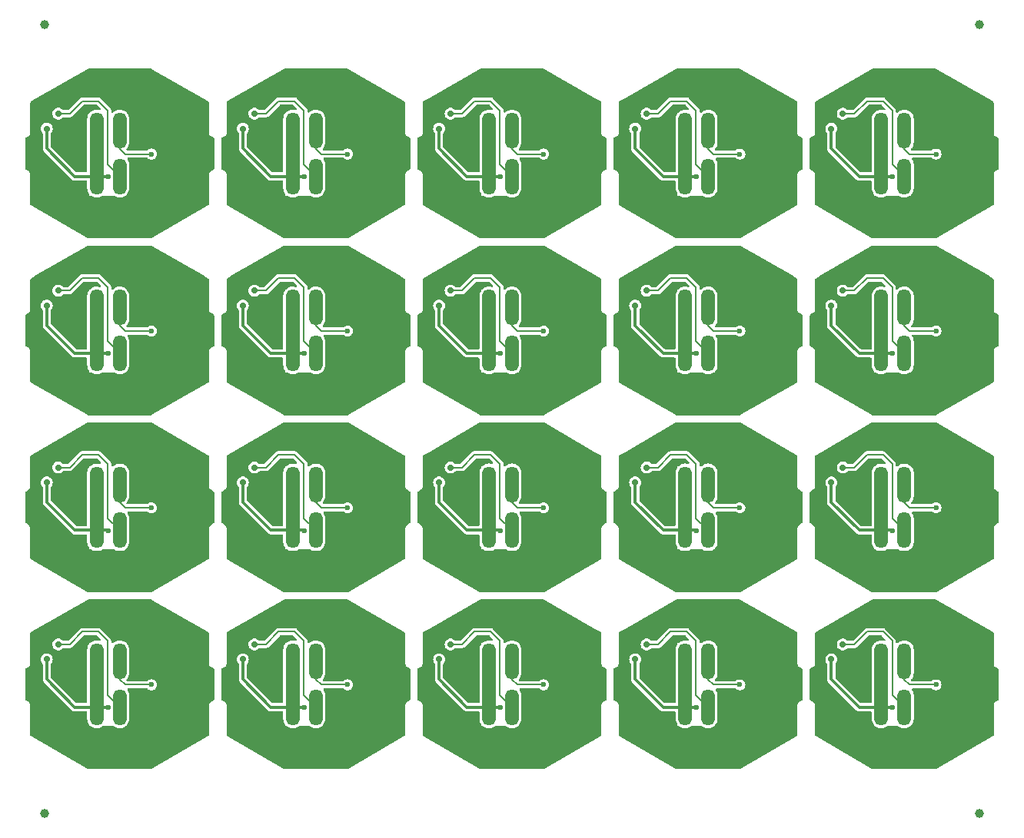
<source format=gbr>
%TF.GenerationSoftware,KiCad,Pcbnew,8.0.4*%
%TF.CreationDate,2024-10-23T13:10:21+11:00*%
%TF.ProjectId,panel,70616e65-6c2e-46b6-9963-61645f706362,rev?*%
%TF.SameCoordinates,Original*%
%TF.FileFunction,Copper,L2,Bot*%
%TF.FilePolarity,Positive*%
%FSLAX46Y46*%
G04 Gerber Fmt 4.6, Leading zero omitted, Abs format (unit mm)*
G04 Created by KiCad (PCBNEW 8.0.4) date 2024-10-23 13:10:21*
%MOMM*%
%LPD*%
G01*
G04 APERTURE LIST*
G04 Aperture macros list*
%AMRoundRect*
0 Rectangle with rounded corners*
0 $1 Rounding radius*
0 $2 $3 $4 $5 $6 $7 $8 $9 X,Y pos of 4 corners*
0 Add a 4 corners polygon primitive as box body*
4,1,4,$2,$3,$4,$5,$6,$7,$8,$9,$2,$3,0*
0 Add four circle primitives for the rounded corners*
1,1,$1+$1,$2,$3*
1,1,$1+$1,$4,$5*
1,1,$1+$1,$6,$7*
1,1,$1+$1,$8,$9*
0 Add four rect primitives between the rounded corners*
20,1,$1+$1,$2,$3,$4,$5,0*
20,1,$1+$1,$4,$5,$6,$7,0*
20,1,$1+$1,$6,$7,$8,$9,0*
20,1,$1+$1,$8,$9,$2,$3,0*%
G04 Aperture macros list end*
%TA.AperFunction,SMDPad,CuDef*%
%ADD10RoundRect,0.750000X-0.000010X1.250000X-0.000010X-1.250000X0.000010X-1.250000X0.000010X1.250000X0*%
%TD*%
%TA.AperFunction,SMDPad,CuDef*%
%ADD11C,1.000000*%
%TD*%
%TA.AperFunction,ViaPad*%
%ADD12C,0.700000*%
%TD*%
%TA.AperFunction,ViaPad*%
%ADD13C,0.600000*%
%TD*%
%TA.AperFunction,Conductor*%
%ADD14C,0.300000*%
%TD*%
%TA.AperFunction,Conductor*%
%ADD15C,1.500000*%
%TD*%
%TA.AperFunction,Conductor*%
%ADD16C,0.200000*%
%TD*%
G04 APERTURE END LIST*
D10*
%TO.P,J1,1,Pin_1*%
%TO.N,Board_6-+5V*%
X36860000Y-33725000D03*
%TO.P,J1,2,Pin_2*%
%TO.N,Board_6-DOUT*%
X39400000Y-33725000D03*
%TO.P,J1,3,Pin_3*%
%TO.N,Board_6-GND*%
X41940000Y-33725000D03*
%TO.P,J1,4,Pin_4*%
X41940000Y-38775000D03*
%TO.P,J1,5,Pin_5*%
%TO.N,Board_6-DIN*%
X39400000Y-38775000D03*
%TO.P,J1,6,Pin_6*%
%TO.N,Board_6-+5V*%
X36860000Y-38775000D03*
%TD*%
%TO.P,J1,1,Pin_1*%
%TO.N,Board_5-+5V*%
X15260000Y-33725000D03*
%TO.P,J1,2,Pin_2*%
%TO.N,Board_5-DOUT*%
X17800000Y-33725000D03*
%TO.P,J1,3,Pin_3*%
%TO.N,Board_5-GND*%
X20340000Y-33725000D03*
%TO.P,J1,4,Pin_4*%
X20340000Y-38775000D03*
%TO.P,J1,5,Pin_5*%
%TO.N,Board_5-DIN*%
X17800000Y-38775000D03*
%TO.P,J1,6,Pin_6*%
%TO.N,Board_5-+5V*%
X15260000Y-38775000D03*
%TD*%
%TO.P,J1,1,Pin_1*%
%TO.N,Board_10-+5V*%
X15260000Y-53225000D03*
%TO.P,J1,2,Pin_2*%
%TO.N,Board_10-DOUT*%
X17800000Y-53225000D03*
%TO.P,J1,3,Pin_3*%
%TO.N,Board_10-GND*%
X20340000Y-53225000D03*
%TO.P,J1,4,Pin_4*%
X20340000Y-58275000D03*
%TO.P,J1,5,Pin_5*%
%TO.N,Board_10-DIN*%
X17800000Y-58275000D03*
%TO.P,J1,6,Pin_6*%
%TO.N,Board_10-+5V*%
X15260000Y-58275000D03*
%TD*%
%TO.P,J1,1,Pin_1*%
%TO.N,Board_1-+5V*%
X36860000Y-14225000D03*
%TO.P,J1,2,Pin_2*%
%TO.N,Board_1-DOUT*%
X39400000Y-14225000D03*
%TO.P,J1,3,Pin_3*%
%TO.N,Board_1-GND*%
X41940000Y-14225000D03*
%TO.P,J1,4,Pin_4*%
X41940000Y-19275000D03*
%TO.P,J1,5,Pin_5*%
%TO.N,Board_1-DIN*%
X39400000Y-19275000D03*
%TO.P,J1,6,Pin_6*%
%TO.N,Board_1-+5V*%
X36860000Y-19275000D03*
%TD*%
%TO.P,J1,1,Pin_1*%
%TO.N,Board_2-+5V*%
X58460000Y-14225000D03*
%TO.P,J1,2,Pin_2*%
%TO.N,Board_2-DOUT*%
X61000000Y-14225000D03*
%TO.P,J1,3,Pin_3*%
%TO.N,Board_2-GND*%
X63540000Y-14225000D03*
%TO.P,J1,4,Pin_4*%
X63540000Y-19275000D03*
%TO.P,J1,5,Pin_5*%
%TO.N,Board_2-DIN*%
X61000000Y-19275000D03*
%TO.P,J1,6,Pin_6*%
%TO.N,Board_2-+5V*%
X58460000Y-19275000D03*
%TD*%
%TO.P,J1,1,Pin_1*%
%TO.N,Board_14-+5V*%
X101660000Y-53225000D03*
%TO.P,J1,2,Pin_2*%
%TO.N,Board_14-DOUT*%
X104200000Y-53225000D03*
%TO.P,J1,3,Pin_3*%
%TO.N,Board_14-GND*%
X106740000Y-53225000D03*
%TO.P,J1,4,Pin_4*%
X106740000Y-58275000D03*
%TO.P,J1,5,Pin_5*%
%TO.N,Board_14-DIN*%
X104200000Y-58275000D03*
%TO.P,J1,6,Pin_6*%
%TO.N,Board_14-+5V*%
X101660000Y-58275000D03*
%TD*%
%TO.P,J1,1,Pin_1*%
%TO.N,Board_9-+5V*%
X101660000Y-33725000D03*
%TO.P,J1,2,Pin_2*%
%TO.N,Board_9-DOUT*%
X104200000Y-33725000D03*
%TO.P,J1,3,Pin_3*%
%TO.N,Board_9-GND*%
X106740000Y-33725000D03*
%TO.P,J1,4,Pin_4*%
X106740000Y-38775000D03*
%TO.P,J1,5,Pin_5*%
%TO.N,Board_9-DIN*%
X104200000Y-38775000D03*
%TO.P,J1,6,Pin_6*%
%TO.N,Board_9-+5V*%
X101660000Y-38775000D03*
%TD*%
D11*
%TO.P,KiKit_FID_B_4,*%
%TO.N,*%
X112500000Y-89500000D03*
%TD*%
D10*
%TO.P,J1,1,Pin_1*%
%TO.N,Board_8-+5V*%
X80060000Y-33725000D03*
%TO.P,J1,2,Pin_2*%
%TO.N,Board_8-DOUT*%
X82600000Y-33725000D03*
%TO.P,J1,3,Pin_3*%
%TO.N,Board_8-GND*%
X85140000Y-33725000D03*
%TO.P,J1,4,Pin_4*%
X85140000Y-38775000D03*
%TO.P,J1,5,Pin_5*%
%TO.N,Board_8-DIN*%
X82600000Y-38775000D03*
%TO.P,J1,6,Pin_6*%
%TO.N,Board_8-+5V*%
X80060000Y-38775000D03*
%TD*%
%TO.P,J1,1,Pin_1*%
%TO.N,Board_4-+5V*%
X101660000Y-14225000D03*
%TO.P,J1,2,Pin_2*%
%TO.N,Board_4-DOUT*%
X104200000Y-14225000D03*
%TO.P,J1,3,Pin_3*%
%TO.N,Board_4-GND*%
X106740000Y-14225000D03*
%TO.P,J1,4,Pin_4*%
X106740000Y-19275000D03*
%TO.P,J1,5,Pin_5*%
%TO.N,Board_4-DIN*%
X104200000Y-19275000D03*
%TO.P,J1,6,Pin_6*%
%TO.N,Board_4-+5V*%
X101660000Y-19275000D03*
%TD*%
%TO.P,J1,1,Pin_1*%
%TO.N,Board_18-+5V*%
X80060000Y-72725000D03*
%TO.P,J1,2,Pin_2*%
%TO.N,Board_18-DOUT*%
X82600000Y-72725000D03*
%TO.P,J1,3,Pin_3*%
%TO.N,Board_18-GND*%
X85140000Y-72725000D03*
%TO.P,J1,4,Pin_4*%
X85140000Y-77775000D03*
%TO.P,J1,5,Pin_5*%
%TO.N,Board_18-DIN*%
X82600000Y-77775000D03*
%TO.P,J1,6,Pin_6*%
%TO.N,Board_18-+5V*%
X80060000Y-77775000D03*
%TD*%
%TO.P,J1,1,Pin_1*%
%TO.N,Board_3-+5V*%
X80060000Y-14225000D03*
%TO.P,J1,2,Pin_2*%
%TO.N,Board_3-DOUT*%
X82600000Y-14225000D03*
%TO.P,J1,3,Pin_3*%
%TO.N,Board_3-GND*%
X85140000Y-14225000D03*
%TO.P,J1,4,Pin_4*%
X85140000Y-19275000D03*
%TO.P,J1,5,Pin_5*%
%TO.N,Board_3-DIN*%
X82600000Y-19275000D03*
%TO.P,J1,6,Pin_6*%
%TO.N,Board_3-+5V*%
X80060000Y-19275000D03*
%TD*%
%TO.P,J1,1,Pin_1*%
%TO.N,Board_17-+5V*%
X58460000Y-72725000D03*
%TO.P,J1,2,Pin_2*%
%TO.N,Board_17-DOUT*%
X61000000Y-72725000D03*
%TO.P,J1,3,Pin_3*%
%TO.N,Board_17-GND*%
X63540000Y-72725000D03*
%TO.P,J1,4,Pin_4*%
X63540000Y-77775000D03*
%TO.P,J1,5,Pin_5*%
%TO.N,Board_17-DIN*%
X61000000Y-77775000D03*
%TO.P,J1,6,Pin_6*%
%TO.N,Board_17-+5V*%
X58460000Y-77775000D03*
%TD*%
%TO.P,J1,1,Pin_1*%
%TO.N,Board_7-+5V*%
X58460000Y-33725000D03*
%TO.P,J1,2,Pin_2*%
%TO.N,Board_7-DOUT*%
X61000000Y-33725000D03*
%TO.P,J1,3,Pin_3*%
%TO.N,Board_7-GND*%
X63540000Y-33725000D03*
%TO.P,J1,4,Pin_4*%
X63540000Y-38775000D03*
%TO.P,J1,5,Pin_5*%
%TO.N,Board_7-DIN*%
X61000000Y-38775000D03*
%TO.P,J1,6,Pin_6*%
%TO.N,Board_7-+5V*%
X58460000Y-38775000D03*
%TD*%
%TO.P,J1,1,Pin_1*%
%TO.N,Board_19-+5V*%
X101660000Y-72725000D03*
%TO.P,J1,2,Pin_2*%
%TO.N,Board_19-DOUT*%
X104200000Y-72725000D03*
%TO.P,J1,3,Pin_3*%
%TO.N,Board_19-GND*%
X106740000Y-72725000D03*
%TO.P,J1,4,Pin_4*%
X106740000Y-77775000D03*
%TO.P,J1,5,Pin_5*%
%TO.N,Board_19-DIN*%
X104200000Y-77775000D03*
%TO.P,J1,6,Pin_6*%
%TO.N,Board_19-+5V*%
X101660000Y-77775000D03*
%TD*%
%TO.P,J1,1,Pin_1*%
%TO.N,Board_15-+5V*%
X15260000Y-72725000D03*
%TO.P,J1,2,Pin_2*%
%TO.N,Board_15-DOUT*%
X17800000Y-72725000D03*
%TO.P,J1,3,Pin_3*%
%TO.N,Board_15-GND*%
X20340000Y-72725000D03*
%TO.P,J1,4,Pin_4*%
X20340000Y-77775000D03*
%TO.P,J1,5,Pin_5*%
%TO.N,Board_15-DIN*%
X17800000Y-77775000D03*
%TO.P,J1,6,Pin_6*%
%TO.N,Board_15-+5V*%
X15260000Y-77775000D03*
%TD*%
%TO.P,J1,1,Pin_1*%
%TO.N,Board_11-+5V*%
X36860000Y-53225000D03*
%TO.P,J1,2,Pin_2*%
%TO.N,Board_11-DOUT*%
X39400000Y-53225000D03*
%TO.P,J1,3,Pin_3*%
%TO.N,Board_11-GND*%
X41940000Y-53225000D03*
%TO.P,J1,4,Pin_4*%
X41940000Y-58275000D03*
%TO.P,J1,5,Pin_5*%
%TO.N,Board_11-DIN*%
X39400000Y-58275000D03*
%TO.P,J1,6,Pin_6*%
%TO.N,Board_11-+5V*%
X36860000Y-58275000D03*
%TD*%
%TO.P,J1,1,Pin_1*%
%TO.N,Board_13-+5V*%
X80060000Y-53225000D03*
%TO.P,J1,2,Pin_2*%
%TO.N,Board_13-DOUT*%
X82600000Y-53225000D03*
%TO.P,J1,3,Pin_3*%
%TO.N,Board_13-GND*%
X85140000Y-53225000D03*
%TO.P,J1,4,Pin_4*%
X85140000Y-58275000D03*
%TO.P,J1,5,Pin_5*%
%TO.N,Board_13-DIN*%
X82600000Y-58275000D03*
%TO.P,J1,6,Pin_6*%
%TO.N,Board_13-+5V*%
X80060000Y-58275000D03*
%TD*%
D11*
%TO.P,KiKit_FID_B_1,*%
%TO.N,*%
X9500000Y-2500000D03*
%TD*%
D10*
%TO.P,J1,1,Pin_1*%
%TO.N,Board_12-+5V*%
X58460000Y-53225000D03*
%TO.P,J1,2,Pin_2*%
%TO.N,Board_12-DOUT*%
X61000000Y-53225000D03*
%TO.P,J1,3,Pin_3*%
%TO.N,Board_12-GND*%
X63540000Y-53225000D03*
%TO.P,J1,4,Pin_4*%
X63540000Y-58275000D03*
%TO.P,J1,5,Pin_5*%
%TO.N,Board_12-DIN*%
X61000000Y-58275000D03*
%TO.P,J1,6,Pin_6*%
%TO.N,Board_12-+5V*%
X58460000Y-58275000D03*
%TD*%
D11*
%TO.P,KiKit_FID_B_2,*%
%TO.N,*%
X112500000Y-2500000D03*
%TD*%
D10*
%TO.P,J1,1,Pin_1*%
%TO.N,Board_16-+5V*%
X36860000Y-72725000D03*
%TO.P,J1,2,Pin_2*%
%TO.N,Board_16-DOUT*%
X39400000Y-72725000D03*
%TO.P,J1,3,Pin_3*%
%TO.N,Board_16-GND*%
X41940000Y-72725000D03*
%TO.P,J1,4,Pin_4*%
X41940000Y-77775000D03*
%TO.P,J1,5,Pin_5*%
%TO.N,Board_16-DIN*%
X39400000Y-77775000D03*
%TO.P,J1,6,Pin_6*%
%TO.N,Board_16-+5V*%
X36860000Y-77775000D03*
%TD*%
D11*
%TO.P,KiKit_FID_B_3,*%
%TO.N,*%
X9500000Y-89500000D03*
%TD*%
D10*
%TO.P,J1,1,Pin_1*%
%TO.N,Board_0-+5V*%
X15260000Y-14225000D03*
%TO.P,J1,2,Pin_2*%
%TO.N,Board_0-DOUT*%
X17800000Y-14225000D03*
%TO.P,J1,3,Pin_3*%
%TO.N,Board_0-GND*%
X20340000Y-14225000D03*
%TO.P,J1,4,Pin_4*%
X20340000Y-19275000D03*
%TO.P,J1,5,Pin_5*%
%TO.N,Board_0-DIN*%
X17800000Y-19275000D03*
%TO.P,J1,6,Pin_6*%
%TO.N,Board_0-+5V*%
X15260000Y-19275000D03*
%TD*%
D12*
%TO.N,Board_0-+5V*%
X9766400Y-14014000D03*
D13*
X16550001Y-19293435D03*
D12*
%TO.N,Board_0-DIN*%
X11033267Y-12360769D03*
D13*
%TO.N,Board_0-DOUT*%
X21298000Y-16808000D03*
D12*
%TO.N,Board_0-GND*%
X22314000Y-15030000D03*
D13*
X13170000Y-17570000D03*
D12*
X16819707Y-22081927D03*
X21704400Y-19576600D03*
X20028000Y-24936000D03*
X8598000Y-14522000D03*
X26378000Y-16046000D03*
X22822000Y-23412000D03*
X20028000Y-8426000D03*
X9360000Y-17570000D03*
X15456000Y-8426000D03*
X13170000Y-14903000D03*
X15456000Y-24682000D03*
X12916000Y-9950000D03*
X23076000Y-10204000D03*
X9868000Y-20364000D03*
X24854000Y-19856000D03*
X12408000Y-23158000D03*
%TO.N,Board_1-+5V*%
X31366400Y-14014000D03*
D13*
X38150001Y-19293435D03*
D12*
%TO.N,Board_1-DIN*%
X32633267Y-12360769D03*
D13*
%TO.N,Board_1-DOUT*%
X42898000Y-16808000D03*
D12*
%TO.N,Board_1-GND*%
X41628000Y-8426000D03*
X47978000Y-16046000D03*
X44422000Y-23412000D03*
X34008000Y-23158000D03*
X41628000Y-24936000D03*
X37056000Y-8426000D03*
X44676000Y-10204000D03*
X34516000Y-9950000D03*
X46454000Y-19856000D03*
X30198000Y-14522000D03*
X38419707Y-22081927D03*
X43914000Y-15030000D03*
X43304400Y-19576600D03*
X34770000Y-14903000D03*
D13*
X34770000Y-17570000D03*
D12*
X31468000Y-20364000D03*
X30960000Y-17570000D03*
X37056000Y-24682000D03*
D13*
%TO.N,Board_2-+5V*%
X59750001Y-19293435D03*
D12*
X52966400Y-14014000D03*
%TO.N,Board_2-DIN*%
X54233267Y-12360769D03*
D13*
%TO.N,Board_2-DOUT*%
X64498000Y-16808000D03*
D12*
%TO.N,Board_2-GND*%
X53068000Y-20364000D03*
X63228000Y-24936000D03*
X66276000Y-10204000D03*
X60019707Y-22081927D03*
D13*
X56370000Y-17570000D03*
D12*
X58656000Y-24682000D03*
X58656000Y-8426000D03*
X68054000Y-19856000D03*
X66022000Y-23412000D03*
X55608000Y-23158000D03*
X56116000Y-9950000D03*
X64904400Y-19576600D03*
X69578000Y-16046000D03*
X65514000Y-15030000D03*
X63228000Y-8426000D03*
X51798000Y-14522000D03*
X56370000Y-14903000D03*
X52560000Y-17570000D03*
D13*
%TO.N,Board_3-+5V*%
X81350001Y-19293435D03*
D12*
X74566400Y-14014000D03*
%TO.N,Board_3-DIN*%
X75833267Y-12360769D03*
D13*
%TO.N,Board_3-DOUT*%
X86098000Y-16808000D03*
D12*
%TO.N,Board_3-GND*%
X77208000Y-23158000D03*
X77716000Y-9950000D03*
X74668000Y-20364000D03*
X87876000Y-10204000D03*
X80256000Y-8426000D03*
X87622000Y-23412000D03*
X73398000Y-14522000D03*
D13*
X77970000Y-17570000D03*
D12*
X77970000Y-14903000D03*
X87114000Y-15030000D03*
X74160000Y-17570000D03*
X81619707Y-22081927D03*
X84828000Y-8426000D03*
X84828000Y-24936000D03*
X91178000Y-16046000D03*
X89654000Y-19856000D03*
X80256000Y-24682000D03*
X86504400Y-19576600D03*
D13*
%TO.N,Board_4-+5V*%
X102950001Y-19293435D03*
D12*
X96166400Y-14014000D03*
%TO.N,Board_4-DIN*%
X97433267Y-12360769D03*
D13*
%TO.N,Board_4-DOUT*%
X107698000Y-16808000D03*
D12*
%TO.N,Board_4-GND*%
X96268000Y-20364000D03*
X109222000Y-23412000D03*
X94998000Y-14522000D03*
X109476000Y-10204000D03*
D13*
X99570000Y-17570000D03*
D12*
X99316000Y-9950000D03*
X95760000Y-17570000D03*
X108104400Y-19576600D03*
X112778000Y-16046000D03*
X106428000Y-24936000D03*
X98808000Y-23158000D03*
X99570000Y-14903000D03*
X103219707Y-22081927D03*
X101856000Y-8426000D03*
X106428000Y-8426000D03*
X111254000Y-19856000D03*
X108714000Y-15030000D03*
X101856000Y-24682000D03*
D13*
%TO.N,Board_5-+5V*%
X16550001Y-38793435D03*
D12*
X9766400Y-33514000D03*
%TO.N,Board_5-DIN*%
X11033267Y-31860769D03*
D13*
%TO.N,Board_5-DOUT*%
X21298000Y-36308000D03*
D12*
%TO.N,Board_5-GND*%
X22314000Y-34530000D03*
X12408000Y-42658000D03*
X15456000Y-27926000D03*
X20028000Y-44436000D03*
X8598000Y-34022000D03*
X13170000Y-34403000D03*
X23076000Y-29704000D03*
X15456000Y-44182000D03*
X26378000Y-35546000D03*
X16819707Y-41581927D03*
X21704400Y-39076600D03*
X22822000Y-42912000D03*
X24854000Y-39356000D03*
D13*
X13170000Y-37070000D03*
D12*
X9868000Y-39864000D03*
X20028000Y-27926000D03*
X9360000Y-37070000D03*
X12916000Y-29450000D03*
D13*
%TO.N,Board_6-+5V*%
X38150001Y-38793435D03*
D12*
X31366400Y-33514000D03*
%TO.N,Board_6-DIN*%
X32633267Y-31860769D03*
D13*
%TO.N,Board_6-DOUT*%
X42898000Y-36308000D03*
D12*
%TO.N,Board_6-GND*%
X41628000Y-27926000D03*
X46454000Y-39356000D03*
X34770000Y-34403000D03*
X47978000Y-35546000D03*
X44422000Y-42912000D03*
X38419707Y-41581927D03*
X30198000Y-34022000D03*
X43304400Y-39076600D03*
X30960000Y-37070000D03*
D13*
X34770000Y-37070000D03*
D12*
X34516000Y-29450000D03*
X41628000Y-44436000D03*
X34008000Y-42658000D03*
X37056000Y-27926000D03*
X44676000Y-29704000D03*
X43914000Y-34530000D03*
X37056000Y-44182000D03*
X31468000Y-39864000D03*
%TO.N,Board_7-+5V*%
X52966400Y-33514000D03*
D13*
X59750001Y-38793435D03*
D12*
%TO.N,Board_7-DIN*%
X54233267Y-31860769D03*
D13*
%TO.N,Board_7-DOUT*%
X64498000Y-36308000D03*
D12*
%TO.N,Board_7-GND*%
X64904400Y-39076600D03*
X63228000Y-27926000D03*
X52560000Y-37070000D03*
X68054000Y-39356000D03*
X66022000Y-42912000D03*
X69578000Y-35546000D03*
X58656000Y-27926000D03*
X55608000Y-42658000D03*
X60019707Y-41581927D03*
X58656000Y-44182000D03*
X53068000Y-39864000D03*
D13*
X56370000Y-37070000D03*
D12*
X65514000Y-34530000D03*
X63228000Y-44436000D03*
X51798000Y-34022000D03*
X66276000Y-29704000D03*
X56116000Y-29450000D03*
X56370000Y-34403000D03*
D13*
%TO.N,Board_8-+5V*%
X81350001Y-38793435D03*
D12*
X74566400Y-33514000D03*
%TO.N,Board_8-DIN*%
X75833267Y-31860769D03*
D13*
%TO.N,Board_8-DOUT*%
X86098000Y-36308000D03*
D12*
%TO.N,Board_8-GND*%
X74160000Y-37070000D03*
X77970000Y-34403000D03*
X87876000Y-29704000D03*
X77208000Y-42658000D03*
X81619707Y-41581927D03*
X73398000Y-34022000D03*
X80256000Y-27926000D03*
X87622000Y-42912000D03*
X91178000Y-35546000D03*
X86504400Y-39076600D03*
X77716000Y-29450000D03*
X87114000Y-34530000D03*
X80256000Y-44182000D03*
X89654000Y-39356000D03*
X74668000Y-39864000D03*
X84828000Y-27926000D03*
X84828000Y-44436000D03*
D13*
X77970000Y-37070000D03*
%TO.N,Board_9-+5V*%
X102950001Y-38793435D03*
D12*
X96166400Y-33514000D03*
%TO.N,Board_9-DIN*%
X97433267Y-31860769D03*
D13*
%TO.N,Board_9-DOUT*%
X107698000Y-36308000D03*
D12*
%TO.N,Board_9-GND*%
X101856000Y-27926000D03*
X112778000Y-35546000D03*
D13*
X99570000Y-37070000D03*
D12*
X106428000Y-27926000D03*
X103219707Y-41581927D03*
X111254000Y-39356000D03*
X99570000Y-34403000D03*
X108714000Y-34530000D03*
X108104400Y-39076600D03*
X109476000Y-29704000D03*
X101856000Y-44182000D03*
X98808000Y-42658000D03*
X96268000Y-39864000D03*
X94998000Y-34022000D03*
X99316000Y-29450000D03*
X109222000Y-42912000D03*
X95760000Y-37070000D03*
X106428000Y-44436000D03*
D13*
%TO.N,Board_10-+5V*%
X16550001Y-58293435D03*
D12*
X9766400Y-53014000D03*
%TO.N,Board_10-DIN*%
X11033267Y-51360769D03*
D13*
%TO.N,Board_10-DOUT*%
X21298000Y-55808000D03*
D12*
%TO.N,Board_10-GND*%
X20028000Y-63936000D03*
X23076000Y-49204000D03*
X22822000Y-62412000D03*
X15456000Y-63682000D03*
X9360000Y-56570000D03*
X24854000Y-58856000D03*
X12408000Y-62158000D03*
X21704400Y-58576600D03*
X16819707Y-61081927D03*
X9868000Y-59364000D03*
X20028000Y-47426000D03*
X12916000Y-48950000D03*
X8598000Y-53522000D03*
X13170000Y-53903000D03*
X15456000Y-47426000D03*
D13*
X13170000Y-56570000D03*
D12*
X26378000Y-55046000D03*
X22314000Y-54030000D03*
%TO.N,Board_11-+5V*%
X31366400Y-53014000D03*
D13*
X38150001Y-58293435D03*
D12*
%TO.N,Board_11-DIN*%
X32633267Y-51360769D03*
D13*
%TO.N,Board_11-DOUT*%
X42898000Y-55808000D03*
D12*
%TO.N,Board_11-GND*%
X37056000Y-63682000D03*
X43914000Y-54030000D03*
X38419707Y-61081927D03*
X30198000Y-53522000D03*
X30960000Y-56570000D03*
X34770000Y-53903000D03*
X41628000Y-47426000D03*
X34008000Y-62158000D03*
X46454000Y-58856000D03*
X47978000Y-55046000D03*
D13*
X34770000Y-56570000D03*
D12*
X44422000Y-62412000D03*
X43304400Y-58576600D03*
X31468000Y-59364000D03*
X44676000Y-49204000D03*
X34516000Y-48950000D03*
X41628000Y-63936000D03*
X37056000Y-47426000D03*
D13*
%TO.N,Board_12-+5V*%
X59750001Y-58293435D03*
D12*
X52966400Y-53014000D03*
%TO.N,Board_12-DIN*%
X54233267Y-51360769D03*
D13*
%TO.N,Board_12-DOUT*%
X64498000Y-55808000D03*
D12*
%TO.N,Board_12-GND*%
X58656000Y-47426000D03*
X64904400Y-58576600D03*
X69578000Y-55046000D03*
X63228000Y-63936000D03*
X60019707Y-61081927D03*
X56370000Y-53903000D03*
X53068000Y-59364000D03*
X66022000Y-62412000D03*
X68054000Y-58856000D03*
X56116000Y-48950000D03*
X65514000Y-54030000D03*
X58656000Y-63682000D03*
X52560000Y-56570000D03*
X63228000Y-47426000D03*
D13*
X56370000Y-56570000D03*
D12*
X51798000Y-53522000D03*
X55608000Y-62158000D03*
X66276000Y-49204000D03*
D13*
%TO.N,Board_13-+5V*%
X81350001Y-58293435D03*
D12*
X74566400Y-53014000D03*
%TO.N,Board_13-DIN*%
X75833267Y-51360769D03*
D13*
%TO.N,Board_13-DOUT*%
X86098000Y-55808000D03*
D12*
%TO.N,Board_13-GND*%
X77716000Y-48950000D03*
X74668000Y-59364000D03*
X73398000Y-53522000D03*
X77970000Y-53903000D03*
X87622000Y-62412000D03*
X80256000Y-63682000D03*
X86504400Y-58576600D03*
X77208000Y-62158000D03*
X91178000Y-55046000D03*
D13*
X77970000Y-56570000D03*
D12*
X80256000Y-47426000D03*
X84828000Y-63936000D03*
X87114000Y-54030000D03*
X84828000Y-47426000D03*
X74160000Y-56570000D03*
X87876000Y-49204000D03*
X89654000Y-58856000D03*
X81619707Y-61081927D03*
%TO.N,Board_14-+5V*%
X96166400Y-53014000D03*
D13*
X102950001Y-58293435D03*
D12*
%TO.N,Board_14-DIN*%
X97433267Y-51360769D03*
D13*
%TO.N,Board_14-DOUT*%
X107698000Y-55808000D03*
D12*
%TO.N,Board_14-GND*%
X112778000Y-55046000D03*
D13*
X99570000Y-56570000D03*
D12*
X103219707Y-61081927D03*
X99570000Y-53903000D03*
X108714000Y-54030000D03*
X95760000Y-56570000D03*
X98808000Y-62158000D03*
X94998000Y-53522000D03*
X109222000Y-62412000D03*
X111254000Y-58856000D03*
X96268000Y-59364000D03*
X99316000Y-48950000D03*
X108104400Y-58576600D03*
X101856000Y-63682000D03*
X106428000Y-63936000D03*
X101856000Y-47426000D03*
X106428000Y-47426000D03*
X109476000Y-49204000D03*
%TO.N,Board_15-+5V*%
X9766400Y-72514000D03*
D13*
X16550001Y-77793435D03*
D12*
%TO.N,Board_15-DIN*%
X11033267Y-70860769D03*
D13*
%TO.N,Board_15-DOUT*%
X21298000Y-75308000D03*
D12*
%TO.N,Board_15-GND*%
X13170000Y-73403000D03*
X20028000Y-83436000D03*
D13*
X13170000Y-76070000D03*
D12*
X24854000Y-78356000D03*
X22314000Y-73530000D03*
X26378000Y-74546000D03*
X21704400Y-78076600D03*
X15456000Y-83182000D03*
X9868000Y-78864000D03*
X22822000Y-81912000D03*
X12916000Y-68450000D03*
X9360000Y-76070000D03*
X16819707Y-80581927D03*
X12408000Y-81658000D03*
X15456000Y-66926000D03*
X8598000Y-73022000D03*
X23076000Y-68704000D03*
X20028000Y-66926000D03*
%TO.N,Board_16-+5V*%
X31366400Y-72514000D03*
D13*
X38150001Y-77793435D03*
D12*
%TO.N,Board_16-DIN*%
X32633267Y-70860769D03*
D13*
%TO.N,Board_16-DOUT*%
X42898000Y-75308000D03*
%TO.N,Board_16-GND*%
X34770000Y-76070000D03*
D12*
X34770000Y-73403000D03*
X44422000Y-81912000D03*
X34008000Y-81658000D03*
X38419707Y-80581927D03*
X41628000Y-83436000D03*
X37056000Y-66926000D03*
X37056000Y-83182000D03*
X31468000Y-78864000D03*
X46454000Y-78356000D03*
X47978000Y-74546000D03*
X44676000Y-68704000D03*
X30198000Y-73022000D03*
X34516000Y-68450000D03*
X43914000Y-73530000D03*
X30960000Y-76070000D03*
X43304400Y-78076600D03*
X41628000Y-66926000D03*
D13*
%TO.N,Board_17-+5V*%
X59750001Y-77793435D03*
D12*
X52966400Y-72514000D03*
%TO.N,Board_17-DIN*%
X54233267Y-70860769D03*
D13*
%TO.N,Board_17-DOUT*%
X64498000Y-75308000D03*
D12*
%TO.N,Board_17-GND*%
X53068000Y-78864000D03*
X66022000Y-81912000D03*
X68054000Y-78356000D03*
X51798000Y-73022000D03*
X63228000Y-83436000D03*
X58656000Y-66926000D03*
X65514000Y-73530000D03*
X52560000Y-76070000D03*
X66276000Y-68704000D03*
X63228000Y-66926000D03*
X56116000Y-68450000D03*
X56370000Y-73403000D03*
X58656000Y-83182000D03*
X60019707Y-80581927D03*
D13*
X56370000Y-76070000D03*
D12*
X64904400Y-78076600D03*
X55608000Y-81658000D03*
X69578000Y-74546000D03*
%TO.N,Board_18-+5V*%
X74566400Y-72514000D03*
D13*
X81350001Y-77793435D03*
D12*
%TO.N,Board_18-DIN*%
X75833267Y-70860769D03*
D13*
%TO.N,Board_18-DOUT*%
X86098000Y-75308000D03*
D12*
%TO.N,Board_18-GND*%
X80256000Y-66926000D03*
D13*
X77970000Y-76070000D03*
D12*
X77970000Y-73403000D03*
X84828000Y-66926000D03*
X84828000Y-83436000D03*
X89654000Y-78356000D03*
X87622000Y-81912000D03*
X73398000Y-73022000D03*
X77208000Y-81658000D03*
X81619707Y-80581927D03*
X87114000Y-73530000D03*
X74668000Y-78864000D03*
X80256000Y-83182000D03*
X77716000Y-68450000D03*
X86504400Y-78076600D03*
X91178000Y-74546000D03*
X87876000Y-68704000D03*
X74160000Y-76070000D03*
%TO.N,Board_19-+5V*%
X96166400Y-72514000D03*
D13*
X102950001Y-77793435D03*
D12*
%TO.N,Board_19-DIN*%
X97433267Y-70860769D03*
D13*
%TO.N,Board_19-DOUT*%
X107698000Y-75308000D03*
D12*
%TO.N,Board_19-GND*%
X99570000Y-73403000D03*
D13*
X99570000Y-76070000D03*
D12*
X109222000Y-81912000D03*
X103219707Y-80581927D03*
X108714000Y-73530000D03*
X108104400Y-78076600D03*
X112778000Y-74546000D03*
X96268000Y-78864000D03*
X111254000Y-78356000D03*
X106428000Y-83436000D03*
X106428000Y-66926000D03*
X94998000Y-73022000D03*
X101856000Y-66926000D03*
X109476000Y-68704000D03*
X95760000Y-76070000D03*
X98808000Y-81658000D03*
X99316000Y-68450000D03*
X101856000Y-83182000D03*
%TD*%
D14*
%TO.N,Board_0-+5V*%
X9766400Y-16198400D02*
X12843000Y-19275000D01*
X16531566Y-19275000D02*
X15260000Y-19275000D01*
X12843000Y-19275000D02*
X15260000Y-19275000D01*
X16550001Y-19293435D02*
X16531566Y-19275000D01*
X9766400Y-14014000D02*
X9766400Y-16198400D01*
D15*
X15260000Y-14225000D02*
X15260000Y-19275000D01*
D16*
%TO.N,Board_0-DIN*%
X12283231Y-12360769D02*
X13678000Y-10966000D01*
X11033267Y-12360769D02*
X12283231Y-12360769D01*
X16472000Y-17947000D02*
X17800000Y-19275000D01*
X15456000Y-10966000D02*
X16472000Y-11982000D01*
X16472000Y-11982000D02*
X16472000Y-17947000D01*
X13678000Y-10966000D02*
X15456000Y-10966000D01*
%TO.N,Board_0-DOUT*%
X18383001Y-16808000D02*
X17800000Y-16224999D01*
X21298000Y-16808000D02*
X18383001Y-16808000D01*
X17800000Y-16224999D02*
X17800000Y-14225000D01*
D15*
%TO.N,Board_1-+5V*%
X36860000Y-14225000D02*
X36860000Y-19275000D01*
D14*
X31366400Y-16198400D02*
X34443000Y-19275000D01*
X34443000Y-19275000D02*
X36860000Y-19275000D01*
X38150001Y-19293435D02*
X38131566Y-19275000D01*
X31366400Y-14014000D02*
X31366400Y-16198400D01*
X38131566Y-19275000D02*
X36860000Y-19275000D01*
D16*
%TO.N,Board_1-DIN*%
X38072000Y-17947000D02*
X39400000Y-19275000D01*
X32633267Y-12360769D02*
X33883231Y-12360769D01*
X38072000Y-11982000D02*
X38072000Y-17947000D01*
X37056000Y-10966000D02*
X38072000Y-11982000D01*
X33883231Y-12360769D02*
X35278000Y-10966000D01*
X35278000Y-10966000D02*
X37056000Y-10966000D01*
%TO.N,Board_1-DOUT*%
X39983001Y-16808000D02*
X39400000Y-16224999D01*
X42898000Y-16808000D02*
X39983001Y-16808000D01*
X39400000Y-16224999D02*
X39400000Y-14225000D01*
D14*
%TO.N,Board_2-+5V*%
X56043000Y-19275000D02*
X58460000Y-19275000D01*
X52966400Y-16198400D02*
X56043000Y-19275000D01*
X59750001Y-19293435D02*
X59731566Y-19275000D01*
X59731566Y-19275000D02*
X58460000Y-19275000D01*
D15*
X58460000Y-14225000D02*
X58460000Y-19275000D01*
D14*
X52966400Y-14014000D02*
X52966400Y-16198400D01*
D16*
%TO.N,Board_2-DIN*%
X59672000Y-11982000D02*
X59672000Y-17947000D01*
X54233267Y-12360769D02*
X55483231Y-12360769D01*
X55483231Y-12360769D02*
X56878000Y-10966000D01*
X56878000Y-10966000D02*
X58656000Y-10966000D01*
X59672000Y-17947000D02*
X61000000Y-19275000D01*
X58656000Y-10966000D02*
X59672000Y-11982000D01*
%TO.N,Board_2-DOUT*%
X61000000Y-16224999D02*
X61000000Y-14225000D01*
X61583001Y-16808000D02*
X61000000Y-16224999D01*
X64498000Y-16808000D02*
X61583001Y-16808000D01*
D14*
%TO.N,Board_3-+5V*%
X74566400Y-16198400D02*
X77643000Y-19275000D01*
X77643000Y-19275000D02*
X80060000Y-19275000D01*
X81331566Y-19275000D02*
X80060000Y-19275000D01*
X81350001Y-19293435D02*
X81331566Y-19275000D01*
D15*
X80060000Y-14225000D02*
X80060000Y-19275000D01*
D14*
X74566400Y-14014000D02*
X74566400Y-16198400D01*
D16*
%TO.N,Board_3-DIN*%
X78478000Y-10966000D02*
X80256000Y-10966000D01*
X75833267Y-12360769D02*
X77083231Y-12360769D01*
X81272000Y-11982000D02*
X81272000Y-17947000D01*
X81272000Y-17947000D02*
X82600000Y-19275000D01*
X77083231Y-12360769D02*
X78478000Y-10966000D01*
X80256000Y-10966000D02*
X81272000Y-11982000D01*
%TO.N,Board_3-DOUT*%
X86098000Y-16808000D02*
X83183001Y-16808000D01*
X82600000Y-16224999D02*
X82600000Y-14225000D01*
X83183001Y-16808000D02*
X82600000Y-16224999D01*
D14*
%TO.N,Board_4-+5V*%
X99243000Y-19275000D02*
X101660000Y-19275000D01*
X96166400Y-16198400D02*
X99243000Y-19275000D01*
X102931566Y-19275000D02*
X101660000Y-19275000D01*
D15*
X101660000Y-14225000D02*
X101660000Y-19275000D01*
D14*
X102950001Y-19293435D02*
X102931566Y-19275000D01*
X96166400Y-14014000D02*
X96166400Y-16198400D01*
D16*
%TO.N,Board_4-DIN*%
X101856000Y-10966000D02*
X102872000Y-11982000D01*
X102872000Y-11982000D02*
X102872000Y-17947000D01*
X100078000Y-10966000D02*
X101856000Y-10966000D01*
X97433267Y-12360769D02*
X98683231Y-12360769D01*
X102872000Y-17947000D02*
X104200000Y-19275000D01*
X98683231Y-12360769D02*
X100078000Y-10966000D01*
%TO.N,Board_4-DOUT*%
X104200000Y-16224999D02*
X104200000Y-14225000D01*
X104783001Y-16808000D02*
X104200000Y-16224999D01*
X107698000Y-16808000D02*
X104783001Y-16808000D01*
D14*
%TO.N,Board_5-+5V*%
X16531566Y-38775000D02*
X15260000Y-38775000D01*
X9766400Y-35698400D02*
X12843000Y-38775000D01*
X9766400Y-33514000D02*
X9766400Y-35698400D01*
X16550001Y-38793435D02*
X16531566Y-38775000D01*
D15*
X15260000Y-33725000D02*
X15260000Y-38775000D01*
D14*
X12843000Y-38775000D02*
X15260000Y-38775000D01*
D16*
%TO.N,Board_5-DIN*%
X12283231Y-31860769D02*
X13678000Y-30466000D01*
X16472000Y-37447000D02*
X17800000Y-38775000D01*
X11033267Y-31860769D02*
X12283231Y-31860769D01*
X13678000Y-30466000D02*
X15456000Y-30466000D01*
X15456000Y-30466000D02*
X16472000Y-31482000D01*
X16472000Y-31482000D02*
X16472000Y-37447000D01*
%TO.N,Board_5-DOUT*%
X17800000Y-35724999D02*
X17800000Y-33725000D01*
X18383001Y-36308000D02*
X17800000Y-35724999D01*
X21298000Y-36308000D02*
X18383001Y-36308000D01*
D14*
%TO.N,Board_6-+5V*%
X31366400Y-35698400D02*
X34443000Y-38775000D01*
X34443000Y-38775000D02*
X36860000Y-38775000D01*
X38150001Y-38793435D02*
X38131566Y-38775000D01*
D15*
X36860000Y-33725000D02*
X36860000Y-38775000D01*
D14*
X38131566Y-38775000D02*
X36860000Y-38775000D01*
X31366400Y-33514000D02*
X31366400Y-35698400D01*
D16*
%TO.N,Board_6-DIN*%
X35278000Y-30466000D02*
X37056000Y-30466000D01*
X38072000Y-37447000D02*
X39400000Y-38775000D01*
X38072000Y-31482000D02*
X38072000Y-37447000D01*
X33883231Y-31860769D02*
X35278000Y-30466000D01*
X37056000Y-30466000D02*
X38072000Y-31482000D01*
X32633267Y-31860769D02*
X33883231Y-31860769D01*
%TO.N,Board_6-DOUT*%
X39983001Y-36308000D02*
X39400000Y-35724999D01*
X42898000Y-36308000D02*
X39983001Y-36308000D01*
X39400000Y-35724999D02*
X39400000Y-33725000D01*
D14*
%TO.N,Board_7-+5V*%
X59731566Y-38775000D02*
X58460000Y-38775000D01*
D15*
X58460000Y-33725000D02*
X58460000Y-38775000D01*
D14*
X52966400Y-35698400D02*
X56043000Y-38775000D01*
X52966400Y-33514000D02*
X52966400Y-35698400D01*
X56043000Y-38775000D02*
X58460000Y-38775000D01*
X59750001Y-38793435D02*
X59731566Y-38775000D01*
D16*
%TO.N,Board_7-DIN*%
X54233267Y-31860769D02*
X55483231Y-31860769D01*
X55483231Y-31860769D02*
X56878000Y-30466000D01*
X59672000Y-31482000D02*
X59672000Y-37447000D01*
X59672000Y-37447000D02*
X61000000Y-38775000D01*
X56878000Y-30466000D02*
X58656000Y-30466000D01*
X58656000Y-30466000D02*
X59672000Y-31482000D01*
%TO.N,Board_7-DOUT*%
X61000000Y-35724999D02*
X61000000Y-33725000D01*
X61583001Y-36308000D02*
X61000000Y-35724999D01*
X64498000Y-36308000D02*
X61583001Y-36308000D01*
D14*
%TO.N,Board_8-+5V*%
X81331566Y-38775000D02*
X80060000Y-38775000D01*
X74566400Y-35698400D02*
X77643000Y-38775000D01*
X81350001Y-38793435D02*
X81331566Y-38775000D01*
X77643000Y-38775000D02*
X80060000Y-38775000D01*
X74566400Y-33514000D02*
X74566400Y-35698400D01*
D15*
X80060000Y-33725000D02*
X80060000Y-38775000D01*
D16*
%TO.N,Board_8-DIN*%
X77083231Y-31860769D02*
X78478000Y-30466000D01*
X75833267Y-31860769D02*
X77083231Y-31860769D01*
X81272000Y-31482000D02*
X81272000Y-37447000D01*
X80256000Y-30466000D02*
X81272000Y-31482000D01*
X78478000Y-30466000D02*
X80256000Y-30466000D01*
X81272000Y-37447000D02*
X82600000Y-38775000D01*
%TO.N,Board_8-DOUT*%
X82600000Y-35724999D02*
X82600000Y-33725000D01*
X86098000Y-36308000D02*
X83183001Y-36308000D01*
X83183001Y-36308000D02*
X82600000Y-35724999D01*
D14*
%TO.N,Board_9-+5V*%
X96166400Y-35698400D02*
X99243000Y-38775000D01*
X99243000Y-38775000D02*
X101660000Y-38775000D01*
X96166400Y-33514000D02*
X96166400Y-35698400D01*
X102931566Y-38775000D02*
X101660000Y-38775000D01*
X102950001Y-38793435D02*
X102931566Y-38775000D01*
D15*
X101660000Y-33725000D02*
X101660000Y-38775000D01*
D16*
%TO.N,Board_9-DIN*%
X102872000Y-37447000D02*
X104200000Y-38775000D01*
X98683231Y-31860769D02*
X100078000Y-30466000D01*
X100078000Y-30466000D02*
X101856000Y-30466000D01*
X101856000Y-30466000D02*
X102872000Y-31482000D01*
X97433267Y-31860769D02*
X98683231Y-31860769D01*
X102872000Y-31482000D02*
X102872000Y-37447000D01*
%TO.N,Board_9-DOUT*%
X104783001Y-36308000D02*
X104200000Y-35724999D01*
X107698000Y-36308000D02*
X104783001Y-36308000D01*
X104200000Y-35724999D02*
X104200000Y-33725000D01*
D14*
%TO.N,Board_10-+5V*%
X12843000Y-58275000D02*
X15260000Y-58275000D01*
X9766400Y-55198400D02*
X12843000Y-58275000D01*
X16531566Y-58275000D02*
X15260000Y-58275000D01*
X16550001Y-58293435D02*
X16531566Y-58275000D01*
X9766400Y-53014000D02*
X9766400Y-55198400D01*
D15*
X15260000Y-53225000D02*
X15260000Y-58275000D01*
D16*
%TO.N,Board_10-DIN*%
X16472000Y-50982000D02*
X16472000Y-56947000D01*
X13678000Y-49966000D02*
X15456000Y-49966000D01*
X12283231Y-51360769D02*
X13678000Y-49966000D01*
X15456000Y-49966000D02*
X16472000Y-50982000D01*
X16472000Y-56947000D02*
X17800000Y-58275000D01*
X11033267Y-51360769D02*
X12283231Y-51360769D01*
%TO.N,Board_10-DOUT*%
X18383001Y-55808000D02*
X17800000Y-55224999D01*
X17800000Y-55224999D02*
X17800000Y-53225000D01*
X21298000Y-55808000D02*
X18383001Y-55808000D01*
D14*
%TO.N,Board_11-+5V*%
X31366400Y-55198400D02*
X34443000Y-58275000D01*
X38131566Y-58275000D02*
X36860000Y-58275000D01*
X38150001Y-58293435D02*
X38131566Y-58275000D01*
D15*
X36860000Y-53225000D02*
X36860000Y-58275000D01*
D14*
X34443000Y-58275000D02*
X36860000Y-58275000D01*
X31366400Y-53014000D02*
X31366400Y-55198400D01*
D16*
%TO.N,Board_11-DIN*%
X33883231Y-51360769D02*
X35278000Y-49966000D01*
X35278000Y-49966000D02*
X37056000Y-49966000D01*
X32633267Y-51360769D02*
X33883231Y-51360769D01*
X37056000Y-49966000D02*
X38072000Y-50982000D01*
X38072000Y-50982000D02*
X38072000Y-56947000D01*
X38072000Y-56947000D02*
X39400000Y-58275000D01*
%TO.N,Board_11-DOUT*%
X42898000Y-55808000D02*
X39983001Y-55808000D01*
X39400000Y-55224999D02*
X39400000Y-53225000D01*
X39983001Y-55808000D02*
X39400000Y-55224999D01*
D14*
%TO.N,Board_12-+5V*%
X52966400Y-55198400D02*
X56043000Y-58275000D01*
X59750001Y-58293435D02*
X59731566Y-58275000D01*
D15*
X58460000Y-53225000D02*
X58460000Y-58275000D01*
D14*
X56043000Y-58275000D02*
X58460000Y-58275000D01*
X59731566Y-58275000D02*
X58460000Y-58275000D01*
X52966400Y-53014000D02*
X52966400Y-55198400D01*
D16*
%TO.N,Board_12-DIN*%
X59672000Y-56947000D02*
X61000000Y-58275000D01*
X55483231Y-51360769D02*
X56878000Y-49966000D01*
X56878000Y-49966000D02*
X58656000Y-49966000D01*
X59672000Y-50982000D02*
X59672000Y-56947000D01*
X58656000Y-49966000D02*
X59672000Y-50982000D01*
X54233267Y-51360769D02*
X55483231Y-51360769D01*
%TO.N,Board_12-DOUT*%
X64498000Y-55808000D02*
X61583001Y-55808000D01*
X61000000Y-55224999D02*
X61000000Y-53225000D01*
X61583001Y-55808000D02*
X61000000Y-55224999D01*
D14*
%TO.N,Board_13-+5V*%
X74566400Y-55198400D02*
X77643000Y-58275000D01*
X81350001Y-58293435D02*
X81331566Y-58275000D01*
X74566400Y-53014000D02*
X74566400Y-55198400D01*
X77643000Y-58275000D02*
X80060000Y-58275000D01*
D15*
X80060000Y-53225000D02*
X80060000Y-58275000D01*
D14*
X81331566Y-58275000D02*
X80060000Y-58275000D01*
D16*
%TO.N,Board_13-DIN*%
X80256000Y-49966000D02*
X81272000Y-50982000D01*
X75833267Y-51360769D02*
X77083231Y-51360769D01*
X77083231Y-51360769D02*
X78478000Y-49966000D01*
X81272000Y-50982000D02*
X81272000Y-56947000D01*
X81272000Y-56947000D02*
X82600000Y-58275000D01*
X78478000Y-49966000D02*
X80256000Y-49966000D01*
%TO.N,Board_13-DOUT*%
X82600000Y-55224999D02*
X82600000Y-53225000D01*
X83183001Y-55808000D02*
X82600000Y-55224999D01*
X86098000Y-55808000D02*
X83183001Y-55808000D01*
D14*
%TO.N,Board_14-+5V*%
X102931566Y-58275000D02*
X101660000Y-58275000D01*
X99243000Y-58275000D02*
X101660000Y-58275000D01*
X96166400Y-53014000D02*
X96166400Y-55198400D01*
D15*
X101660000Y-53225000D02*
X101660000Y-58275000D01*
D14*
X102950001Y-58293435D02*
X102931566Y-58275000D01*
X96166400Y-55198400D02*
X99243000Y-58275000D01*
D16*
%TO.N,Board_14-DIN*%
X102872000Y-50982000D02*
X102872000Y-56947000D01*
X102872000Y-56947000D02*
X104200000Y-58275000D01*
X98683231Y-51360769D02*
X100078000Y-49966000D01*
X97433267Y-51360769D02*
X98683231Y-51360769D01*
X100078000Y-49966000D02*
X101856000Y-49966000D01*
X101856000Y-49966000D02*
X102872000Y-50982000D01*
%TO.N,Board_14-DOUT*%
X107698000Y-55808000D02*
X104783001Y-55808000D01*
X104200000Y-55224999D02*
X104200000Y-53225000D01*
X104783001Y-55808000D02*
X104200000Y-55224999D01*
D14*
%TO.N,Board_15-+5V*%
X16531566Y-77775000D02*
X15260000Y-77775000D01*
X9766400Y-72514000D02*
X9766400Y-74698400D01*
X9766400Y-74698400D02*
X12843000Y-77775000D01*
X12843000Y-77775000D02*
X15260000Y-77775000D01*
D15*
X15260000Y-72725000D02*
X15260000Y-77775000D01*
D14*
X16550001Y-77793435D02*
X16531566Y-77775000D01*
D16*
%TO.N,Board_15-DIN*%
X12283231Y-70860769D02*
X13678000Y-69466000D01*
X16472000Y-76447000D02*
X17800000Y-77775000D01*
X11033267Y-70860769D02*
X12283231Y-70860769D01*
X15456000Y-69466000D02*
X16472000Y-70482000D01*
X13678000Y-69466000D02*
X15456000Y-69466000D01*
X16472000Y-70482000D02*
X16472000Y-76447000D01*
%TO.N,Board_15-DOUT*%
X21298000Y-75308000D02*
X18383001Y-75308000D01*
X17800000Y-74724999D02*
X17800000Y-72725000D01*
X18383001Y-75308000D02*
X17800000Y-74724999D01*
D14*
%TO.N,Board_16-+5V*%
X31366400Y-74698400D02*
X34443000Y-77775000D01*
X31366400Y-72514000D02*
X31366400Y-74698400D01*
X38150001Y-77793435D02*
X38131566Y-77775000D01*
X38131566Y-77775000D02*
X36860000Y-77775000D01*
D15*
X36860000Y-72725000D02*
X36860000Y-77775000D01*
D14*
X34443000Y-77775000D02*
X36860000Y-77775000D01*
D16*
%TO.N,Board_16-DIN*%
X38072000Y-70482000D02*
X38072000Y-76447000D01*
X32633267Y-70860769D02*
X33883231Y-70860769D01*
X35278000Y-69466000D02*
X37056000Y-69466000D01*
X33883231Y-70860769D02*
X35278000Y-69466000D01*
X38072000Y-76447000D02*
X39400000Y-77775000D01*
X37056000Y-69466000D02*
X38072000Y-70482000D01*
%TO.N,Board_16-DOUT*%
X39400000Y-74724999D02*
X39400000Y-72725000D01*
X39983001Y-75308000D02*
X39400000Y-74724999D01*
X42898000Y-75308000D02*
X39983001Y-75308000D01*
D14*
%TO.N,Board_17-+5V*%
X52966400Y-74698400D02*
X56043000Y-77775000D01*
X56043000Y-77775000D02*
X58460000Y-77775000D01*
X52966400Y-72514000D02*
X52966400Y-74698400D01*
X59750001Y-77793435D02*
X59731566Y-77775000D01*
X59731566Y-77775000D02*
X58460000Y-77775000D01*
D15*
X58460000Y-72725000D02*
X58460000Y-77775000D01*
D16*
%TO.N,Board_17-DIN*%
X59672000Y-76447000D02*
X61000000Y-77775000D01*
X59672000Y-70482000D02*
X59672000Y-76447000D01*
X56878000Y-69466000D02*
X58656000Y-69466000D01*
X58656000Y-69466000D02*
X59672000Y-70482000D01*
X55483231Y-70860769D02*
X56878000Y-69466000D01*
X54233267Y-70860769D02*
X55483231Y-70860769D01*
%TO.N,Board_17-DOUT*%
X64498000Y-75308000D02*
X61583001Y-75308000D01*
X61000000Y-74724999D02*
X61000000Y-72725000D01*
X61583001Y-75308000D02*
X61000000Y-74724999D01*
D15*
%TO.N,Board_18-+5V*%
X80060000Y-72725000D02*
X80060000Y-77775000D01*
D14*
X81350001Y-77793435D02*
X81331566Y-77775000D01*
X81331566Y-77775000D02*
X80060000Y-77775000D01*
X74566400Y-74698400D02*
X77643000Y-77775000D01*
X77643000Y-77775000D02*
X80060000Y-77775000D01*
X74566400Y-72514000D02*
X74566400Y-74698400D01*
D16*
%TO.N,Board_18-DIN*%
X81272000Y-76447000D02*
X82600000Y-77775000D01*
X77083231Y-70860769D02*
X78478000Y-69466000D01*
X78478000Y-69466000D02*
X80256000Y-69466000D01*
X81272000Y-70482000D02*
X81272000Y-76447000D01*
X75833267Y-70860769D02*
X77083231Y-70860769D01*
X80256000Y-69466000D02*
X81272000Y-70482000D01*
%TO.N,Board_18-DOUT*%
X82600000Y-74724999D02*
X82600000Y-72725000D01*
X83183001Y-75308000D02*
X82600000Y-74724999D01*
X86098000Y-75308000D02*
X83183001Y-75308000D01*
D14*
%TO.N,Board_19-+5V*%
X99243000Y-77775000D02*
X101660000Y-77775000D01*
D15*
X101660000Y-72725000D02*
X101660000Y-77775000D01*
D14*
X96166400Y-72514000D02*
X96166400Y-74698400D01*
X102931566Y-77775000D02*
X101660000Y-77775000D01*
X96166400Y-74698400D02*
X99243000Y-77775000D01*
X102950001Y-77793435D02*
X102931566Y-77775000D01*
D16*
%TO.N,Board_19-DIN*%
X98683231Y-70860769D02*
X100078000Y-69466000D01*
X100078000Y-69466000D02*
X101856000Y-69466000D01*
X102872000Y-70482000D02*
X102872000Y-76447000D01*
X102872000Y-76447000D02*
X104200000Y-77775000D01*
X97433267Y-70860769D02*
X98683231Y-70860769D01*
X101856000Y-69466000D02*
X102872000Y-70482000D01*
%TO.N,Board_19-DOUT*%
X104200000Y-74724999D02*
X104200000Y-72725000D01*
X104783001Y-75308000D02*
X104200000Y-74724999D01*
X107698000Y-75308000D02*
X104783001Y-75308000D01*
%TD*%
%TA.AperFunction,Conductor*%
%TO.N,Board_8-GND*%
G36*
X86133965Y-26917112D02*
G01*
X91781247Y-30177573D01*
X92387500Y-30527593D01*
X92435716Y-30578160D01*
X92449500Y-30634980D01*
X92449500Y-33916739D01*
X92449500Y-34022193D01*
X92476793Y-34124053D01*
X92529520Y-34215379D01*
X92604087Y-34289946D01*
X92937500Y-34482441D01*
X92985715Y-34533008D01*
X92999500Y-34589828D01*
X92999500Y-37910170D01*
X92979815Y-37977209D01*
X92937500Y-38017557D01*
X92606969Y-38208389D01*
X92606967Y-38208391D01*
X92604588Y-38209764D01*
X92604085Y-38210055D01*
X92529520Y-38284621D01*
X92476794Y-38375944D01*
X92476793Y-38375947D01*
X92449500Y-38477807D01*
X92449500Y-41865018D01*
X92429815Y-41932057D01*
X92387500Y-41972405D01*
X86133966Y-45582887D01*
X86071966Y-45599500D01*
X79128034Y-45599500D01*
X79066034Y-45582887D01*
X72812500Y-41972405D01*
X72764284Y-41921838D01*
X72750500Y-41865018D01*
X72750500Y-38477809D01*
X72750500Y-38477807D01*
X72723207Y-38375947D01*
X72670480Y-38284621D01*
X72595913Y-38210054D01*
X72593033Y-38208391D01*
X72593030Y-38208389D01*
X72262500Y-38017557D01*
X72214284Y-37966990D01*
X72200500Y-37910170D01*
X72200500Y-34589828D01*
X72220185Y-34522789D01*
X72262498Y-34482442D01*
X72595913Y-34289946D01*
X72670480Y-34215379D01*
X72723207Y-34124053D01*
X72750500Y-34022193D01*
X72750500Y-33513999D01*
X73911122Y-33513999D01*
X73911122Y-33514000D01*
X73930162Y-33670818D01*
X73986180Y-33818523D01*
X73986181Y-33818524D01*
X74075918Y-33948532D01*
X74080891Y-33954145D01*
X74079444Y-33955426D01*
X74111250Y-34006120D01*
X74115900Y-34039759D01*
X74115900Y-35757708D01*
X74140112Y-35848072D01*
X74146600Y-35872285D01*
X74146600Y-35872286D01*
X74146601Y-35872287D01*
X74205911Y-35975014D01*
X77366386Y-39135489D01*
X77398317Y-39153924D01*
X77469114Y-39194799D01*
X77583691Y-39225500D01*
X78885500Y-39225500D01*
X78952539Y-39245185D01*
X78998294Y-39297989D01*
X79009500Y-39349500D01*
X79009500Y-40076604D01*
X79024699Y-40230932D01*
X79024700Y-40230934D01*
X79084768Y-40428954D01*
X79182315Y-40611450D01*
X79211853Y-40647442D01*
X79239166Y-40711751D01*
X79240000Y-40726107D01*
X79240000Y-40880000D01*
X79401984Y-40880000D01*
X79469023Y-40899685D01*
X79470877Y-40900900D01*
X79473548Y-40902685D01*
X79656041Y-41000230D01*
X79656043Y-41000230D01*
X79656046Y-41000232D01*
X79854066Y-41060300D01*
X79854065Y-41060300D01*
X79892647Y-41064100D01*
X80008392Y-41075500D01*
X80008395Y-41075500D01*
X80111605Y-41075500D01*
X80111608Y-41075500D01*
X80265934Y-41060300D01*
X80463954Y-41000232D01*
X80463958Y-41000230D01*
X80646451Y-40902685D01*
X80649123Y-40900900D01*
X80650736Y-40900394D01*
X80651823Y-40899814D01*
X80651933Y-40900019D01*
X80715799Y-40880020D01*
X80718016Y-40880000D01*
X81941984Y-40880000D01*
X82009023Y-40899685D01*
X82010877Y-40900900D01*
X82013548Y-40902685D01*
X82196041Y-41000230D01*
X82196043Y-41000230D01*
X82196046Y-41000232D01*
X82394066Y-41060300D01*
X82394065Y-41060300D01*
X82432647Y-41064100D01*
X82548392Y-41075500D01*
X82548395Y-41075500D01*
X82651605Y-41075500D01*
X82651608Y-41075500D01*
X82805934Y-41060300D01*
X83003954Y-41000232D01*
X83003958Y-41000230D01*
X83186451Y-40902685D01*
X83189123Y-40900900D01*
X83190736Y-40900394D01*
X83191823Y-40899814D01*
X83191933Y-40900019D01*
X83255799Y-40880020D01*
X83258016Y-40880000D01*
X83304000Y-40880000D01*
X83304000Y-40864863D01*
X83323685Y-40797824D01*
X83342770Y-40776387D01*
X83342102Y-40775719D01*
X83346407Y-40771413D01*
X83346408Y-40771411D01*
X83346410Y-40771410D01*
X83477685Y-40611450D01*
X83575232Y-40428954D01*
X83635300Y-40230934D01*
X83650500Y-40076608D01*
X83650500Y-37473392D01*
X83635300Y-37319066D01*
X83575232Y-37121046D01*
X83477685Y-36938550D01*
X83457276Y-36913682D01*
X83455211Y-36911165D01*
X83427898Y-36846855D01*
X83439689Y-36777988D01*
X83486841Y-36726427D01*
X83551064Y-36708500D01*
X85591420Y-36708500D01*
X85658459Y-36728185D01*
X85666907Y-36734124D01*
X85669716Y-36736279D01*
X85669718Y-36736282D01*
X85795159Y-36832536D01*
X85941238Y-36893044D01*
X86019619Y-36903363D01*
X86097999Y-36913682D01*
X86098000Y-36913682D01*
X86098001Y-36913682D01*
X86150254Y-36906802D01*
X86254762Y-36893044D01*
X86400841Y-36832536D01*
X86526282Y-36736282D01*
X86622536Y-36610841D01*
X86683044Y-36464762D01*
X86703682Y-36308000D01*
X86683044Y-36151238D01*
X86622536Y-36005159D01*
X86526282Y-35879718D01*
X86400841Y-35783464D01*
X86358324Y-35765853D01*
X86254762Y-35722956D01*
X86254760Y-35722955D01*
X86098001Y-35702318D01*
X86097999Y-35702318D01*
X85941239Y-35722955D01*
X85941237Y-35722956D01*
X85795160Y-35783463D01*
X85795159Y-35783464D01*
X85669718Y-35879718D01*
X85669716Y-35879720D01*
X85666907Y-35881876D01*
X85601737Y-35907070D01*
X85591420Y-35907500D01*
X83455866Y-35907500D01*
X83388827Y-35887815D01*
X83343072Y-35835011D01*
X83333128Y-35765853D01*
X83360013Y-35704835D01*
X83404733Y-35650342D01*
X83477685Y-35561450D01*
X83575232Y-35378954D01*
X83635300Y-35180934D01*
X83650500Y-35026608D01*
X83650500Y-32423392D01*
X83635300Y-32269066D01*
X83575232Y-32071046D01*
X83477685Y-31888550D01*
X83420000Y-31818260D01*
X83346410Y-31728589D01*
X83186452Y-31597317D01*
X83186453Y-31597317D01*
X83186450Y-31597315D01*
X83003954Y-31499768D01*
X82805934Y-31439700D01*
X82805932Y-31439699D01*
X82805934Y-31439699D01*
X82686805Y-31427966D01*
X82651608Y-31424500D01*
X82548392Y-31424500D01*
X82510298Y-31428251D01*
X82394067Y-31439699D01*
X82196043Y-31499769D01*
X82013546Y-31597317D01*
X81878858Y-31707853D01*
X81814548Y-31735166D01*
X81800193Y-31736000D01*
X81796500Y-31736000D01*
X81729461Y-31716315D01*
X81683706Y-31663511D01*
X81672500Y-31612000D01*
X81672500Y-31429275D01*
X81672500Y-31429273D01*
X81645207Y-31327413D01*
X81645207Y-31327412D01*
X81592480Y-31236087D01*
X80501913Y-30145520D01*
X80456250Y-30119156D01*
X80410589Y-30092793D01*
X80359657Y-30079146D01*
X80308727Y-30065500D01*
X78530727Y-30065500D01*
X78425273Y-30065500D01*
X78323410Y-30092793D01*
X78232087Y-30145520D01*
X78232084Y-30145522D01*
X76953657Y-31423950D01*
X76892334Y-31457435D01*
X76865976Y-31460269D01*
X76409189Y-31460269D01*
X76342150Y-31440584D01*
X76326962Y-31429085D01*
X76323750Y-31426240D01*
X76323750Y-31426239D01*
X76205507Y-31321486D01*
X76205505Y-31321485D01*
X76205504Y-31321484D01*
X76065632Y-31248072D01*
X75912253Y-31210269D01*
X75912252Y-31210269D01*
X75754282Y-31210269D01*
X75754281Y-31210269D01*
X75600901Y-31248072D01*
X75461029Y-31321484D01*
X75342783Y-31426240D01*
X75253048Y-31556244D01*
X75253047Y-31556245D01*
X75197029Y-31703950D01*
X75177989Y-31860768D01*
X75177989Y-31860769D01*
X75197029Y-32017587D01*
X75217303Y-32071043D01*
X75253047Y-32165292D01*
X75342784Y-32295299D01*
X75461027Y-32400052D01*
X75461029Y-32400053D01*
X75600901Y-32473465D01*
X75754281Y-32511269D01*
X75754282Y-32511269D01*
X75912252Y-32511269D01*
X76065632Y-32473465D01*
X76205507Y-32400052D01*
X76323750Y-32295299D01*
X76323750Y-32295297D01*
X76326962Y-32292453D01*
X76390196Y-32262732D01*
X76409189Y-32261269D01*
X77135956Y-32261269D01*
X77135958Y-32261269D01*
X77237819Y-32233976D01*
X77329144Y-32181249D01*
X78607574Y-30902819D01*
X78668897Y-30869334D01*
X78695255Y-30866500D01*
X80038745Y-30866500D01*
X80105784Y-30886185D01*
X80126426Y-30902819D01*
X80486293Y-31262686D01*
X80519778Y-31324009D01*
X80514794Y-31393701D01*
X80472922Y-31449634D01*
X80407458Y-31474051D01*
X80362617Y-31469028D01*
X80268848Y-31440584D01*
X80265934Y-31439700D01*
X80265932Y-31439699D01*
X80265934Y-31439699D01*
X80146805Y-31427966D01*
X80111608Y-31424500D01*
X80008392Y-31424500D01*
X79970298Y-31428251D01*
X79854067Y-31439699D01*
X79656043Y-31499769D01*
X79473546Y-31597317D01*
X79338858Y-31707853D01*
X79274548Y-31735166D01*
X79260193Y-31736000D01*
X79240000Y-31736000D01*
X79240000Y-31773892D01*
X79220315Y-31840931D01*
X79211854Y-31852556D01*
X79182317Y-31888547D01*
X79084769Y-32071043D01*
X79024699Y-32269067D01*
X79009500Y-32423395D01*
X79009500Y-38200500D01*
X78989815Y-38267539D01*
X78937011Y-38313294D01*
X78885500Y-38324500D01*
X77880965Y-38324500D01*
X77813926Y-38304815D01*
X77793284Y-38288181D01*
X75053219Y-35548116D01*
X75019734Y-35486793D01*
X75016900Y-35460435D01*
X75016900Y-34039759D01*
X75036585Y-33972720D01*
X75052246Y-33954444D01*
X75051909Y-33954145D01*
X75056881Y-33948532D01*
X75056881Y-33948531D01*
X75056883Y-33948530D01*
X75146620Y-33818523D01*
X75202637Y-33670818D01*
X75221678Y-33514000D01*
X75202637Y-33357182D01*
X75146620Y-33209477D01*
X75056883Y-33079470D01*
X74938640Y-32974717D01*
X74938638Y-32974716D01*
X74938637Y-32974715D01*
X74798765Y-32901303D01*
X74645386Y-32863500D01*
X74645385Y-32863500D01*
X74487415Y-32863500D01*
X74487414Y-32863500D01*
X74334034Y-32901303D01*
X74194162Y-32974715D01*
X74075916Y-33079471D01*
X73986181Y-33209475D01*
X73986180Y-33209476D01*
X73930162Y-33357181D01*
X73911122Y-33513999D01*
X72750500Y-33513999D01*
X72750500Y-30634980D01*
X72770185Y-30567941D01*
X72812500Y-30527593D01*
X73418753Y-30177573D01*
X79066034Y-26917112D01*
X79128034Y-26900500D01*
X86071966Y-26900500D01*
X86133965Y-26917112D01*
G37*
%TD.AperFunction*%
%TD*%
%TA.AperFunction,Conductor*%
%TO.N,Board_14-GND*%
G36*
X107733965Y-46417112D02*
G01*
X113381247Y-49677573D01*
X113987500Y-50027593D01*
X114035716Y-50078160D01*
X114049500Y-50134980D01*
X114049500Y-53416739D01*
X114049500Y-53522193D01*
X114076793Y-53624053D01*
X114129520Y-53715379D01*
X114204087Y-53789946D01*
X114537500Y-53982441D01*
X114585715Y-54033008D01*
X114599500Y-54089828D01*
X114599500Y-57410170D01*
X114579815Y-57477209D01*
X114537500Y-57517557D01*
X114206969Y-57708389D01*
X114206967Y-57708391D01*
X114204588Y-57709764D01*
X114204085Y-57710055D01*
X114129520Y-57784621D01*
X114076794Y-57875944D01*
X114076793Y-57875947D01*
X114049500Y-57977807D01*
X114049500Y-61365018D01*
X114029815Y-61432057D01*
X113987500Y-61472405D01*
X107733966Y-65082887D01*
X107671966Y-65099500D01*
X100728034Y-65099500D01*
X100666034Y-65082887D01*
X94412500Y-61472405D01*
X94364284Y-61421838D01*
X94350500Y-61365018D01*
X94350500Y-57977809D01*
X94350500Y-57977807D01*
X94323207Y-57875947D01*
X94270480Y-57784621D01*
X94195913Y-57710054D01*
X94193033Y-57708391D01*
X94193030Y-57708389D01*
X93862500Y-57517557D01*
X93814284Y-57466990D01*
X93800500Y-57410170D01*
X93800500Y-54089828D01*
X93820185Y-54022789D01*
X93862498Y-53982442D01*
X94195913Y-53789946D01*
X94270480Y-53715379D01*
X94323207Y-53624053D01*
X94350500Y-53522193D01*
X94350500Y-53013999D01*
X95511122Y-53013999D01*
X95511122Y-53014000D01*
X95530162Y-53170818D01*
X95586180Y-53318523D01*
X95586181Y-53318524D01*
X95675918Y-53448532D01*
X95680891Y-53454145D01*
X95679444Y-53455426D01*
X95711250Y-53506120D01*
X95715900Y-53539759D01*
X95715900Y-55257708D01*
X95740112Y-55348072D01*
X95746600Y-55372285D01*
X95746600Y-55372286D01*
X95746601Y-55372287D01*
X95805911Y-55475014D01*
X98966386Y-58635489D01*
X98998317Y-58653924D01*
X99069114Y-58694799D01*
X99183691Y-58725500D01*
X100485500Y-58725500D01*
X100552539Y-58745185D01*
X100598294Y-58797989D01*
X100609500Y-58849500D01*
X100609500Y-59576604D01*
X100624699Y-59730932D01*
X100624700Y-59730934D01*
X100684768Y-59928954D01*
X100782315Y-60111450D01*
X100811853Y-60147442D01*
X100839166Y-60211751D01*
X100840000Y-60226107D01*
X100840000Y-60380000D01*
X101001984Y-60380000D01*
X101069023Y-60399685D01*
X101070877Y-60400900D01*
X101073548Y-60402685D01*
X101256041Y-60500230D01*
X101256043Y-60500230D01*
X101256046Y-60500232D01*
X101454066Y-60560300D01*
X101454065Y-60560300D01*
X101492647Y-60564100D01*
X101608392Y-60575500D01*
X101608395Y-60575500D01*
X101711605Y-60575500D01*
X101711608Y-60575500D01*
X101865934Y-60560300D01*
X102063954Y-60500232D01*
X102063958Y-60500230D01*
X102246451Y-60402685D01*
X102249123Y-60400900D01*
X102250736Y-60400394D01*
X102251823Y-60399814D01*
X102251933Y-60400019D01*
X102315799Y-60380020D01*
X102318016Y-60380000D01*
X103541984Y-60380000D01*
X103609023Y-60399685D01*
X103610877Y-60400900D01*
X103613548Y-60402685D01*
X103796041Y-60500230D01*
X103796043Y-60500230D01*
X103796046Y-60500232D01*
X103994066Y-60560300D01*
X103994065Y-60560300D01*
X104032647Y-60564100D01*
X104148392Y-60575500D01*
X104148395Y-60575500D01*
X104251605Y-60575500D01*
X104251608Y-60575500D01*
X104405934Y-60560300D01*
X104603954Y-60500232D01*
X104603958Y-60500230D01*
X104786451Y-60402685D01*
X104789123Y-60400900D01*
X104790736Y-60400394D01*
X104791823Y-60399814D01*
X104791933Y-60400019D01*
X104855799Y-60380020D01*
X104858016Y-60380000D01*
X104904000Y-60380000D01*
X104904000Y-60364863D01*
X104923685Y-60297824D01*
X104942770Y-60276387D01*
X104942102Y-60275719D01*
X104946407Y-60271413D01*
X104946408Y-60271411D01*
X104946410Y-60271410D01*
X105077685Y-60111450D01*
X105175232Y-59928954D01*
X105235300Y-59730934D01*
X105250500Y-59576608D01*
X105250500Y-56973392D01*
X105235300Y-56819066D01*
X105175232Y-56621046D01*
X105077685Y-56438550D01*
X105057276Y-56413682D01*
X105055211Y-56411165D01*
X105027898Y-56346855D01*
X105039689Y-56277988D01*
X105086841Y-56226427D01*
X105151064Y-56208500D01*
X107191420Y-56208500D01*
X107258459Y-56228185D01*
X107266907Y-56234124D01*
X107269716Y-56236279D01*
X107269718Y-56236282D01*
X107395159Y-56332536D01*
X107541238Y-56393044D01*
X107619619Y-56403363D01*
X107697999Y-56413682D01*
X107698000Y-56413682D01*
X107698001Y-56413682D01*
X107750254Y-56406802D01*
X107854762Y-56393044D01*
X108000841Y-56332536D01*
X108126282Y-56236282D01*
X108222536Y-56110841D01*
X108283044Y-55964762D01*
X108303682Y-55808000D01*
X108283044Y-55651238D01*
X108222536Y-55505159D01*
X108126282Y-55379718D01*
X108000841Y-55283464D01*
X107958324Y-55265853D01*
X107854762Y-55222956D01*
X107854760Y-55222955D01*
X107698001Y-55202318D01*
X107697999Y-55202318D01*
X107541239Y-55222955D01*
X107541237Y-55222956D01*
X107395160Y-55283463D01*
X107395159Y-55283464D01*
X107269718Y-55379718D01*
X107269716Y-55379720D01*
X107266907Y-55381876D01*
X107201737Y-55407070D01*
X107191420Y-55407500D01*
X105055866Y-55407500D01*
X104988827Y-55387815D01*
X104943072Y-55335011D01*
X104933128Y-55265853D01*
X104960013Y-55204835D01*
X105004733Y-55150342D01*
X105077685Y-55061450D01*
X105175232Y-54878954D01*
X105235300Y-54680934D01*
X105250500Y-54526608D01*
X105250500Y-51923392D01*
X105235300Y-51769066D01*
X105175232Y-51571046D01*
X105077685Y-51388550D01*
X105020000Y-51318260D01*
X104946410Y-51228589D01*
X104786452Y-51097317D01*
X104786453Y-51097317D01*
X104786450Y-51097315D01*
X104603954Y-50999768D01*
X104405934Y-50939700D01*
X104405932Y-50939699D01*
X104405934Y-50939699D01*
X104286805Y-50927966D01*
X104251608Y-50924500D01*
X104148392Y-50924500D01*
X104110298Y-50928251D01*
X103994067Y-50939699D01*
X103796043Y-50999769D01*
X103613546Y-51097317D01*
X103478858Y-51207853D01*
X103414548Y-51235166D01*
X103400193Y-51236000D01*
X103396500Y-51236000D01*
X103329461Y-51216315D01*
X103283706Y-51163511D01*
X103272500Y-51112000D01*
X103272500Y-50929275D01*
X103272500Y-50929273D01*
X103245207Y-50827413D01*
X103245207Y-50827412D01*
X103192480Y-50736087D01*
X102101913Y-49645520D01*
X102056250Y-49619156D01*
X102010589Y-49592793D01*
X101959657Y-49579146D01*
X101908727Y-49565500D01*
X100130727Y-49565500D01*
X100025273Y-49565500D01*
X99923410Y-49592793D01*
X99832087Y-49645520D01*
X99832084Y-49645522D01*
X98553657Y-50923950D01*
X98492334Y-50957435D01*
X98465976Y-50960269D01*
X98009189Y-50960269D01*
X97942150Y-50940584D01*
X97926962Y-50929085D01*
X97923750Y-50926240D01*
X97923750Y-50926239D01*
X97805507Y-50821486D01*
X97805505Y-50821485D01*
X97805504Y-50821484D01*
X97665632Y-50748072D01*
X97512253Y-50710269D01*
X97512252Y-50710269D01*
X97354282Y-50710269D01*
X97354281Y-50710269D01*
X97200901Y-50748072D01*
X97061029Y-50821484D01*
X96942783Y-50926240D01*
X96853048Y-51056244D01*
X96853047Y-51056245D01*
X96797029Y-51203950D01*
X96777989Y-51360768D01*
X96777989Y-51360769D01*
X96797029Y-51517587D01*
X96817303Y-51571043D01*
X96853047Y-51665292D01*
X96942784Y-51795299D01*
X97061027Y-51900052D01*
X97061029Y-51900053D01*
X97200901Y-51973465D01*
X97354281Y-52011269D01*
X97354282Y-52011269D01*
X97512252Y-52011269D01*
X97665632Y-51973465D01*
X97805507Y-51900052D01*
X97923750Y-51795299D01*
X97923750Y-51795297D01*
X97926962Y-51792453D01*
X97990196Y-51762732D01*
X98009189Y-51761269D01*
X98735956Y-51761269D01*
X98735958Y-51761269D01*
X98837819Y-51733976D01*
X98929144Y-51681249D01*
X100207574Y-50402819D01*
X100268897Y-50369334D01*
X100295255Y-50366500D01*
X101638745Y-50366500D01*
X101705784Y-50386185D01*
X101726426Y-50402819D01*
X102086293Y-50762686D01*
X102119778Y-50824009D01*
X102114794Y-50893701D01*
X102072922Y-50949634D01*
X102007458Y-50974051D01*
X101962617Y-50969028D01*
X101868848Y-50940584D01*
X101865934Y-50939700D01*
X101865932Y-50939699D01*
X101865934Y-50939699D01*
X101746805Y-50927966D01*
X101711608Y-50924500D01*
X101608392Y-50924500D01*
X101570298Y-50928251D01*
X101454067Y-50939699D01*
X101256043Y-50999769D01*
X101073546Y-51097317D01*
X100938858Y-51207853D01*
X100874548Y-51235166D01*
X100860193Y-51236000D01*
X100840000Y-51236000D01*
X100840000Y-51273892D01*
X100820315Y-51340931D01*
X100811854Y-51352556D01*
X100782317Y-51388547D01*
X100684769Y-51571043D01*
X100624699Y-51769067D01*
X100609500Y-51923395D01*
X100609500Y-57700500D01*
X100589815Y-57767539D01*
X100537011Y-57813294D01*
X100485500Y-57824500D01*
X99480965Y-57824500D01*
X99413926Y-57804815D01*
X99393284Y-57788181D01*
X96653219Y-55048116D01*
X96619734Y-54986793D01*
X96616900Y-54960435D01*
X96616900Y-53539759D01*
X96636585Y-53472720D01*
X96652246Y-53454444D01*
X96651909Y-53454145D01*
X96656881Y-53448532D01*
X96656881Y-53448531D01*
X96656883Y-53448530D01*
X96746620Y-53318523D01*
X96802637Y-53170818D01*
X96821678Y-53014000D01*
X96802637Y-52857182D01*
X96746620Y-52709477D01*
X96656883Y-52579470D01*
X96538640Y-52474717D01*
X96538638Y-52474716D01*
X96538637Y-52474715D01*
X96398765Y-52401303D01*
X96245386Y-52363500D01*
X96245385Y-52363500D01*
X96087415Y-52363500D01*
X96087414Y-52363500D01*
X95934034Y-52401303D01*
X95794162Y-52474715D01*
X95675916Y-52579471D01*
X95586181Y-52709475D01*
X95586180Y-52709476D01*
X95530162Y-52857181D01*
X95511122Y-53013999D01*
X94350500Y-53013999D01*
X94350500Y-50134980D01*
X94370185Y-50067941D01*
X94412500Y-50027593D01*
X95018753Y-49677573D01*
X100666034Y-46417112D01*
X100728034Y-46400500D01*
X107671966Y-46400500D01*
X107733965Y-46417112D01*
G37*
%TD.AperFunction*%
%TD*%
%TA.AperFunction,Conductor*%
%TO.N,Board_9-GND*%
G36*
X107733965Y-26917112D02*
G01*
X113381247Y-30177573D01*
X113987500Y-30527593D01*
X114035716Y-30578160D01*
X114049500Y-30634980D01*
X114049500Y-33916739D01*
X114049500Y-34022193D01*
X114076793Y-34124053D01*
X114129520Y-34215379D01*
X114204087Y-34289946D01*
X114537500Y-34482441D01*
X114585715Y-34533008D01*
X114599500Y-34589828D01*
X114599500Y-37910170D01*
X114579815Y-37977209D01*
X114537500Y-38017557D01*
X114206969Y-38208389D01*
X114206967Y-38208391D01*
X114204588Y-38209764D01*
X114204085Y-38210055D01*
X114129520Y-38284621D01*
X114076794Y-38375944D01*
X114076793Y-38375947D01*
X114049500Y-38477807D01*
X114049500Y-41865018D01*
X114029815Y-41932057D01*
X113987500Y-41972405D01*
X107733966Y-45582887D01*
X107671966Y-45599500D01*
X100728034Y-45599500D01*
X100666034Y-45582887D01*
X94412500Y-41972405D01*
X94364284Y-41921838D01*
X94350500Y-41865018D01*
X94350500Y-38477809D01*
X94350500Y-38477807D01*
X94323207Y-38375947D01*
X94270480Y-38284621D01*
X94195913Y-38210054D01*
X94193033Y-38208391D01*
X94193030Y-38208389D01*
X93862500Y-38017557D01*
X93814284Y-37966990D01*
X93800500Y-37910170D01*
X93800500Y-34589828D01*
X93820185Y-34522789D01*
X93862498Y-34482442D01*
X94195913Y-34289946D01*
X94270480Y-34215379D01*
X94323207Y-34124053D01*
X94350500Y-34022193D01*
X94350500Y-33513999D01*
X95511122Y-33513999D01*
X95511122Y-33514000D01*
X95530162Y-33670818D01*
X95586180Y-33818523D01*
X95586181Y-33818524D01*
X95675918Y-33948532D01*
X95680891Y-33954145D01*
X95679444Y-33955426D01*
X95711250Y-34006120D01*
X95715900Y-34039759D01*
X95715900Y-35757708D01*
X95740112Y-35848072D01*
X95746600Y-35872285D01*
X95746600Y-35872286D01*
X95746601Y-35872287D01*
X95805911Y-35975014D01*
X98966386Y-39135489D01*
X98998317Y-39153924D01*
X99069114Y-39194799D01*
X99183691Y-39225500D01*
X100485500Y-39225500D01*
X100552539Y-39245185D01*
X100598294Y-39297989D01*
X100609500Y-39349500D01*
X100609500Y-40076604D01*
X100624699Y-40230932D01*
X100624700Y-40230934D01*
X100684768Y-40428954D01*
X100782315Y-40611450D01*
X100811853Y-40647442D01*
X100839166Y-40711751D01*
X100840000Y-40726107D01*
X100840000Y-40880000D01*
X101001984Y-40880000D01*
X101069023Y-40899685D01*
X101070877Y-40900900D01*
X101073548Y-40902685D01*
X101256041Y-41000230D01*
X101256043Y-41000230D01*
X101256046Y-41000232D01*
X101454066Y-41060300D01*
X101454065Y-41060300D01*
X101492647Y-41064100D01*
X101608392Y-41075500D01*
X101608395Y-41075500D01*
X101711605Y-41075500D01*
X101711608Y-41075500D01*
X101865934Y-41060300D01*
X102063954Y-41000232D01*
X102063958Y-41000230D01*
X102246451Y-40902685D01*
X102249123Y-40900900D01*
X102250736Y-40900394D01*
X102251823Y-40899814D01*
X102251933Y-40900019D01*
X102315799Y-40880020D01*
X102318016Y-40880000D01*
X103541984Y-40880000D01*
X103609023Y-40899685D01*
X103610877Y-40900900D01*
X103613548Y-40902685D01*
X103796041Y-41000230D01*
X103796043Y-41000230D01*
X103796046Y-41000232D01*
X103994066Y-41060300D01*
X103994065Y-41060300D01*
X104032647Y-41064100D01*
X104148392Y-41075500D01*
X104148395Y-41075500D01*
X104251605Y-41075500D01*
X104251608Y-41075500D01*
X104405934Y-41060300D01*
X104603954Y-41000232D01*
X104603958Y-41000230D01*
X104786451Y-40902685D01*
X104789123Y-40900900D01*
X104790736Y-40900394D01*
X104791823Y-40899814D01*
X104791933Y-40900019D01*
X104855799Y-40880020D01*
X104858016Y-40880000D01*
X104904000Y-40880000D01*
X104904000Y-40864863D01*
X104923685Y-40797824D01*
X104942770Y-40776387D01*
X104942102Y-40775719D01*
X104946407Y-40771413D01*
X104946408Y-40771411D01*
X104946410Y-40771410D01*
X105077685Y-40611450D01*
X105175232Y-40428954D01*
X105235300Y-40230934D01*
X105250500Y-40076608D01*
X105250500Y-37473392D01*
X105235300Y-37319066D01*
X105175232Y-37121046D01*
X105077685Y-36938550D01*
X105057276Y-36913682D01*
X105055211Y-36911165D01*
X105027898Y-36846855D01*
X105039689Y-36777988D01*
X105086841Y-36726427D01*
X105151064Y-36708500D01*
X107191420Y-36708500D01*
X107258459Y-36728185D01*
X107266907Y-36734124D01*
X107269716Y-36736279D01*
X107269718Y-36736282D01*
X107395159Y-36832536D01*
X107541238Y-36893044D01*
X107619619Y-36903363D01*
X107697999Y-36913682D01*
X107698000Y-36913682D01*
X107698001Y-36913682D01*
X107750254Y-36906802D01*
X107854762Y-36893044D01*
X108000841Y-36832536D01*
X108126282Y-36736282D01*
X108222536Y-36610841D01*
X108283044Y-36464762D01*
X108303682Y-36308000D01*
X108283044Y-36151238D01*
X108222536Y-36005159D01*
X108126282Y-35879718D01*
X108000841Y-35783464D01*
X107958324Y-35765853D01*
X107854762Y-35722956D01*
X107854760Y-35722955D01*
X107698001Y-35702318D01*
X107697999Y-35702318D01*
X107541239Y-35722955D01*
X107541237Y-35722956D01*
X107395160Y-35783463D01*
X107395159Y-35783464D01*
X107269718Y-35879718D01*
X107269716Y-35879720D01*
X107266907Y-35881876D01*
X107201737Y-35907070D01*
X107191420Y-35907500D01*
X105055866Y-35907500D01*
X104988827Y-35887815D01*
X104943072Y-35835011D01*
X104933128Y-35765853D01*
X104960013Y-35704835D01*
X105004733Y-35650342D01*
X105077685Y-35561450D01*
X105175232Y-35378954D01*
X105235300Y-35180934D01*
X105250500Y-35026608D01*
X105250500Y-32423392D01*
X105235300Y-32269066D01*
X105175232Y-32071046D01*
X105077685Y-31888550D01*
X105020000Y-31818260D01*
X104946410Y-31728589D01*
X104786452Y-31597317D01*
X104786453Y-31597317D01*
X104786450Y-31597315D01*
X104603954Y-31499768D01*
X104405934Y-31439700D01*
X104405932Y-31439699D01*
X104405934Y-31439699D01*
X104286805Y-31427966D01*
X104251608Y-31424500D01*
X104148392Y-31424500D01*
X104110298Y-31428251D01*
X103994067Y-31439699D01*
X103796043Y-31499769D01*
X103613546Y-31597317D01*
X103478858Y-31707853D01*
X103414548Y-31735166D01*
X103400193Y-31736000D01*
X103396500Y-31736000D01*
X103329461Y-31716315D01*
X103283706Y-31663511D01*
X103272500Y-31612000D01*
X103272500Y-31429275D01*
X103272500Y-31429273D01*
X103245207Y-31327413D01*
X103245207Y-31327412D01*
X103192480Y-31236087D01*
X102101913Y-30145520D01*
X102056250Y-30119156D01*
X102010589Y-30092793D01*
X101959657Y-30079146D01*
X101908727Y-30065500D01*
X100130727Y-30065500D01*
X100025273Y-30065500D01*
X99923410Y-30092793D01*
X99832087Y-30145520D01*
X99832084Y-30145522D01*
X98553657Y-31423950D01*
X98492334Y-31457435D01*
X98465976Y-31460269D01*
X98009189Y-31460269D01*
X97942150Y-31440584D01*
X97926962Y-31429085D01*
X97923750Y-31426240D01*
X97923750Y-31426239D01*
X97805507Y-31321486D01*
X97805505Y-31321485D01*
X97805504Y-31321484D01*
X97665632Y-31248072D01*
X97512253Y-31210269D01*
X97512252Y-31210269D01*
X97354282Y-31210269D01*
X97354281Y-31210269D01*
X97200901Y-31248072D01*
X97061029Y-31321484D01*
X96942783Y-31426240D01*
X96853048Y-31556244D01*
X96853047Y-31556245D01*
X96797029Y-31703950D01*
X96777989Y-31860768D01*
X96777989Y-31860769D01*
X96797029Y-32017587D01*
X96817303Y-32071043D01*
X96853047Y-32165292D01*
X96942784Y-32295299D01*
X97061027Y-32400052D01*
X97061029Y-32400053D01*
X97200901Y-32473465D01*
X97354281Y-32511269D01*
X97354282Y-32511269D01*
X97512252Y-32511269D01*
X97665632Y-32473465D01*
X97805507Y-32400052D01*
X97923750Y-32295299D01*
X97923750Y-32295297D01*
X97926962Y-32292453D01*
X97990196Y-32262732D01*
X98009189Y-32261269D01*
X98735956Y-32261269D01*
X98735958Y-32261269D01*
X98837819Y-32233976D01*
X98929144Y-32181249D01*
X100207574Y-30902819D01*
X100268897Y-30869334D01*
X100295255Y-30866500D01*
X101638745Y-30866500D01*
X101705784Y-30886185D01*
X101726426Y-30902819D01*
X102086293Y-31262686D01*
X102119778Y-31324009D01*
X102114794Y-31393701D01*
X102072922Y-31449634D01*
X102007458Y-31474051D01*
X101962617Y-31469028D01*
X101868848Y-31440584D01*
X101865934Y-31439700D01*
X101865932Y-31439699D01*
X101865934Y-31439699D01*
X101746805Y-31427966D01*
X101711608Y-31424500D01*
X101608392Y-31424500D01*
X101570298Y-31428251D01*
X101454067Y-31439699D01*
X101256043Y-31499769D01*
X101073546Y-31597317D01*
X100938858Y-31707853D01*
X100874548Y-31735166D01*
X100860193Y-31736000D01*
X100840000Y-31736000D01*
X100840000Y-31773892D01*
X100820315Y-31840931D01*
X100811854Y-31852556D01*
X100782317Y-31888547D01*
X100684769Y-32071043D01*
X100624699Y-32269067D01*
X100609500Y-32423395D01*
X100609500Y-38200500D01*
X100589815Y-38267539D01*
X100537011Y-38313294D01*
X100485500Y-38324500D01*
X99480965Y-38324500D01*
X99413926Y-38304815D01*
X99393284Y-38288181D01*
X96653219Y-35548116D01*
X96619734Y-35486793D01*
X96616900Y-35460435D01*
X96616900Y-34039759D01*
X96636585Y-33972720D01*
X96652246Y-33954444D01*
X96651909Y-33954145D01*
X96656881Y-33948532D01*
X96656881Y-33948531D01*
X96656883Y-33948530D01*
X96746620Y-33818523D01*
X96802637Y-33670818D01*
X96821678Y-33514000D01*
X96802637Y-33357182D01*
X96746620Y-33209477D01*
X96656883Y-33079470D01*
X96538640Y-32974717D01*
X96538638Y-32974716D01*
X96538637Y-32974715D01*
X96398765Y-32901303D01*
X96245386Y-32863500D01*
X96245385Y-32863500D01*
X96087415Y-32863500D01*
X96087414Y-32863500D01*
X95934034Y-32901303D01*
X95794162Y-32974715D01*
X95675916Y-33079471D01*
X95586181Y-33209475D01*
X95586180Y-33209476D01*
X95530162Y-33357181D01*
X95511122Y-33513999D01*
X94350500Y-33513999D01*
X94350500Y-30634980D01*
X94370185Y-30567941D01*
X94412500Y-30527593D01*
X95018753Y-30177573D01*
X100666034Y-26917112D01*
X100728034Y-26900500D01*
X107671966Y-26900500D01*
X107733965Y-26917112D01*
G37*
%TD.AperFunction*%
%TD*%
%TA.AperFunction,Conductor*%
%TO.N,Board_4-GND*%
G36*
X107733965Y-7417112D02*
G01*
X113381247Y-10677573D01*
X113987500Y-11027593D01*
X114035716Y-11078160D01*
X114049500Y-11134980D01*
X114049500Y-14416739D01*
X114049500Y-14522193D01*
X114076793Y-14624053D01*
X114129520Y-14715379D01*
X114204087Y-14789946D01*
X114537500Y-14982441D01*
X114585715Y-15033008D01*
X114599500Y-15089828D01*
X114599500Y-18410170D01*
X114579815Y-18477209D01*
X114537500Y-18517557D01*
X114206969Y-18708389D01*
X114206967Y-18708391D01*
X114204588Y-18709764D01*
X114204085Y-18710055D01*
X114129520Y-18784621D01*
X114076794Y-18875944D01*
X114076793Y-18875947D01*
X114049500Y-18977807D01*
X114049500Y-22365018D01*
X114029815Y-22432057D01*
X113987500Y-22472405D01*
X107733966Y-26082887D01*
X107671966Y-26099500D01*
X100728034Y-26099500D01*
X100666034Y-26082887D01*
X94412500Y-22472405D01*
X94364284Y-22421838D01*
X94350500Y-22365018D01*
X94350500Y-18977809D01*
X94350500Y-18977807D01*
X94323207Y-18875947D01*
X94270480Y-18784621D01*
X94195913Y-18710054D01*
X94193033Y-18708391D01*
X94193030Y-18708389D01*
X93862500Y-18517557D01*
X93814284Y-18466990D01*
X93800500Y-18410170D01*
X93800500Y-15089828D01*
X93820185Y-15022789D01*
X93862498Y-14982442D01*
X94195913Y-14789946D01*
X94270480Y-14715379D01*
X94323207Y-14624053D01*
X94350500Y-14522193D01*
X94350500Y-14013999D01*
X95511122Y-14013999D01*
X95511122Y-14014000D01*
X95530162Y-14170818D01*
X95586180Y-14318523D01*
X95586181Y-14318524D01*
X95675918Y-14448532D01*
X95680891Y-14454145D01*
X95679444Y-14455426D01*
X95711250Y-14506120D01*
X95715900Y-14539759D01*
X95715900Y-16257708D01*
X95740112Y-16348072D01*
X95746600Y-16372285D01*
X95746600Y-16372286D01*
X95746601Y-16372287D01*
X95805911Y-16475014D01*
X98966386Y-19635489D01*
X98998317Y-19653924D01*
X99069114Y-19694799D01*
X99183691Y-19725500D01*
X100485500Y-19725500D01*
X100552539Y-19745185D01*
X100598294Y-19797989D01*
X100609500Y-19849500D01*
X100609500Y-20576604D01*
X100624699Y-20730932D01*
X100624700Y-20730934D01*
X100684768Y-20928954D01*
X100782315Y-21111450D01*
X100811853Y-21147442D01*
X100839166Y-21211751D01*
X100840000Y-21226107D01*
X100840000Y-21380000D01*
X101001984Y-21380000D01*
X101069023Y-21399685D01*
X101070877Y-21400900D01*
X101073548Y-21402685D01*
X101256041Y-21500230D01*
X101256043Y-21500230D01*
X101256046Y-21500232D01*
X101454066Y-21560300D01*
X101454065Y-21560300D01*
X101492647Y-21564100D01*
X101608392Y-21575500D01*
X101608395Y-21575500D01*
X101711605Y-21575500D01*
X101711608Y-21575500D01*
X101865934Y-21560300D01*
X102063954Y-21500232D01*
X102063958Y-21500230D01*
X102246451Y-21402685D01*
X102249123Y-21400900D01*
X102250736Y-21400394D01*
X102251823Y-21399814D01*
X102251933Y-21400019D01*
X102315799Y-21380020D01*
X102318016Y-21380000D01*
X103541984Y-21380000D01*
X103609023Y-21399685D01*
X103610877Y-21400900D01*
X103613548Y-21402685D01*
X103796041Y-21500230D01*
X103796043Y-21500230D01*
X103796046Y-21500232D01*
X103994066Y-21560300D01*
X103994065Y-21560300D01*
X104032647Y-21564100D01*
X104148392Y-21575500D01*
X104148395Y-21575500D01*
X104251605Y-21575500D01*
X104251608Y-21575500D01*
X104405934Y-21560300D01*
X104603954Y-21500232D01*
X104603958Y-21500230D01*
X104786451Y-21402685D01*
X104789123Y-21400900D01*
X104790736Y-21400394D01*
X104791823Y-21399814D01*
X104791933Y-21400019D01*
X104855799Y-21380020D01*
X104858016Y-21380000D01*
X104904000Y-21380000D01*
X104904000Y-21364863D01*
X104923685Y-21297824D01*
X104942770Y-21276387D01*
X104942102Y-21275719D01*
X104946407Y-21271413D01*
X104946408Y-21271411D01*
X104946410Y-21271410D01*
X105077685Y-21111450D01*
X105175232Y-20928954D01*
X105235300Y-20730934D01*
X105250500Y-20576608D01*
X105250500Y-17973392D01*
X105235300Y-17819066D01*
X105175232Y-17621046D01*
X105077685Y-17438550D01*
X105057276Y-17413682D01*
X105055211Y-17411165D01*
X105027898Y-17346855D01*
X105039689Y-17277988D01*
X105086841Y-17226427D01*
X105151064Y-17208500D01*
X107191420Y-17208500D01*
X107258459Y-17228185D01*
X107266907Y-17234124D01*
X107269716Y-17236279D01*
X107269718Y-17236282D01*
X107395159Y-17332536D01*
X107541238Y-17393044D01*
X107619619Y-17403363D01*
X107697999Y-17413682D01*
X107698000Y-17413682D01*
X107698001Y-17413682D01*
X107750254Y-17406802D01*
X107854762Y-17393044D01*
X108000841Y-17332536D01*
X108126282Y-17236282D01*
X108222536Y-17110841D01*
X108283044Y-16964762D01*
X108303682Y-16808000D01*
X108283044Y-16651238D01*
X108222536Y-16505159D01*
X108126282Y-16379718D01*
X108000841Y-16283464D01*
X107958324Y-16265853D01*
X107854762Y-16222956D01*
X107854760Y-16222955D01*
X107698001Y-16202318D01*
X107697999Y-16202318D01*
X107541239Y-16222955D01*
X107541237Y-16222956D01*
X107395160Y-16283463D01*
X107395159Y-16283464D01*
X107269718Y-16379718D01*
X107269716Y-16379720D01*
X107266907Y-16381876D01*
X107201737Y-16407070D01*
X107191420Y-16407500D01*
X105055866Y-16407500D01*
X104988827Y-16387815D01*
X104943072Y-16335011D01*
X104933128Y-16265853D01*
X104960013Y-16204835D01*
X105004733Y-16150342D01*
X105077685Y-16061450D01*
X105175232Y-15878954D01*
X105235300Y-15680934D01*
X105250500Y-15526608D01*
X105250500Y-12923392D01*
X105235300Y-12769066D01*
X105175232Y-12571046D01*
X105077685Y-12388550D01*
X105020000Y-12318260D01*
X104946410Y-12228589D01*
X104786452Y-12097317D01*
X104786453Y-12097317D01*
X104786450Y-12097315D01*
X104603954Y-11999768D01*
X104405934Y-11939700D01*
X104405932Y-11939699D01*
X104405934Y-11939699D01*
X104286805Y-11927966D01*
X104251608Y-11924500D01*
X104148392Y-11924500D01*
X104110298Y-11928251D01*
X103994067Y-11939699D01*
X103796043Y-11999769D01*
X103613546Y-12097317D01*
X103478858Y-12207853D01*
X103414548Y-12235166D01*
X103400193Y-12236000D01*
X103396500Y-12236000D01*
X103329461Y-12216315D01*
X103283706Y-12163511D01*
X103272500Y-12112000D01*
X103272500Y-11929275D01*
X103272500Y-11929273D01*
X103245207Y-11827413D01*
X103245207Y-11827412D01*
X103192480Y-11736087D01*
X102101913Y-10645520D01*
X102056250Y-10619156D01*
X102010589Y-10592793D01*
X101959657Y-10579146D01*
X101908727Y-10565500D01*
X100130727Y-10565500D01*
X100025273Y-10565500D01*
X99923410Y-10592793D01*
X99832087Y-10645520D01*
X99832084Y-10645522D01*
X98553657Y-11923950D01*
X98492334Y-11957435D01*
X98465976Y-11960269D01*
X98009189Y-11960269D01*
X97942150Y-11940584D01*
X97926962Y-11929085D01*
X97923750Y-11926240D01*
X97923750Y-11926239D01*
X97805507Y-11821486D01*
X97805505Y-11821485D01*
X97805504Y-11821484D01*
X97665632Y-11748072D01*
X97512253Y-11710269D01*
X97512252Y-11710269D01*
X97354282Y-11710269D01*
X97354281Y-11710269D01*
X97200901Y-11748072D01*
X97061029Y-11821484D01*
X96942783Y-11926240D01*
X96853048Y-12056244D01*
X96853047Y-12056245D01*
X96797029Y-12203950D01*
X96777989Y-12360768D01*
X96777989Y-12360769D01*
X96797029Y-12517587D01*
X96817303Y-12571043D01*
X96853047Y-12665292D01*
X96942784Y-12795299D01*
X97061027Y-12900052D01*
X97061029Y-12900053D01*
X97200901Y-12973465D01*
X97354281Y-13011269D01*
X97354282Y-13011269D01*
X97512252Y-13011269D01*
X97665632Y-12973465D01*
X97805507Y-12900052D01*
X97923750Y-12795299D01*
X97923750Y-12795297D01*
X97926962Y-12792453D01*
X97990196Y-12762732D01*
X98009189Y-12761269D01*
X98735956Y-12761269D01*
X98735958Y-12761269D01*
X98837819Y-12733976D01*
X98929144Y-12681249D01*
X100207574Y-11402819D01*
X100268897Y-11369334D01*
X100295255Y-11366500D01*
X101638745Y-11366500D01*
X101705784Y-11386185D01*
X101726426Y-11402819D01*
X102086293Y-11762686D01*
X102119778Y-11824009D01*
X102114794Y-11893701D01*
X102072922Y-11949634D01*
X102007458Y-11974051D01*
X101962617Y-11969028D01*
X101868848Y-11940584D01*
X101865934Y-11939700D01*
X101865932Y-11939699D01*
X101865934Y-11939699D01*
X101746805Y-11927966D01*
X101711608Y-11924500D01*
X101608392Y-11924500D01*
X101570298Y-11928251D01*
X101454067Y-11939699D01*
X101256043Y-11999769D01*
X101073546Y-12097317D01*
X100938858Y-12207853D01*
X100874548Y-12235166D01*
X100860193Y-12236000D01*
X100840000Y-12236000D01*
X100840000Y-12273892D01*
X100820315Y-12340931D01*
X100811854Y-12352556D01*
X100782317Y-12388547D01*
X100684769Y-12571043D01*
X100624699Y-12769067D01*
X100609500Y-12923395D01*
X100609500Y-18700500D01*
X100589815Y-18767539D01*
X100537011Y-18813294D01*
X100485500Y-18824500D01*
X99480965Y-18824500D01*
X99413926Y-18804815D01*
X99393284Y-18788181D01*
X96653219Y-16048116D01*
X96619734Y-15986793D01*
X96616900Y-15960435D01*
X96616900Y-14539759D01*
X96636585Y-14472720D01*
X96652246Y-14454444D01*
X96651909Y-14454145D01*
X96656881Y-14448532D01*
X96656881Y-14448531D01*
X96656883Y-14448530D01*
X96746620Y-14318523D01*
X96802637Y-14170818D01*
X96821678Y-14014000D01*
X96802637Y-13857182D01*
X96746620Y-13709477D01*
X96656883Y-13579470D01*
X96538640Y-13474717D01*
X96538638Y-13474716D01*
X96538637Y-13474715D01*
X96398765Y-13401303D01*
X96245386Y-13363500D01*
X96245385Y-13363500D01*
X96087415Y-13363500D01*
X96087414Y-13363500D01*
X95934034Y-13401303D01*
X95794162Y-13474715D01*
X95675916Y-13579471D01*
X95586181Y-13709475D01*
X95586180Y-13709476D01*
X95530162Y-13857181D01*
X95511122Y-14013999D01*
X94350500Y-14013999D01*
X94350500Y-11134980D01*
X94370185Y-11067941D01*
X94412500Y-11027593D01*
X95018753Y-10677573D01*
X100666034Y-7417112D01*
X100728034Y-7400500D01*
X107671966Y-7400500D01*
X107733965Y-7417112D01*
G37*
%TD.AperFunction*%
%TD*%
%TA.AperFunction,Conductor*%
%TO.N,Board_11-GND*%
G36*
X42933965Y-46417112D02*
G01*
X48581247Y-49677573D01*
X49187500Y-50027593D01*
X49235716Y-50078160D01*
X49249500Y-50134980D01*
X49249500Y-53416739D01*
X49249500Y-53522193D01*
X49276793Y-53624053D01*
X49329520Y-53715379D01*
X49404087Y-53789946D01*
X49737500Y-53982441D01*
X49785715Y-54033008D01*
X49799500Y-54089828D01*
X49799500Y-57410170D01*
X49779815Y-57477209D01*
X49737500Y-57517557D01*
X49406969Y-57708389D01*
X49406967Y-57708391D01*
X49404588Y-57709764D01*
X49404085Y-57710055D01*
X49329520Y-57784621D01*
X49276794Y-57875944D01*
X49276793Y-57875947D01*
X49249500Y-57977807D01*
X49249500Y-61365018D01*
X49229815Y-61432057D01*
X49187500Y-61472405D01*
X42933966Y-65082887D01*
X42871966Y-65099500D01*
X35928034Y-65099500D01*
X35866034Y-65082887D01*
X29612500Y-61472405D01*
X29564284Y-61421838D01*
X29550500Y-61365018D01*
X29550500Y-57977809D01*
X29550500Y-57977807D01*
X29523207Y-57875947D01*
X29470480Y-57784621D01*
X29395913Y-57710054D01*
X29393033Y-57708391D01*
X29393030Y-57708389D01*
X29062500Y-57517557D01*
X29014284Y-57466990D01*
X29000500Y-57410170D01*
X29000500Y-54089828D01*
X29020185Y-54022789D01*
X29062498Y-53982442D01*
X29395913Y-53789946D01*
X29470480Y-53715379D01*
X29523207Y-53624053D01*
X29550500Y-53522193D01*
X29550500Y-53013999D01*
X30711122Y-53013999D01*
X30711122Y-53014000D01*
X30730162Y-53170818D01*
X30786180Y-53318523D01*
X30786181Y-53318524D01*
X30875918Y-53448532D01*
X30880891Y-53454145D01*
X30879444Y-53455426D01*
X30911250Y-53506120D01*
X30915900Y-53539759D01*
X30915900Y-55257708D01*
X30940112Y-55348072D01*
X30946600Y-55372285D01*
X30946600Y-55372286D01*
X30946601Y-55372287D01*
X31005911Y-55475014D01*
X34166386Y-58635489D01*
X34198317Y-58653924D01*
X34269114Y-58694799D01*
X34383691Y-58725500D01*
X35685500Y-58725500D01*
X35752539Y-58745185D01*
X35798294Y-58797989D01*
X35809500Y-58849500D01*
X35809500Y-59576604D01*
X35824699Y-59730932D01*
X35824700Y-59730934D01*
X35884768Y-59928954D01*
X35982315Y-60111450D01*
X36011853Y-60147442D01*
X36039166Y-60211751D01*
X36040000Y-60226107D01*
X36040000Y-60380000D01*
X36201984Y-60380000D01*
X36269023Y-60399685D01*
X36270877Y-60400900D01*
X36273548Y-60402685D01*
X36456041Y-60500230D01*
X36456043Y-60500230D01*
X36456046Y-60500232D01*
X36654066Y-60560300D01*
X36654065Y-60560300D01*
X36692647Y-60564100D01*
X36808392Y-60575500D01*
X36808395Y-60575500D01*
X36911605Y-60575500D01*
X36911608Y-60575500D01*
X37065934Y-60560300D01*
X37263954Y-60500232D01*
X37263958Y-60500230D01*
X37446451Y-60402685D01*
X37449123Y-60400900D01*
X37450736Y-60400394D01*
X37451823Y-60399814D01*
X37451933Y-60400019D01*
X37515799Y-60380020D01*
X37518016Y-60380000D01*
X38741984Y-60380000D01*
X38809023Y-60399685D01*
X38810877Y-60400900D01*
X38813548Y-60402685D01*
X38996041Y-60500230D01*
X38996043Y-60500230D01*
X38996046Y-60500232D01*
X39194066Y-60560300D01*
X39194065Y-60560300D01*
X39232647Y-60564100D01*
X39348392Y-60575500D01*
X39348395Y-60575500D01*
X39451605Y-60575500D01*
X39451608Y-60575500D01*
X39605934Y-60560300D01*
X39803954Y-60500232D01*
X39803958Y-60500230D01*
X39986451Y-60402685D01*
X39989123Y-60400900D01*
X39990736Y-60400394D01*
X39991823Y-60399814D01*
X39991933Y-60400019D01*
X40055799Y-60380020D01*
X40058016Y-60380000D01*
X40104000Y-60380000D01*
X40104000Y-60364863D01*
X40123685Y-60297824D01*
X40142770Y-60276387D01*
X40142102Y-60275719D01*
X40146407Y-60271413D01*
X40146408Y-60271411D01*
X40146410Y-60271410D01*
X40277685Y-60111450D01*
X40375232Y-59928954D01*
X40435300Y-59730934D01*
X40450500Y-59576608D01*
X40450500Y-56973392D01*
X40435300Y-56819066D01*
X40375232Y-56621046D01*
X40277685Y-56438550D01*
X40257276Y-56413682D01*
X40255211Y-56411165D01*
X40227898Y-56346855D01*
X40239689Y-56277988D01*
X40286841Y-56226427D01*
X40351064Y-56208500D01*
X42391420Y-56208500D01*
X42458459Y-56228185D01*
X42466907Y-56234124D01*
X42469716Y-56236279D01*
X42469718Y-56236282D01*
X42595159Y-56332536D01*
X42741238Y-56393044D01*
X42819619Y-56403363D01*
X42897999Y-56413682D01*
X42898000Y-56413682D01*
X42898001Y-56413682D01*
X42950254Y-56406802D01*
X43054762Y-56393044D01*
X43200841Y-56332536D01*
X43326282Y-56236282D01*
X43422536Y-56110841D01*
X43483044Y-55964762D01*
X43503682Y-55808000D01*
X43483044Y-55651238D01*
X43422536Y-55505159D01*
X43326282Y-55379718D01*
X43200841Y-55283464D01*
X43158324Y-55265853D01*
X43054762Y-55222956D01*
X43054760Y-55222955D01*
X42898001Y-55202318D01*
X42897999Y-55202318D01*
X42741239Y-55222955D01*
X42741237Y-55222956D01*
X42595160Y-55283463D01*
X42595159Y-55283464D01*
X42469718Y-55379718D01*
X42469716Y-55379720D01*
X42466907Y-55381876D01*
X42401737Y-55407070D01*
X42391420Y-55407500D01*
X40255866Y-55407500D01*
X40188827Y-55387815D01*
X40143072Y-55335011D01*
X40133128Y-55265853D01*
X40160013Y-55204835D01*
X40204733Y-55150342D01*
X40277685Y-55061450D01*
X40375232Y-54878954D01*
X40435300Y-54680934D01*
X40450500Y-54526608D01*
X40450500Y-51923392D01*
X40435300Y-51769066D01*
X40375232Y-51571046D01*
X40277685Y-51388550D01*
X40220000Y-51318260D01*
X40146410Y-51228589D01*
X39986452Y-51097317D01*
X39986453Y-51097317D01*
X39986450Y-51097315D01*
X39803954Y-50999768D01*
X39605934Y-50939700D01*
X39605932Y-50939699D01*
X39605934Y-50939699D01*
X39486805Y-50927966D01*
X39451608Y-50924500D01*
X39348392Y-50924500D01*
X39310298Y-50928251D01*
X39194067Y-50939699D01*
X38996043Y-50999769D01*
X38813546Y-51097317D01*
X38678858Y-51207853D01*
X38614548Y-51235166D01*
X38600193Y-51236000D01*
X38596500Y-51236000D01*
X38529461Y-51216315D01*
X38483706Y-51163511D01*
X38472500Y-51112000D01*
X38472500Y-50929275D01*
X38472500Y-50929273D01*
X38445207Y-50827413D01*
X38445207Y-50827412D01*
X38392480Y-50736087D01*
X37301913Y-49645520D01*
X37256250Y-49619156D01*
X37210589Y-49592793D01*
X37159657Y-49579146D01*
X37108727Y-49565500D01*
X35330727Y-49565500D01*
X35225273Y-49565500D01*
X35123410Y-49592793D01*
X35032087Y-49645520D01*
X35032084Y-49645522D01*
X33753657Y-50923950D01*
X33692334Y-50957435D01*
X33665976Y-50960269D01*
X33209189Y-50960269D01*
X33142150Y-50940584D01*
X33126962Y-50929085D01*
X33123750Y-50926240D01*
X33123750Y-50926239D01*
X33005507Y-50821486D01*
X33005505Y-50821485D01*
X33005504Y-50821484D01*
X32865632Y-50748072D01*
X32712253Y-50710269D01*
X32712252Y-50710269D01*
X32554282Y-50710269D01*
X32554281Y-50710269D01*
X32400901Y-50748072D01*
X32261029Y-50821484D01*
X32142783Y-50926240D01*
X32053048Y-51056244D01*
X32053047Y-51056245D01*
X31997029Y-51203950D01*
X31977989Y-51360768D01*
X31977989Y-51360769D01*
X31997029Y-51517587D01*
X32017303Y-51571043D01*
X32053047Y-51665292D01*
X32142784Y-51795299D01*
X32261027Y-51900052D01*
X32261029Y-51900053D01*
X32400901Y-51973465D01*
X32554281Y-52011269D01*
X32554282Y-52011269D01*
X32712252Y-52011269D01*
X32865632Y-51973465D01*
X33005507Y-51900052D01*
X33123750Y-51795299D01*
X33123750Y-51795297D01*
X33126962Y-51792453D01*
X33190196Y-51762732D01*
X33209189Y-51761269D01*
X33935956Y-51761269D01*
X33935958Y-51761269D01*
X34037819Y-51733976D01*
X34129144Y-51681249D01*
X35407574Y-50402819D01*
X35468897Y-50369334D01*
X35495255Y-50366500D01*
X36838745Y-50366500D01*
X36905784Y-50386185D01*
X36926426Y-50402819D01*
X37286293Y-50762686D01*
X37319778Y-50824009D01*
X37314794Y-50893701D01*
X37272922Y-50949634D01*
X37207458Y-50974051D01*
X37162617Y-50969028D01*
X37068848Y-50940584D01*
X37065934Y-50939700D01*
X37065932Y-50939699D01*
X37065934Y-50939699D01*
X36946805Y-50927966D01*
X36911608Y-50924500D01*
X36808392Y-50924500D01*
X36770298Y-50928251D01*
X36654067Y-50939699D01*
X36456043Y-50999769D01*
X36273546Y-51097317D01*
X36138858Y-51207853D01*
X36074548Y-51235166D01*
X36060193Y-51236000D01*
X36040000Y-51236000D01*
X36040000Y-51273892D01*
X36020315Y-51340931D01*
X36011854Y-51352556D01*
X35982317Y-51388547D01*
X35884769Y-51571043D01*
X35824699Y-51769067D01*
X35809500Y-51923395D01*
X35809500Y-57700500D01*
X35789815Y-57767539D01*
X35737011Y-57813294D01*
X35685500Y-57824500D01*
X34680965Y-57824500D01*
X34613926Y-57804815D01*
X34593284Y-57788181D01*
X31853219Y-55048116D01*
X31819734Y-54986793D01*
X31816900Y-54960435D01*
X31816900Y-53539759D01*
X31836585Y-53472720D01*
X31852246Y-53454444D01*
X31851909Y-53454145D01*
X31856881Y-53448532D01*
X31856881Y-53448531D01*
X31856883Y-53448530D01*
X31946620Y-53318523D01*
X32002637Y-53170818D01*
X32021678Y-53014000D01*
X32002637Y-52857182D01*
X31946620Y-52709477D01*
X31856883Y-52579470D01*
X31738640Y-52474717D01*
X31738638Y-52474716D01*
X31738637Y-52474715D01*
X31598765Y-52401303D01*
X31445386Y-52363500D01*
X31445385Y-52363500D01*
X31287415Y-52363500D01*
X31287414Y-52363500D01*
X31134034Y-52401303D01*
X30994162Y-52474715D01*
X30875916Y-52579471D01*
X30786181Y-52709475D01*
X30786180Y-52709476D01*
X30730162Y-52857181D01*
X30711122Y-53013999D01*
X29550500Y-53013999D01*
X29550500Y-50134980D01*
X29570185Y-50067941D01*
X29612500Y-50027593D01*
X30218753Y-49677573D01*
X35866034Y-46417112D01*
X35928034Y-46400500D01*
X42871966Y-46400500D01*
X42933965Y-46417112D01*
G37*
%TD.AperFunction*%
%TD*%
%TA.AperFunction,Conductor*%
%TO.N,Board_19-GND*%
G36*
X107733965Y-65917112D02*
G01*
X113381247Y-69177573D01*
X113987500Y-69527593D01*
X114035716Y-69578160D01*
X114049500Y-69634980D01*
X114049500Y-72916739D01*
X114049500Y-73022193D01*
X114076793Y-73124053D01*
X114129520Y-73215379D01*
X114204087Y-73289946D01*
X114537500Y-73482441D01*
X114585715Y-73533008D01*
X114599500Y-73589828D01*
X114599500Y-76910170D01*
X114579815Y-76977209D01*
X114537500Y-77017557D01*
X114206969Y-77208389D01*
X114206967Y-77208391D01*
X114204588Y-77209764D01*
X114204085Y-77210055D01*
X114129520Y-77284621D01*
X114076794Y-77375944D01*
X114076793Y-77375947D01*
X114049500Y-77477807D01*
X114049500Y-80865018D01*
X114029815Y-80932057D01*
X113987500Y-80972405D01*
X107733966Y-84582887D01*
X107671966Y-84599500D01*
X100728034Y-84599500D01*
X100666034Y-84582887D01*
X94412500Y-80972405D01*
X94364284Y-80921838D01*
X94350500Y-80865018D01*
X94350500Y-77477809D01*
X94350500Y-77477807D01*
X94323207Y-77375947D01*
X94270480Y-77284621D01*
X94195913Y-77210054D01*
X94193033Y-77208391D01*
X94193030Y-77208389D01*
X93862500Y-77017557D01*
X93814284Y-76966990D01*
X93800500Y-76910170D01*
X93800500Y-73589828D01*
X93820185Y-73522789D01*
X93862498Y-73482442D01*
X94195913Y-73289946D01*
X94270480Y-73215379D01*
X94323207Y-73124053D01*
X94350500Y-73022193D01*
X94350500Y-72513999D01*
X95511122Y-72513999D01*
X95511122Y-72514000D01*
X95530162Y-72670818D01*
X95586180Y-72818523D01*
X95586181Y-72818524D01*
X95675918Y-72948532D01*
X95680891Y-72954145D01*
X95679444Y-72955426D01*
X95711250Y-73006120D01*
X95715900Y-73039759D01*
X95715900Y-74757708D01*
X95740112Y-74848072D01*
X95746600Y-74872285D01*
X95746600Y-74872286D01*
X95746601Y-74872287D01*
X95805911Y-74975014D01*
X98966386Y-78135489D01*
X98998317Y-78153924D01*
X99069114Y-78194799D01*
X99183691Y-78225500D01*
X100485500Y-78225500D01*
X100552539Y-78245185D01*
X100598294Y-78297989D01*
X100609500Y-78349500D01*
X100609500Y-79076604D01*
X100624699Y-79230932D01*
X100624700Y-79230934D01*
X100684768Y-79428954D01*
X100782315Y-79611450D01*
X100811853Y-79647442D01*
X100839166Y-79711751D01*
X100840000Y-79726107D01*
X100840000Y-79880000D01*
X101001984Y-79880000D01*
X101069023Y-79899685D01*
X101070877Y-79900900D01*
X101073548Y-79902685D01*
X101256041Y-80000230D01*
X101256043Y-80000230D01*
X101256046Y-80000232D01*
X101454066Y-80060300D01*
X101454065Y-80060300D01*
X101492647Y-80064100D01*
X101608392Y-80075500D01*
X101608395Y-80075500D01*
X101711605Y-80075500D01*
X101711608Y-80075500D01*
X101865934Y-80060300D01*
X102063954Y-80000232D01*
X102063958Y-80000230D01*
X102246451Y-79902685D01*
X102249123Y-79900900D01*
X102250736Y-79900394D01*
X102251823Y-79899814D01*
X102251933Y-79900019D01*
X102315799Y-79880020D01*
X102318016Y-79880000D01*
X103541984Y-79880000D01*
X103609023Y-79899685D01*
X103610877Y-79900900D01*
X103613548Y-79902685D01*
X103796041Y-80000230D01*
X103796043Y-80000230D01*
X103796046Y-80000232D01*
X103994066Y-80060300D01*
X103994065Y-80060300D01*
X104032647Y-80064100D01*
X104148392Y-80075500D01*
X104148395Y-80075500D01*
X104251605Y-80075500D01*
X104251608Y-80075500D01*
X104405934Y-80060300D01*
X104603954Y-80000232D01*
X104603958Y-80000230D01*
X104786451Y-79902685D01*
X104789123Y-79900900D01*
X104790736Y-79900394D01*
X104791823Y-79899814D01*
X104791933Y-79900019D01*
X104855799Y-79880020D01*
X104858016Y-79880000D01*
X104904000Y-79880000D01*
X104904000Y-79864863D01*
X104923685Y-79797824D01*
X104942770Y-79776387D01*
X104942102Y-79775719D01*
X104946407Y-79771413D01*
X104946408Y-79771411D01*
X104946410Y-79771410D01*
X105077685Y-79611450D01*
X105175232Y-79428954D01*
X105235300Y-79230934D01*
X105250500Y-79076608D01*
X105250500Y-76473392D01*
X105235300Y-76319066D01*
X105175232Y-76121046D01*
X105077685Y-75938550D01*
X105057276Y-75913682D01*
X105055211Y-75911165D01*
X105027898Y-75846855D01*
X105039689Y-75777988D01*
X105086841Y-75726427D01*
X105151064Y-75708500D01*
X107191420Y-75708500D01*
X107258459Y-75728185D01*
X107266907Y-75734124D01*
X107269716Y-75736279D01*
X107269718Y-75736282D01*
X107395159Y-75832536D01*
X107541238Y-75893044D01*
X107619619Y-75903363D01*
X107697999Y-75913682D01*
X107698000Y-75913682D01*
X107698001Y-75913682D01*
X107750254Y-75906802D01*
X107854762Y-75893044D01*
X108000841Y-75832536D01*
X108126282Y-75736282D01*
X108222536Y-75610841D01*
X108283044Y-75464762D01*
X108303682Y-75308000D01*
X108283044Y-75151238D01*
X108222536Y-75005159D01*
X108126282Y-74879718D01*
X108000841Y-74783464D01*
X107958324Y-74765853D01*
X107854762Y-74722956D01*
X107854760Y-74722955D01*
X107698001Y-74702318D01*
X107697999Y-74702318D01*
X107541239Y-74722955D01*
X107541237Y-74722956D01*
X107395160Y-74783463D01*
X107395159Y-74783464D01*
X107269718Y-74879718D01*
X107269716Y-74879720D01*
X107266907Y-74881876D01*
X107201737Y-74907070D01*
X107191420Y-74907500D01*
X105055866Y-74907500D01*
X104988827Y-74887815D01*
X104943072Y-74835011D01*
X104933128Y-74765853D01*
X104960013Y-74704835D01*
X105004733Y-74650342D01*
X105077685Y-74561450D01*
X105175232Y-74378954D01*
X105235300Y-74180934D01*
X105250500Y-74026608D01*
X105250500Y-71423392D01*
X105235300Y-71269066D01*
X105175232Y-71071046D01*
X105077685Y-70888550D01*
X105020000Y-70818260D01*
X104946410Y-70728589D01*
X104786452Y-70597317D01*
X104786453Y-70597317D01*
X104786450Y-70597315D01*
X104603954Y-70499768D01*
X104405934Y-70439700D01*
X104405932Y-70439699D01*
X104405934Y-70439699D01*
X104286805Y-70427966D01*
X104251608Y-70424500D01*
X104148392Y-70424500D01*
X104110298Y-70428251D01*
X103994067Y-70439699D01*
X103796043Y-70499769D01*
X103613546Y-70597317D01*
X103478858Y-70707853D01*
X103414548Y-70735166D01*
X103400193Y-70736000D01*
X103396500Y-70736000D01*
X103329461Y-70716315D01*
X103283706Y-70663511D01*
X103272500Y-70612000D01*
X103272500Y-70429275D01*
X103272500Y-70429273D01*
X103245207Y-70327413D01*
X103245207Y-70327412D01*
X103192480Y-70236087D01*
X102101913Y-69145520D01*
X102056250Y-69119156D01*
X102010589Y-69092793D01*
X101959657Y-69079146D01*
X101908727Y-69065500D01*
X100130727Y-69065500D01*
X100025273Y-69065500D01*
X99923410Y-69092793D01*
X99832087Y-69145520D01*
X99832084Y-69145522D01*
X98553657Y-70423950D01*
X98492334Y-70457435D01*
X98465976Y-70460269D01*
X98009189Y-70460269D01*
X97942150Y-70440584D01*
X97926962Y-70429085D01*
X97923750Y-70426240D01*
X97923750Y-70426239D01*
X97805507Y-70321486D01*
X97805505Y-70321485D01*
X97805504Y-70321484D01*
X97665632Y-70248072D01*
X97512253Y-70210269D01*
X97512252Y-70210269D01*
X97354282Y-70210269D01*
X97354281Y-70210269D01*
X97200901Y-70248072D01*
X97061029Y-70321484D01*
X96942783Y-70426240D01*
X96853048Y-70556244D01*
X96853047Y-70556245D01*
X96797029Y-70703950D01*
X96777989Y-70860768D01*
X96777989Y-70860769D01*
X96797029Y-71017587D01*
X96817303Y-71071043D01*
X96853047Y-71165292D01*
X96942784Y-71295299D01*
X97061027Y-71400052D01*
X97061029Y-71400053D01*
X97200901Y-71473465D01*
X97354281Y-71511269D01*
X97354282Y-71511269D01*
X97512252Y-71511269D01*
X97665632Y-71473465D01*
X97805507Y-71400052D01*
X97923750Y-71295299D01*
X97923750Y-71295297D01*
X97926962Y-71292453D01*
X97990196Y-71262732D01*
X98009189Y-71261269D01*
X98735956Y-71261269D01*
X98735958Y-71261269D01*
X98837819Y-71233976D01*
X98929144Y-71181249D01*
X100207574Y-69902819D01*
X100268897Y-69869334D01*
X100295255Y-69866500D01*
X101638745Y-69866500D01*
X101705784Y-69886185D01*
X101726426Y-69902819D01*
X102086293Y-70262686D01*
X102119778Y-70324009D01*
X102114794Y-70393701D01*
X102072922Y-70449634D01*
X102007458Y-70474051D01*
X101962617Y-70469028D01*
X101868848Y-70440584D01*
X101865934Y-70439700D01*
X101865932Y-70439699D01*
X101865934Y-70439699D01*
X101746805Y-70427966D01*
X101711608Y-70424500D01*
X101608392Y-70424500D01*
X101570298Y-70428251D01*
X101454067Y-70439699D01*
X101256043Y-70499769D01*
X101073546Y-70597317D01*
X100938858Y-70707853D01*
X100874548Y-70735166D01*
X100860193Y-70736000D01*
X100840000Y-70736000D01*
X100840000Y-70773892D01*
X100820315Y-70840931D01*
X100811854Y-70852556D01*
X100782317Y-70888547D01*
X100684769Y-71071043D01*
X100624699Y-71269067D01*
X100609500Y-71423395D01*
X100609500Y-77200500D01*
X100589815Y-77267539D01*
X100537011Y-77313294D01*
X100485500Y-77324500D01*
X99480965Y-77324500D01*
X99413926Y-77304815D01*
X99393284Y-77288181D01*
X96653219Y-74548116D01*
X96619734Y-74486793D01*
X96616900Y-74460435D01*
X96616900Y-73039759D01*
X96636585Y-72972720D01*
X96652246Y-72954444D01*
X96651909Y-72954145D01*
X96656881Y-72948532D01*
X96656881Y-72948531D01*
X96656883Y-72948530D01*
X96746620Y-72818523D01*
X96802637Y-72670818D01*
X96821678Y-72514000D01*
X96802637Y-72357182D01*
X96746620Y-72209477D01*
X96656883Y-72079470D01*
X96538640Y-71974717D01*
X96538638Y-71974716D01*
X96538637Y-71974715D01*
X96398765Y-71901303D01*
X96245386Y-71863500D01*
X96245385Y-71863500D01*
X96087415Y-71863500D01*
X96087414Y-71863500D01*
X95934034Y-71901303D01*
X95794162Y-71974715D01*
X95675916Y-72079471D01*
X95586181Y-72209475D01*
X95586180Y-72209476D01*
X95530162Y-72357181D01*
X95511122Y-72513999D01*
X94350500Y-72513999D01*
X94350500Y-69634980D01*
X94370185Y-69567941D01*
X94412500Y-69527593D01*
X95018753Y-69177573D01*
X100666034Y-65917112D01*
X100728034Y-65900500D01*
X107671966Y-65900500D01*
X107733965Y-65917112D01*
G37*
%TD.AperFunction*%
%TD*%
%TA.AperFunction,Conductor*%
%TO.N,Board_2-GND*%
G36*
X64533965Y-7417112D02*
G01*
X70181247Y-10677573D01*
X70787500Y-11027593D01*
X70835716Y-11078160D01*
X70849500Y-11134980D01*
X70849500Y-14416739D01*
X70849500Y-14522193D01*
X70876793Y-14624053D01*
X70929520Y-14715379D01*
X71004087Y-14789946D01*
X71337500Y-14982441D01*
X71385715Y-15033008D01*
X71399500Y-15089828D01*
X71399500Y-18410170D01*
X71379815Y-18477209D01*
X71337500Y-18517557D01*
X71006969Y-18708389D01*
X71006967Y-18708391D01*
X71004588Y-18709764D01*
X71004085Y-18710055D01*
X70929520Y-18784621D01*
X70876794Y-18875944D01*
X70876793Y-18875947D01*
X70849500Y-18977807D01*
X70849500Y-22365018D01*
X70829815Y-22432057D01*
X70787500Y-22472405D01*
X64533966Y-26082887D01*
X64471966Y-26099500D01*
X57528034Y-26099500D01*
X57466034Y-26082887D01*
X51212500Y-22472405D01*
X51164284Y-22421838D01*
X51150500Y-22365018D01*
X51150500Y-18977809D01*
X51150500Y-18977807D01*
X51123207Y-18875947D01*
X51070480Y-18784621D01*
X50995913Y-18710054D01*
X50993033Y-18708391D01*
X50993030Y-18708389D01*
X50662500Y-18517557D01*
X50614284Y-18466990D01*
X50600500Y-18410170D01*
X50600500Y-15089828D01*
X50620185Y-15022789D01*
X50662498Y-14982442D01*
X50995913Y-14789946D01*
X51070480Y-14715379D01*
X51123207Y-14624053D01*
X51150500Y-14522193D01*
X51150500Y-14013999D01*
X52311122Y-14013999D01*
X52311122Y-14014000D01*
X52330162Y-14170818D01*
X52386180Y-14318523D01*
X52386181Y-14318524D01*
X52475918Y-14448532D01*
X52480891Y-14454145D01*
X52479444Y-14455426D01*
X52511250Y-14506120D01*
X52515900Y-14539759D01*
X52515900Y-16257708D01*
X52540112Y-16348072D01*
X52546600Y-16372285D01*
X52546600Y-16372286D01*
X52546601Y-16372287D01*
X52605911Y-16475014D01*
X55766386Y-19635489D01*
X55798317Y-19653924D01*
X55869114Y-19694799D01*
X55983691Y-19725500D01*
X57285500Y-19725500D01*
X57352539Y-19745185D01*
X57398294Y-19797989D01*
X57409500Y-19849500D01*
X57409500Y-20576604D01*
X57424699Y-20730932D01*
X57424700Y-20730934D01*
X57484768Y-20928954D01*
X57582315Y-21111450D01*
X57611853Y-21147442D01*
X57639166Y-21211751D01*
X57640000Y-21226107D01*
X57640000Y-21380000D01*
X57801984Y-21380000D01*
X57869023Y-21399685D01*
X57870877Y-21400900D01*
X57873548Y-21402685D01*
X58056041Y-21500230D01*
X58056043Y-21500230D01*
X58056046Y-21500232D01*
X58254066Y-21560300D01*
X58254065Y-21560300D01*
X58292647Y-21564100D01*
X58408392Y-21575500D01*
X58408395Y-21575500D01*
X58511605Y-21575500D01*
X58511608Y-21575500D01*
X58665934Y-21560300D01*
X58863954Y-21500232D01*
X58863958Y-21500230D01*
X59046451Y-21402685D01*
X59049123Y-21400900D01*
X59050736Y-21400394D01*
X59051823Y-21399814D01*
X59051933Y-21400019D01*
X59115799Y-21380020D01*
X59118016Y-21380000D01*
X60341984Y-21380000D01*
X60409023Y-21399685D01*
X60410877Y-21400900D01*
X60413548Y-21402685D01*
X60596041Y-21500230D01*
X60596043Y-21500230D01*
X60596046Y-21500232D01*
X60794066Y-21560300D01*
X60794065Y-21560300D01*
X60832647Y-21564100D01*
X60948392Y-21575500D01*
X60948395Y-21575500D01*
X61051605Y-21575500D01*
X61051608Y-21575500D01*
X61205934Y-21560300D01*
X61403954Y-21500232D01*
X61403958Y-21500230D01*
X61586451Y-21402685D01*
X61589123Y-21400900D01*
X61590736Y-21400394D01*
X61591823Y-21399814D01*
X61591933Y-21400019D01*
X61655799Y-21380020D01*
X61658016Y-21380000D01*
X61704000Y-21380000D01*
X61704000Y-21364863D01*
X61723685Y-21297824D01*
X61742770Y-21276387D01*
X61742102Y-21275719D01*
X61746407Y-21271413D01*
X61746408Y-21271411D01*
X61746410Y-21271410D01*
X61877685Y-21111450D01*
X61975232Y-20928954D01*
X62035300Y-20730934D01*
X62050500Y-20576608D01*
X62050500Y-17973392D01*
X62035300Y-17819066D01*
X61975232Y-17621046D01*
X61877685Y-17438550D01*
X61857276Y-17413682D01*
X61855211Y-17411165D01*
X61827898Y-17346855D01*
X61839689Y-17277988D01*
X61886841Y-17226427D01*
X61951064Y-17208500D01*
X63991420Y-17208500D01*
X64058459Y-17228185D01*
X64066907Y-17234124D01*
X64069716Y-17236279D01*
X64069718Y-17236282D01*
X64195159Y-17332536D01*
X64341238Y-17393044D01*
X64419619Y-17403363D01*
X64497999Y-17413682D01*
X64498000Y-17413682D01*
X64498001Y-17413682D01*
X64550254Y-17406802D01*
X64654762Y-17393044D01*
X64800841Y-17332536D01*
X64926282Y-17236282D01*
X65022536Y-17110841D01*
X65083044Y-16964762D01*
X65103682Y-16808000D01*
X65083044Y-16651238D01*
X65022536Y-16505159D01*
X64926282Y-16379718D01*
X64800841Y-16283464D01*
X64758324Y-16265853D01*
X64654762Y-16222956D01*
X64654760Y-16222955D01*
X64498001Y-16202318D01*
X64497999Y-16202318D01*
X64341239Y-16222955D01*
X64341237Y-16222956D01*
X64195160Y-16283463D01*
X64195159Y-16283464D01*
X64069718Y-16379718D01*
X64069716Y-16379720D01*
X64066907Y-16381876D01*
X64001737Y-16407070D01*
X63991420Y-16407500D01*
X61855866Y-16407500D01*
X61788827Y-16387815D01*
X61743072Y-16335011D01*
X61733128Y-16265853D01*
X61760013Y-16204835D01*
X61804733Y-16150342D01*
X61877685Y-16061450D01*
X61975232Y-15878954D01*
X62035300Y-15680934D01*
X62050500Y-15526608D01*
X62050500Y-12923392D01*
X62035300Y-12769066D01*
X61975232Y-12571046D01*
X61877685Y-12388550D01*
X61820000Y-12318260D01*
X61746410Y-12228589D01*
X61586452Y-12097317D01*
X61586453Y-12097317D01*
X61586450Y-12097315D01*
X61403954Y-11999768D01*
X61205934Y-11939700D01*
X61205932Y-11939699D01*
X61205934Y-11939699D01*
X61086805Y-11927966D01*
X61051608Y-11924500D01*
X60948392Y-11924500D01*
X60910298Y-11928251D01*
X60794067Y-11939699D01*
X60596043Y-11999769D01*
X60413546Y-12097317D01*
X60278858Y-12207853D01*
X60214548Y-12235166D01*
X60200193Y-12236000D01*
X60196500Y-12236000D01*
X60129461Y-12216315D01*
X60083706Y-12163511D01*
X60072500Y-12112000D01*
X60072500Y-11929275D01*
X60072500Y-11929273D01*
X60045207Y-11827413D01*
X60045207Y-11827412D01*
X59992480Y-11736087D01*
X58901913Y-10645520D01*
X58856250Y-10619156D01*
X58810589Y-10592793D01*
X58759657Y-10579146D01*
X58708727Y-10565500D01*
X56930727Y-10565500D01*
X56825273Y-10565500D01*
X56723410Y-10592793D01*
X56632087Y-10645520D01*
X56632084Y-10645522D01*
X55353657Y-11923950D01*
X55292334Y-11957435D01*
X55265976Y-11960269D01*
X54809189Y-11960269D01*
X54742150Y-11940584D01*
X54726962Y-11929085D01*
X54723750Y-11926240D01*
X54723750Y-11926239D01*
X54605507Y-11821486D01*
X54605505Y-11821485D01*
X54605504Y-11821484D01*
X54465632Y-11748072D01*
X54312253Y-11710269D01*
X54312252Y-11710269D01*
X54154282Y-11710269D01*
X54154281Y-11710269D01*
X54000901Y-11748072D01*
X53861029Y-11821484D01*
X53742783Y-11926240D01*
X53653048Y-12056244D01*
X53653047Y-12056245D01*
X53597029Y-12203950D01*
X53577989Y-12360768D01*
X53577989Y-12360769D01*
X53597029Y-12517587D01*
X53617303Y-12571043D01*
X53653047Y-12665292D01*
X53742784Y-12795299D01*
X53861027Y-12900052D01*
X53861029Y-12900053D01*
X54000901Y-12973465D01*
X54154281Y-13011269D01*
X54154282Y-13011269D01*
X54312252Y-13011269D01*
X54465632Y-12973465D01*
X54605507Y-12900052D01*
X54723750Y-12795299D01*
X54723750Y-12795297D01*
X54726962Y-12792453D01*
X54790196Y-12762732D01*
X54809189Y-12761269D01*
X55535956Y-12761269D01*
X55535958Y-12761269D01*
X55637819Y-12733976D01*
X55729144Y-12681249D01*
X57007574Y-11402819D01*
X57068897Y-11369334D01*
X57095255Y-11366500D01*
X58438745Y-11366500D01*
X58505784Y-11386185D01*
X58526426Y-11402819D01*
X58886293Y-11762686D01*
X58919778Y-11824009D01*
X58914794Y-11893701D01*
X58872922Y-11949634D01*
X58807458Y-11974051D01*
X58762617Y-11969028D01*
X58668848Y-11940584D01*
X58665934Y-11939700D01*
X58665932Y-11939699D01*
X58665934Y-11939699D01*
X58546805Y-11927966D01*
X58511608Y-11924500D01*
X58408392Y-11924500D01*
X58370298Y-11928251D01*
X58254067Y-11939699D01*
X58056043Y-11999769D01*
X57873546Y-12097317D01*
X57738858Y-12207853D01*
X57674548Y-12235166D01*
X57660193Y-12236000D01*
X57640000Y-12236000D01*
X57640000Y-12273892D01*
X57620315Y-12340931D01*
X57611854Y-12352556D01*
X57582317Y-12388547D01*
X57484769Y-12571043D01*
X57424699Y-12769067D01*
X57409500Y-12923395D01*
X57409500Y-18700500D01*
X57389815Y-18767539D01*
X57337011Y-18813294D01*
X57285500Y-18824500D01*
X56280965Y-18824500D01*
X56213926Y-18804815D01*
X56193284Y-18788181D01*
X53453219Y-16048116D01*
X53419734Y-15986793D01*
X53416900Y-15960435D01*
X53416900Y-14539759D01*
X53436585Y-14472720D01*
X53452246Y-14454444D01*
X53451909Y-14454145D01*
X53456881Y-14448532D01*
X53456881Y-14448531D01*
X53456883Y-14448530D01*
X53546620Y-14318523D01*
X53602637Y-14170818D01*
X53621678Y-14014000D01*
X53602637Y-13857182D01*
X53546620Y-13709477D01*
X53456883Y-13579470D01*
X53338640Y-13474717D01*
X53338638Y-13474716D01*
X53338637Y-13474715D01*
X53198765Y-13401303D01*
X53045386Y-13363500D01*
X53045385Y-13363500D01*
X52887415Y-13363500D01*
X52887414Y-13363500D01*
X52734034Y-13401303D01*
X52594162Y-13474715D01*
X52475916Y-13579471D01*
X52386181Y-13709475D01*
X52386180Y-13709476D01*
X52330162Y-13857181D01*
X52311122Y-14013999D01*
X51150500Y-14013999D01*
X51150500Y-11134980D01*
X51170185Y-11067941D01*
X51212500Y-11027593D01*
X51818753Y-10677573D01*
X57466034Y-7417112D01*
X57528034Y-7400500D01*
X64471966Y-7400500D01*
X64533965Y-7417112D01*
G37*
%TD.AperFunction*%
%TD*%
%TA.AperFunction,Conductor*%
%TO.N,Board_17-GND*%
G36*
X64533965Y-65917112D02*
G01*
X70181247Y-69177573D01*
X70787500Y-69527593D01*
X70835716Y-69578160D01*
X70849500Y-69634980D01*
X70849500Y-72916739D01*
X70849500Y-73022193D01*
X70876793Y-73124053D01*
X70929520Y-73215379D01*
X71004087Y-73289946D01*
X71337500Y-73482441D01*
X71385715Y-73533008D01*
X71399500Y-73589828D01*
X71399500Y-76910170D01*
X71379815Y-76977209D01*
X71337500Y-77017557D01*
X71006969Y-77208389D01*
X71006967Y-77208391D01*
X71004588Y-77209764D01*
X71004085Y-77210055D01*
X70929520Y-77284621D01*
X70876794Y-77375944D01*
X70876793Y-77375947D01*
X70849500Y-77477807D01*
X70849500Y-80865018D01*
X70829815Y-80932057D01*
X70787500Y-80972405D01*
X64533966Y-84582887D01*
X64471966Y-84599500D01*
X57528034Y-84599500D01*
X57466034Y-84582887D01*
X51212500Y-80972405D01*
X51164284Y-80921838D01*
X51150500Y-80865018D01*
X51150500Y-77477809D01*
X51150500Y-77477807D01*
X51123207Y-77375947D01*
X51070480Y-77284621D01*
X50995913Y-77210054D01*
X50993033Y-77208391D01*
X50993030Y-77208389D01*
X50662500Y-77017557D01*
X50614284Y-76966990D01*
X50600500Y-76910170D01*
X50600500Y-73589828D01*
X50620185Y-73522789D01*
X50662498Y-73482442D01*
X50995913Y-73289946D01*
X51070480Y-73215379D01*
X51123207Y-73124053D01*
X51150500Y-73022193D01*
X51150500Y-72513999D01*
X52311122Y-72513999D01*
X52311122Y-72514000D01*
X52330162Y-72670818D01*
X52386180Y-72818523D01*
X52386181Y-72818524D01*
X52475918Y-72948532D01*
X52480891Y-72954145D01*
X52479444Y-72955426D01*
X52511250Y-73006120D01*
X52515900Y-73039759D01*
X52515900Y-74757708D01*
X52540112Y-74848072D01*
X52546600Y-74872285D01*
X52546600Y-74872286D01*
X52546601Y-74872287D01*
X52605911Y-74975014D01*
X55766386Y-78135489D01*
X55798317Y-78153924D01*
X55869114Y-78194799D01*
X55983691Y-78225500D01*
X57285500Y-78225500D01*
X57352539Y-78245185D01*
X57398294Y-78297989D01*
X57409500Y-78349500D01*
X57409500Y-79076604D01*
X57424699Y-79230932D01*
X57424700Y-79230934D01*
X57484768Y-79428954D01*
X57582315Y-79611450D01*
X57611853Y-79647442D01*
X57639166Y-79711751D01*
X57640000Y-79726107D01*
X57640000Y-79880000D01*
X57801984Y-79880000D01*
X57869023Y-79899685D01*
X57870877Y-79900900D01*
X57873548Y-79902685D01*
X58056041Y-80000230D01*
X58056043Y-80000230D01*
X58056046Y-80000232D01*
X58254066Y-80060300D01*
X58254065Y-80060300D01*
X58292647Y-80064100D01*
X58408392Y-80075500D01*
X58408395Y-80075500D01*
X58511605Y-80075500D01*
X58511608Y-80075500D01*
X58665934Y-80060300D01*
X58863954Y-80000232D01*
X58863958Y-80000230D01*
X59046451Y-79902685D01*
X59049123Y-79900900D01*
X59050736Y-79900394D01*
X59051823Y-79899814D01*
X59051933Y-79900019D01*
X59115799Y-79880020D01*
X59118016Y-79880000D01*
X60341984Y-79880000D01*
X60409023Y-79899685D01*
X60410877Y-79900900D01*
X60413548Y-79902685D01*
X60596041Y-80000230D01*
X60596043Y-80000230D01*
X60596046Y-80000232D01*
X60794066Y-80060300D01*
X60794065Y-80060300D01*
X60832647Y-80064100D01*
X60948392Y-80075500D01*
X60948395Y-80075500D01*
X61051605Y-80075500D01*
X61051608Y-80075500D01*
X61205934Y-80060300D01*
X61403954Y-80000232D01*
X61403958Y-80000230D01*
X61586451Y-79902685D01*
X61589123Y-79900900D01*
X61590736Y-79900394D01*
X61591823Y-79899814D01*
X61591933Y-79900019D01*
X61655799Y-79880020D01*
X61658016Y-79880000D01*
X61704000Y-79880000D01*
X61704000Y-79864863D01*
X61723685Y-79797824D01*
X61742770Y-79776387D01*
X61742102Y-79775719D01*
X61746407Y-79771413D01*
X61746408Y-79771411D01*
X61746410Y-79771410D01*
X61877685Y-79611450D01*
X61975232Y-79428954D01*
X62035300Y-79230934D01*
X62050500Y-79076608D01*
X62050500Y-76473392D01*
X62035300Y-76319066D01*
X61975232Y-76121046D01*
X61877685Y-75938550D01*
X61857276Y-75913682D01*
X61855211Y-75911165D01*
X61827898Y-75846855D01*
X61839689Y-75777988D01*
X61886841Y-75726427D01*
X61951064Y-75708500D01*
X63991420Y-75708500D01*
X64058459Y-75728185D01*
X64066907Y-75734124D01*
X64069716Y-75736279D01*
X64069718Y-75736282D01*
X64195159Y-75832536D01*
X64341238Y-75893044D01*
X64419619Y-75903363D01*
X64497999Y-75913682D01*
X64498000Y-75913682D01*
X64498001Y-75913682D01*
X64550254Y-75906802D01*
X64654762Y-75893044D01*
X64800841Y-75832536D01*
X64926282Y-75736282D01*
X65022536Y-75610841D01*
X65083044Y-75464762D01*
X65103682Y-75308000D01*
X65083044Y-75151238D01*
X65022536Y-75005159D01*
X64926282Y-74879718D01*
X64800841Y-74783464D01*
X64758324Y-74765853D01*
X64654762Y-74722956D01*
X64654760Y-74722955D01*
X64498001Y-74702318D01*
X64497999Y-74702318D01*
X64341239Y-74722955D01*
X64341237Y-74722956D01*
X64195160Y-74783463D01*
X64195159Y-74783464D01*
X64069718Y-74879718D01*
X64069716Y-74879720D01*
X64066907Y-74881876D01*
X64001737Y-74907070D01*
X63991420Y-74907500D01*
X61855866Y-74907500D01*
X61788827Y-74887815D01*
X61743072Y-74835011D01*
X61733128Y-74765853D01*
X61760013Y-74704835D01*
X61804733Y-74650342D01*
X61877685Y-74561450D01*
X61975232Y-74378954D01*
X62035300Y-74180934D01*
X62050500Y-74026608D01*
X62050500Y-71423392D01*
X62035300Y-71269066D01*
X61975232Y-71071046D01*
X61877685Y-70888550D01*
X61820000Y-70818260D01*
X61746410Y-70728589D01*
X61586452Y-70597317D01*
X61586453Y-70597317D01*
X61586450Y-70597315D01*
X61403954Y-70499768D01*
X61205934Y-70439700D01*
X61205932Y-70439699D01*
X61205934Y-70439699D01*
X61086805Y-70427966D01*
X61051608Y-70424500D01*
X60948392Y-70424500D01*
X60910298Y-70428251D01*
X60794067Y-70439699D01*
X60596043Y-70499769D01*
X60413546Y-70597317D01*
X60278858Y-70707853D01*
X60214548Y-70735166D01*
X60200193Y-70736000D01*
X60196500Y-70736000D01*
X60129461Y-70716315D01*
X60083706Y-70663511D01*
X60072500Y-70612000D01*
X60072500Y-70429275D01*
X60072500Y-70429273D01*
X60045207Y-70327413D01*
X60045207Y-70327412D01*
X59992480Y-70236087D01*
X58901913Y-69145520D01*
X58856250Y-69119156D01*
X58810589Y-69092793D01*
X58759657Y-69079146D01*
X58708727Y-69065500D01*
X56930727Y-69065500D01*
X56825273Y-69065500D01*
X56723410Y-69092793D01*
X56632087Y-69145520D01*
X56632084Y-69145522D01*
X55353657Y-70423950D01*
X55292334Y-70457435D01*
X55265976Y-70460269D01*
X54809189Y-70460269D01*
X54742150Y-70440584D01*
X54726962Y-70429085D01*
X54723750Y-70426240D01*
X54723750Y-70426239D01*
X54605507Y-70321486D01*
X54605505Y-70321485D01*
X54605504Y-70321484D01*
X54465632Y-70248072D01*
X54312253Y-70210269D01*
X54312252Y-70210269D01*
X54154282Y-70210269D01*
X54154281Y-70210269D01*
X54000901Y-70248072D01*
X53861029Y-70321484D01*
X53742783Y-70426240D01*
X53653048Y-70556244D01*
X53653047Y-70556245D01*
X53597029Y-70703950D01*
X53577989Y-70860768D01*
X53577989Y-70860769D01*
X53597029Y-71017587D01*
X53617303Y-71071043D01*
X53653047Y-71165292D01*
X53742784Y-71295299D01*
X53861027Y-71400052D01*
X53861029Y-71400053D01*
X54000901Y-71473465D01*
X54154281Y-71511269D01*
X54154282Y-71511269D01*
X54312252Y-71511269D01*
X54465632Y-71473465D01*
X54605507Y-71400052D01*
X54723750Y-71295299D01*
X54723750Y-71295297D01*
X54726962Y-71292453D01*
X54790196Y-71262732D01*
X54809189Y-71261269D01*
X55535956Y-71261269D01*
X55535958Y-71261269D01*
X55637819Y-71233976D01*
X55729144Y-71181249D01*
X57007574Y-69902819D01*
X57068897Y-69869334D01*
X57095255Y-69866500D01*
X58438745Y-69866500D01*
X58505784Y-69886185D01*
X58526426Y-69902819D01*
X58886293Y-70262686D01*
X58919778Y-70324009D01*
X58914794Y-70393701D01*
X58872922Y-70449634D01*
X58807458Y-70474051D01*
X58762617Y-70469028D01*
X58668848Y-70440584D01*
X58665934Y-70439700D01*
X58665932Y-70439699D01*
X58665934Y-70439699D01*
X58546805Y-70427966D01*
X58511608Y-70424500D01*
X58408392Y-70424500D01*
X58370298Y-70428251D01*
X58254067Y-70439699D01*
X58056043Y-70499769D01*
X57873546Y-70597317D01*
X57738858Y-70707853D01*
X57674548Y-70735166D01*
X57660193Y-70736000D01*
X57640000Y-70736000D01*
X57640000Y-70773892D01*
X57620315Y-70840931D01*
X57611854Y-70852556D01*
X57582317Y-70888547D01*
X57484769Y-71071043D01*
X57424699Y-71269067D01*
X57409500Y-71423395D01*
X57409500Y-77200500D01*
X57389815Y-77267539D01*
X57337011Y-77313294D01*
X57285500Y-77324500D01*
X56280965Y-77324500D01*
X56213926Y-77304815D01*
X56193284Y-77288181D01*
X53453219Y-74548116D01*
X53419734Y-74486793D01*
X53416900Y-74460435D01*
X53416900Y-73039759D01*
X53436585Y-72972720D01*
X53452246Y-72954444D01*
X53451909Y-72954145D01*
X53456881Y-72948532D01*
X53456881Y-72948531D01*
X53456883Y-72948530D01*
X53546620Y-72818523D01*
X53602637Y-72670818D01*
X53621678Y-72514000D01*
X53602637Y-72357182D01*
X53546620Y-72209477D01*
X53456883Y-72079470D01*
X53338640Y-71974717D01*
X53338638Y-71974716D01*
X53338637Y-71974715D01*
X53198765Y-71901303D01*
X53045386Y-71863500D01*
X53045385Y-71863500D01*
X52887415Y-71863500D01*
X52887414Y-71863500D01*
X52734034Y-71901303D01*
X52594162Y-71974715D01*
X52475916Y-72079471D01*
X52386181Y-72209475D01*
X52386180Y-72209476D01*
X52330162Y-72357181D01*
X52311122Y-72513999D01*
X51150500Y-72513999D01*
X51150500Y-69634980D01*
X51170185Y-69567941D01*
X51212500Y-69527593D01*
X51818753Y-69177573D01*
X57466034Y-65917112D01*
X57528034Y-65900500D01*
X64471966Y-65900500D01*
X64533965Y-65917112D01*
G37*
%TD.AperFunction*%
%TD*%
%TA.AperFunction,Conductor*%
%TO.N,Board_15-GND*%
G36*
X21333965Y-65917112D02*
G01*
X26981247Y-69177573D01*
X27587500Y-69527593D01*
X27635716Y-69578160D01*
X27649500Y-69634980D01*
X27649500Y-72916739D01*
X27649500Y-73022193D01*
X27676793Y-73124053D01*
X27729520Y-73215379D01*
X27804087Y-73289946D01*
X28137500Y-73482441D01*
X28185715Y-73533008D01*
X28199500Y-73589828D01*
X28199500Y-76910170D01*
X28179815Y-76977209D01*
X28137500Y-77017557D01*
X27806969Y-77208389D01*
X27806967Y-77208391D01*
X27804588Y-77209764D01*
X27804085Y-77210055D01*
X27729520Y-77284621D01*
X27676794Y-77375944D01*
X27676793Y-77375947D01*
X27649500Y-77477807D01*
X27649500Y-80865018D01*
X27629815Y-80932057D01*
X27587500Y-80972405D01*
X21333966Y-84582887D01*
X21271966Y-84599500D01*
X14328034Y-84599500D01*
X14266034Y-84582887D01*
X8012500Y-80972405D01*
X7964284Y-80921838D01*
X7950500Y-80865018D01*
X7950500Y-77477809D01*
X7950500Y-77477807D01*
X7923207Y-77375947D01*
X7870480Y-77284621D01*
X7795913Y-77210054D01*
X7793033Y-77208391D01*
X7793030Y-77208389D01*
X7462500Y-77017557D01*
X7414284Y-76966990D01*
X7400500Y-76910170D01*
X7400500Y-73589828D01*
X7420185Y-73522789D01*
X7462498Y-73482442D01*
X7795913Y-73289946D01*
X7870480Y-73215379D01*
X7923207Y-73124053D01*
X7950500Y-73022193D01*
X7950500Y-72513999D01*
X9111122Y-72513999D01*
X9111122Y-72514000D01*
X9130162Y-72670818D01*
X9186180Y-72818523D01*
X9186181Y-72818524D01*
X9275918Y-72948532D01*
X9280891Y-72954145D01*
X9279444Y-72955426D01*
X9311250Y-73006120D01*
X9315900Y-73039759D01*
X9315900Y-74757708D01*
X9340112Y-74848072D01*
X9346600Y-74872285D01*
X9346600Y-74872286D01*
X9346601Y-74872287D01*
X9405911Y-74975014D01*
X12566386Y-78135489D01*
X12598317Y-78153924D01*
X12669114Y-78194799D01*
X12783691Y-78225500D01*
X14085500Y-78225500D01*
X14152539Y-78245185D01*
X14198294Y-78297989D01*
X14209500Y-78349500D01*
X14209500Y-79076604D01*
X14224699Y-79230932D01*
X14224700Y-79230934D01*
X14284768Y-79428954D01*
X14382315Y-79611450D01*
X14411853Y-79647442D01*
X14439166Y-79711751D01*
X14440000Y-79726107D01*
X14440000Y-79880000D01*
X14601984Y-79880000D01*
X14669023Y-79899685D01*
X14670877Y-79900900D01*
X14673548Y-79902685D01*
X14856041Y-80000230D01*
X14856043Y-80000230D01*
X14856046Y-80000232D01*
X15054066Y-80060300D01*
X15054065Y-80060300D01*
X15092647Y-80064100D01*
X15208392Y-80075500D01*
X15208395Y-80075500D01*
X15311605Y-80075500D01*
X15311608Y-80075500D01*
X15465934Y-80060300D01*
X15663954Y-80000232D01*
X15663958Y-80000230D01*
X15846451Y-79902685D01*
X15849123Y-79900900D01*
X15850736Y-79900394D01*
X15851823Y-79899814D01*
X15851933Y-79900019D01*
X15915799Y-79880020D01*
X15918016Y-79880000D01*
X17141984Y-79880000D01*
X17209023Y-79899685D01*
X17210877Y-79900900D01*
X17213548Y-79902685D01*
X17396041Y-80000230D01*
X17396043Y-80000230D01*
X17396046Y-80000232D01*
X17594066Y-80060300D01*
X17594065Y-80060300D01*
X17632647Y-80064100D01*
X17748392Y-80075500D01*
X17748395Y-80075500D01*
X17851605Y-80075500D01*
X17851608Y-80075500D01*
X18005934Y-80060300D01*
X18203954Y-80000232D01*
X18203958Y-80000230D01*
X18386451Y-79902685D01*
X18389123Y-79900900D01*
X18390736Y-79900394D01*
X18391823Y-79899814D01*
X18391933Y-79900019D01*
X18455799Y-79880020D01*
X18458016Y-79880000D01*
X18504000Y-79880000D01*
X18504000Y-79864863D01*
X18523685Y-79797824D01*
X18542770Y-79776387D01*
X18542102Y-79775719D01*
X18546407Y-79771413D01*
X18546408Y-79771411D01*
X18546410Y-79771410D01*
X18677685Y-79611450D01*
X18775232Y-79428954D01*
X18835300Y-79230934D01*
X18850500Y-79076608D01*
X18850500Y-76473392D01*
X18835300Y-76319066D01*
X18775232Y-76121046D01*
X18677685Y-75938550D01*
X18657276Y-75913682D01*
X18655211Y-75911165D01*
X18627898Y-75846855D01*
X18639689Y-75777988D01*
X18686841Y-75726427D01*
X18751064Y-75708500D01*
X20791420Y-75708500D01*
X20858459Y-75728185D01*
X20866907Y-75734124D01*
X20869716Y-75736279D01*
X20869718Y-75736282D01*
X20995159Y-75832536D01*
X21141238Y-75893044D01*
X21219619Y-75903363D01*
X21297999Y-75913682D01*
X21298000Y-75913682D01*
X21298001Y-75913682D01*
X21350254Y-75906802D01*
X21454762Y-75893044D01*
X21600841Y-75832536D01*
X21726282Y-75736282D01*
X21822536Y-75610841D01*
X21883044Y-75464762D01*
X21903682Y-75308000D01*
X21883044Y-75151238D01*
X21822536Y-75005159D01*
X21726282Y-74879718D01*
X21600841Y-74783464D01*
X21558324Y-74765853D01*
X21454762Y-74722956D01*
X21454760Y-74722955D01*
X21298001Y-74702318D01*
X21297999Y-74702318D01*
X21141239Y-74722955D01*
X21141237Y-74722956D01*
X20995160Y-74783463D01*
X20995159Y-74783464D01*
X20869718Y-74879718D01*
X20869716Y-74879720D01*
X20866907Y-74881876D01*
X20801737Y-74907070D01*
X20791420Y-74907500D01*
X18655866Y-74907500D01*
X18588827Y-74887815D01*
X18543072Y-74835011D01*
X18533128Y-74765853D01*
X18560013Y-74704835D01*
X18604733Y-74650342D01*
X18677685Y-74561450D01*
X18775232Y-74378954D01*
X18835300Y-74180934D01*
X18850500Y-74026608D01*
X18850500Y-71423392D01*
X18835300Y-71269066D01*
X18775232Y-71071046D01*
X18677685Y-70888550D01*
X18620000Y-70818260D01*
X18546410Y-70728589D01*
X18386452Y-70597317D01*
X18386453Y-70597317D01*
X18386450Y-70597315D01*
X18203954Y-70499768D01*
X18005934Y-70439700D01*
X18005932Y-70439699D01*
X18005934Y-70439699D01*
X17886805Y-70427966D01*
X17851608Y-70424500D01*
X17748392Y-70424500D01*
X17710298Y-70428251D01*
X17594067Y-70439699D01*
X17396043Y-70499769D01*
X17213546Y-70597317D01*
X17078858Y-70707853D01*
X17014548Y-70735166D01*
X17000193Y-70736000D01*
X16996500Y-70736000D01*
X16929461Y-70716315D01*
X16883706Y-70663511D01*
X16872500Y-70612000D01*
X16872500Y-70429275D01*
X16872500Y-70429273D01*
X16845207Y-70327413D01*
X16845207Y-70327412D01*
X16792480Y-70236087D01*
X15701913Y-69145520D01*
X15656250Y-69119156D01*
X15610589Y-69092793D01*
X15559657Y-69079146D01*
X15508727Y-69065500D01*
X13730727Y-69065500D01*
X13625273Y-69065500D01*
X13523410Y-69092793D01*
X13432087Y-69145520D01*
X13432084Y-69145522D01*
X12153657Y-70423950D01*
X12092334Y-70457435D01*
X12065976Y-70460269D01*
X11609189Y-70460269D01*
X11542150Y-70440584D01*
X11526962Y-70429085D01*
X11523750Y-70426240D01*
X11523750Y-70426239D01*
X11405507Y-70321486D01*
X11405505Y-70321485D01*
X11405504Y-70321484D01*
X11265632Y-70248072D01*
X11112253Y-70210269D01*
X11112252Y-70210269D01*
X10954282Y-70210269D01*
X10954281Y-70210269D01*
X10800901Y-70248072D01*
X10661029Y-70321484D01*
X10542783Y-70426240D01*
X10453048Y-70556244D01*
X10453047Y-70556245D01*
X10397029Y-70703950D01*
X10377989Y-70860768D01*
X10377989Y-70860769D01*
X10397029Y-71017587D01*
X10417303Y-71071043D01*
X10453047Y-71165292D01*
X10542784Y-71295299D01*
X10661027Y-71400052D01*
X10661029Y-71400053D01*
X10800901Y-71473465D01*
X10954281Y-71511269D01*
X10954282Y-71511269D01*
X11112252Y-71511269D01*
X11265632Y-71473465D01*
X11405507Y-71400052D01*
X11523750Y-71295299D01*
X11523750Y-71295297D01*
X11526962Y-71292453D01*
X11590196Y-71262732D01*
X11609189Y-71261269D01*
X12335956Y-71261269D01*
X12335958Y-71261269D01*
X12437819Y-71233976D01*
X12529144Y-71181249D01*
X13807574Y-69902819D01*
X13868897Y-69869334D01*
X13895255Y-69866500D01*
X15238745Y-69866500D01*
X15305784Y-69886185D01*
X15326426Y-69902819D01*
X15686293Y-70262686D01*
X15719778Y-70324009D01*
X15714794Y-70393701D01*
X15672922Y-70449634D01*
X15607458Y-70474051D01*
X15562617Y-70469028D01*
X15468848Y-70440584D01*
X15465934Y-70439700D01*
X15465932Y-70439699D01*
X15465934Y-70439699D01*
X15346805Y-70427966D01*
X15311608Y-70424500D01*
X15208392Y-70424500D01*
X15170298Y-70428251D01*
X15054067Y-70439699D01*
X14856043Y-70499769D01*
X14673546Y-70597317D01*
X14538858Y-70707853D01*
X14474548Y-70735166D01*
X14460193Y-70736000D01*
X14440000Y-70736000D01*
X14440000Y-70773892D01*
X14420315Y-70840931D01*
X14411854Y-70852556D01*
X14382317Y-70888547D01*
X14284769Y-71071043D01*
X14224699Y-71269067D01*
X14209500Y-71423395D01*
X14209500Y-77200500D01*
X14189815Y-77267539D01*
X14137011Y-77313294D01*
X14085500Y-77324500D01*
X13080965Y-77324500D01*
X13013926Y-77304815D01*
X12993284Y-77288181D01*
X10253219Y-74548116D01*
X10219734Y-74486793D01*
X10216900Y-74460435D01*
X10216900Y-73039759D01*
X10236585Y-72972720D01*
X10252246Y-72954444D01*
X10251909Y-72954145D01*
X10256881Y-72948532D01*
X10256881Y-72948531D01*
X10256883Y-72948530D01*
X10346620Y-72818523D01*
X10402637Y-72670818D01*
X10421678Y-72514000D01*
X10402637Y-72357182D01*
X10346620Y-72209477D01*
X10256883Y-72079470D01*
X10138640Y-71974717D01*
X10138638Y-71974716D01*
X10138637Y-71974715D01*
X9998765Y-71901303D01*
X9845386Y-71863500D01*
X9845385Y-71863500D01*
X9687415Y-71863500D01*
X9687414Y-71863500D01*
X9534034Y-71901303D01*
X9394162Y-71974715D01*
X9275916Y-72079471D01*
X9186181Y-72209475D01*
X9186180Y-72209476D01*
X9130162Y-72357181D01*
X9111122Y-72513999D01*
X7950500Y-72513999D01*
X7950500Y-69634980D01*
X7970185Y-69567941D01*
X8012500Y-69527593D01*
X8618753Y-69177573D01*
X14266034Y-65917112D01*
X14328034Y-65900500D01*
X21271966Y-65900500D01*
X21333965Y-65917112D01*
G37*
%TD.AperFunction*%
%TD*%
%TA.AperFunction,Conductor*%
%TO.N,Board_6-GND*%
G36*
X42933965Y-26917112D02*
G01*
X48581247Y-30177573D01*
X49187500Y-30527593D01*
X49235716Y-30578160D01*
X49249500Y-30634980D01*
X49249500Y-33916739D01*
X49249500Y-34022193D01*
X49276793Y-34124053D01*
X49329520Y-34215379D01*
X49404087Y-34289946D01*
X49737500Y-34482441D01*
X49785715Y-34533008D01*
X49799500Y-34589828D01*
X49799500Y-37910170D01*
X49779815Y-37977209D01*
X49737500Y-38017557D01*
X49406969Y-38208389D01*
X49406967Y-38208391D01*
X49404588Y-38209764D01*
X49404085Y-38210055D01*
X49329520Y-38284621D01*
X49276794Y-38375944D01*
X49276793Y-38375947D01*
X49249500Y-38477807D01*
X49249500Y-41865018D01*
X49229815Y-41932057D01*
X49187500Y-41972405D01*
X42933966Y-45582887D01*
X42871966Y-45599500D01*
X35928034Y-45599500D01*
X35866034Y-45582887D01*
X29612500Y-41972405D01*
X29564284Y-41921838D01*
X29550500Y-41865018D01*
X29550500Y-38477809D01*
X29550500Y-38477807D01*
X29523207Y-38375947D01*
X29470480Y-38284621D01*
X29395913Y-38210054D01*
X29393033Y-38208391D01*
X29393030Y-38208389D01*
X29062500Y-38017557D01*
X29014284Y-37966990D01*
X29000500Y-37910170D01*
X29000500Y-34589828D01*
X29020185Y-34522789D01*
X29062498Y-34482442D01*
X29395913Y-34289946D01*
X29470480Y-34215379D01*
X29523207Y-34124053D01*
X29550500Y-34022193D01*
X29550500Y-33513999D01*
X30711122Y-33513999D01*
X30711122Y-33514000D01*
X30730162Y-33670818D01*
X30786180Y-33818523D01*
X30786181Y-33818524D01*
X30875918Y-33948532D01*
X30880891Y-33954145D01*
X30879444Y-33955426D01*
X30911250Y-34006120D01*
X30915900Y-34039759D01*
X30915900Y-35757708D01*
X30940112Y-35848072D01*
X30946600Y-35872285D01*
X30946600Y-35872286D01*
X30946601Y-35872287D01*
X31005911Y-35975014D01*
X34166386Y-39135489D01*
X34198317Y-39153924D01*
X34269114Y-39194799D01*
X34383691Y-39225500D01*
X35685500Y-39225500D01*
X35752539Y-39245185D01*
X35798294Y-39297989D01*
X35809500Y-39349500D01*
X35809500Y-40076604D01*
X35824699Y-40230932D01*
X35824700Y-40230934D01*
X35884768Y-40428954D01*
X35982315Y-40611450D01*
X36011853Y-40647442D01*
X36039166Y-40711751D01*
X36040000Y-40726107D01*
X36040000Y-40880000D01*
X36201984Y-40880000D01*
X36269023Y-40899685D01*
X36270877Y-40900900D01*
X36273548Y-40902685D01*
X36456041Y-41000230D01*
X36456043Y-41000230D01*
X36456046Y-41000232D01*
X36654066Y-41060300D01*
X36654065Y-41060300D01*
X36692647Y-41064100D01*
X36808392Y-41075500D01*
X36808395Y-41075500D01*
X36911605Y-41075500D01*
X36911608Y-41075500D01*
X37065934Y-41060300D01*
X37263954Y-41000232D01*
X37263958Y-41000230D01*
X37446451Y-40902685D01*
X37449123Y-40900900D01*
X37450736Y-40900394D01*
X37451823Y-40899814D01*
X37451933Y-40900019D01*
X37515799Y-40880020D01*
X37518016Y-40880000D01*
X38741984Y-40880000D01*
X38809023Y-40899685D01*
X38810877Y-40900900D01*
X38813548Y-40902685D01*
X38996041Y-41000230D01*
X38996043Y-41000230D01*
X38996046Y-41000232D01*
X39194066Y-41060300D01*
X39194065Y-41060300D01*
X39232647Y-41064100D01*
X39348392Y-41075500D01*
X39348395Y-41075500D01*
X39451605Y-41075500D01*
X39451608Y-41075500D01*
X39605934Y-41060300D01*
X39803954Y-41000232D01*
X39803958Y-41000230D01*
X39986451Y-40902685D01*
X39989123Y-40900900D01*
X39990736Y-40900394D01*
X39991823Y-40899814D01*
X39991933Y-40900019D01*
X40055799Y-40880020D01*
X40058016Y-40880000D01*
X40104000Y-40880000D01*
X40104000Y-40864863D01*
X40123685Y-40797824D01*
X40142770Y-40776387D01*
X40142102Y-40775719D01*
X40146407Y-40771413D01*
X40146408Y-40771411D01*
X40146410Y-40771410D01*
X40277685Y-40611450D01*
X40375232Y-40428954D01*
X40435300Y-40230934D01*
X40450500Y-40076608D01*
X40450500Y-37473392D01*
X40435300Y-37319066D01*
X40375232Y-37121046D01*
X40277685Y-36938550D01*
X40257276Y-36913682D01*
X40255211Y-36911165D01*
X40227898Y-36846855D01*
X40239689Y-36777988D01*
X40286841Y-36726427D01*
X40351064Y-36708500D01*
X42391420Y-36708500D01*
X42458459Y-36728185D01*
X42466907Y-36734124D01*
X42469716Y-36736279D01*
X42469718Y-36736282D01*
X42595159Y-36832536D01*
X42741238Y-36893044D01*
X42819619Y-36903363D01*
X42897999Y-36913682D01*
X42898000Y-36913682D01*
X42898001Y-36913682D01*
X42950254Y-36906802D01*
X43054762Y-36893044D01*
X43200841Y-36832536D01*
X43326282Y-36736282D01*
X43422536Y-36610841D01*
X43483044Y-36464762D01*
X43503682Y-36308000D01*
X43483044Y-36151238D01*
X43422536Y-36005159D01*
X43326282Y-35879718D01*
X43200841Y-35783464D01*
X43158324Y-35765853D01*
X43054762Y-35722956D01*
X43054760Y-35722955D01*
X42898001Y-35702318D01*
X42897999Y-35702318D01*
X42741239Y-35722955D01*
X42741237Y-35722956D01*
X42595160Y-35783463D01*
X42595159Y-35783464D01*
X42469718Y-35879718D01*
X42469716Y-35879720D01*
X42466907Y-35881876D01*
X42401737Y-35907070D01*
X42391420Y-35907500D01*
X40255866Y-35907500D01*
X40188827Y-35887815D01*
X40143072Y-35835011D01*
X40133128Y-35765853D01*
X40160013Y-35704835D01*
X40204733Y-35650342D01*
X40277685Y-35561450D01*
X40375232Y-35378954D01*
X40435300Y-35180934D01*
X40450500Y-35026608D01*
X40450500Y-32423392D01*
X40435300Y-32269066D01*
X40375232Y-32071046D01*
X40277685Y-31888550D01*
X40220000Y-31818260D01*
X40146410Y-31728589D01*
X39986452Y-31597317D01*
X39986453Y-31597317D01*
X39986450Y-31597315D01*
X39803954Y-31499768D01*
X39605934Y-31439700D01*
X39605932Y-31439699D01*
X39605934Y-31439699D01*
X39486805Y-31427966D01*
X39451608Y-31424500D01*
X39348392Y-31424500D01*
X39310298Y-31428251D01*
X39194067Y-31439699D01*
X38996043Y-31499769D01*
X38813546Y-31597317D01*
X38678858Y-31707853D01*
X38614548Y-31735166D01*
X38600193Y-31736000D01*
X38596500Y-31736000D01*
X38529461Y-31716315D01*
X38483706Y-31663511D01*
X38472500Y-31612000D01*
X38472500Y-31429275D01*
X38472500Y-31429273D01*
X38445207Y-31327413D01*
X38445207Y-31327412D01*
X38392480Y-31236087D01*
X37301913Y-30145520D01*
X37256250Y-30119156D01*
X37210589Y-30092793D01*
X37159657Y-30079146D01*
X37108727Y-30065500D01*
X35330727Y-30065500D01*
X35225273Y-30065500D01*
X35123410Y-30092793D01*
X35032087Y-30145520D01*
X35032084Y-30145522D01*
X33753657Y-31423950D01*
X33692334Y-31457435D01*
X33665976Y-31460269D01*
X33209189Y-31460269D01*
X33142150Y-31440584D01*
X33126962Y-31429085D01*
X33123750Y-31426240D01*
X33123750Y-31426239D01*
X33005507Y-31321486D01*
X33005505Y-31321485D01*
X33005504Y-31321484D01*
X32865632Y-31248072D01*
X32712253Y-31210269D01*
X32712252Y-31210269D01*
X32554282Y-31210269D01*
X32554281Y-31210269D01*
X32400901Y-31248072D01*
X32261029Y-31321484D01*
X32142783Y-31426240D01*
X32053048Y-31556244D01*
X32053047Y-31556245D01*
X31997029Y-31703950D01*
X31977989Y-31860768D01*
X31977989Y-31860769D01*
X31997029Y-32017587D01*
X32017303Y-32071043D01*
X32053047Y-32165292D01*
X32142784Y-32295299D01*
X32261027Y-32400052D01*
X32261029Y-32400053D01*
X32400901Y-32473465D01*
X32554281Y-32511269D01*
X32554282Y-32511269D01*
X32712252Y-32511269D01*
X32865632Y-32473465D01*
X33005507Y-32400052D01*
X33123750Y-32295299D01*
X33123750Y-32295297D01*
X33126962Y-32292453D01*
X33190196Y-32262732D01*
X33209189Y-32261269D01*
X33935956Y-32261269D01*
X33935958Y-32261269D01*
X34037819Y-32233976D01*
X34129144Y-32181249D01*
X35407574Y-30902819D01*
X35468897Y-30869334D01*
X35495255Y-30866500D01*
X36838745Y-30866500D01*
X36905784Y-30886185D01*
X36926426Y-30902819D01*
X37286293Y-31262686D01*
X37319778Y-31324009D01*
X37314794Y-31393701D01*
X37272922Y-31449634D01*
X37207458Y-31474051D01*
X37162617Y-31469028D01*
X37068848Y-31440584D01*
X37065934Y-31439700D01*
X37065932Y-31439699D01*
X37065934Y-31439699D01*
X36946805Y-31427966D01*
X36911608Y-31424500D01*
X36808392Y-31424500D01*
X36770298Y-31428251D01*
X36654067Y-31439699D01*
X36456043Y-31499769D01*
X36273546Y-31597317D01*
X36138858Y-31707853D01*
X36074548Y-31735166D01*
X36060193Y-31736000D01*
X36040000Y-31736000D01*
X36040000Y-31773892D01*
X36020315Y-31840931D01*
X36011854Y-31852556D01*
X35982317Y-31888547D01*
X35884769Y-32071043D01*
X35824699Y-32269067D01*
X35809500Y-32423395D01*
X35809500Y-38200500D01*
X35789815Y-38267539D01*
X35737011Y-38313294D01*
X35685500Y-38324500D01*
X34680965Y-38324500D01*
X34613926Y-38304815D01*
X34593284Y-38288181D01*
X31853219Y-35548116D01*
X31819734Y-35486793D01*
X31816900Y-35460435D01*
X31816900Y-34039759D01*
X31836585Y-33972720D01*
X31852246Y-33954444D01*
X31851909Y-33954145D01*
X31856881Y-33948532D01*
X31856881Y-33948531D01*
X31856883Y-33948530D01*
X31946620Y-33818523D01*
X32002637Y-33670818D01*
X32021678Y-33514000D01*
X32002637Y-33357182D01*
X31946620Y-33209477D01*
X31856883Y-33079470D01*
X31738640Y-32974717D01*
X31738638Y-32974716D01*
X31738637Y-32974715D01*
X31598765Y-32901303D01*
X31445386Y-32863500D01*
X31445385Y-32863500D01*
X31287415Y-32863500D01*
X31287414Y-32863500D01*
X31134034Y-32901303D01*
X30994162Y-32974715D01*
X30875916Y-33079471D01*
X30786181Y-33209475D01*
X30786180Y-33209476D01*
X30730162Y-33357181D01*
X30711122Y-33513999D01*
X29550500Y-33513999D01*
X29550500Y-30634980D01*
X29570185Y-30567941D01*
X29612500Y-30527593D01*
X30218753Y-30177573D01*
X35866034Y-26917112D01*
X35928034Y-26900500D01*
X42871966Y-26900500D01*
X42933965Y-26917112D01*
G37*
%TD.AperFunction*%
%TD*%
%TA.AperFunction,Conductor*%
%TO.N,Board_10-GND*%
G36*
X21333965Y-46417112D02*
G01*
X26981247Y-49677573D01*
X27587500Y-50027593D01*
X27635716Y-50078160D01*
X27649500Y-50134980D01*
X27649500Y-53416739D01*
X27649500Y-53522193D01*
X27676793Y-53624053D01*
X27729520Y-53715379D01*
X27804087Y-53789946D01*
X28137500Y-53982441D01*
X28185715Y-54033008D01*
X28199500Y-54089828D01*
X28199500Y-57410170D01*
X28179815Y-57477209D01*
X28137500Y-57517557D01*
X27806969Y-57708389D01*
X27806967Y-57708391D01*
X27804588Y-57709764D01*
X27804085Y-57710055D01*
X27729520Y-57784621D01*
X27676794Y-57875944D01*
X27676793Y-57875947D01*
X27649500Y-57977807D01*
X27649500Y-61365018D01*
X27629815Y-61432057D01*
X27587500Y-61472405D01*
X21333966Y-65082887D01*
X21271966Y-65099500D01*
X14328034Y-65099500D01*
X14266034Y-65082887D01*
X8012500Y-61472405D01*
X7964284Y-61421838D01*
X7950500Y-61365018D01*
X7950500Y-57977809D01*
X7950500Y-57977807D01*
X7923207Y-57875947D01*
X7870480Y-57784621D01*
X7795913Y-57710054D01*
X7793033Y-57708391D01*
X7793030Y-57708389D01*
X7462500Y-57517557D01*
X7414284Y-57466990D01*
X7400500Y-57410170D01*
X7400500Y-54089828D01*
X7420185Y-54022789D01*
X7462498Y-53982442D01*
X7795913Y-53789946D01*
X7870480Y-53715379D01*
X7923207Y-53624053D01*
X7950500Y-53522193D01*
X7950500Y-53013999D01*
X9111122Y-53013999D01*
X9111122Y-53014000D01*
X9130162Y-53170818D01*
X9186180Y-53318523D01*
X9186181Y-53318524D01*
X9275918Y-53448532D01*
X9280891Y-53454145D01*
X9279444Y-53455426D01*
X9311250Y-53506120D01*
X9315900Y-53539759D01*
X9315900Y-55257708D01*
X9340112Y-55348072D01*
X9346600Y-55372285D01*
X9346600Y-55372286D01*
X9346601Y-55372287D01*
X9405911Y-55475014D01*
X12566386Y-58635489D01*
X12598317Y-58653924D01*
X12669114Y-58694799D01*
X12783691Y-58725500D01*
X14085500Y-58725500D01*
X14152539Y-58745185D01*
X14198294Y-58797989D01*
X14209500Y-58849500D01*
X14209500Y-59576604D01*
X14224699Y-59730932D01*
X14224700Y-59730934D01*
X14284768Y-59928954D01*
X14382315Y-60111450D01*
X14411853Y-60147442D01*
X14439166Y-60211751D01*
X14440000Y-60226107D01*
X14440000Y-60380000D01*
X14601984Y-60380000D01*
X14669023Y-60399685D01*
X14670877Y-60400900D01*
X14673548Y-60402685D01*
X14856041Y-60500230D01*
X14856043Y-60500230D01*
X14856046Y-60500232D01*
X15054066Y-60560300D01*
X15054065Y-60560300D01*
X15092647Y-60564100D01*
X15208392Y-60575500D01*
X15208395Y-60575500D01*
X15311605Y-60575500D01*
X15311608Y-60575500D01*
X15465934Y-60560300D01*
X15663954Y-60500232D01*
X15663958Y-60500230D01*
X15846451Y-60402685D01*
X15849123Y-60400900D01*
X15850736Y-60400394D01*
X15851823Y-60399814D01*
X15851933Y-60400019D01*
X15915799Y-60380020D01*
X15918016Y-60380000D01*
X17141984Y-60380000D01*
X17209023Y-60399685D01*
X17210877Y-60400900D01*
X17213548Y-60402685D01*
X17396041Y-60500230D01*
X17396043Y-60500230D01*
X17396046Y-60500232D01*
X17594066Y-60560300D01*
X17594065Y-60560300D01*
X17632647Y-60564100D01*
X17748392Y-60575500D01*
X17748395Y-60575500D01*
X17851605Y-60575500D01*
X17851608Y-60575500D01*
X18005934Y-60560300D01*
X18203954Y-60500232D01*
X18203958Y-60500230D01*
X18386451Y-60402685D01*
X18389123Y-60400900D01*
X18390736Y-60400394D01*
X18391823Y-60399814D01*
X18391933Y-60400019D01*
X18455799Y-60380020D01*
X18458016Y-60380000D01*
X18504000Y-60380000D01*
X18504000Y-60364863D01*
X18523685Y-60297824D01*
X18542770Y-60276387D01*
X18542102Y-60275719D01*
X18546407Y-60271413D01*
X18546408Y-60271411D01*
X18546410Y-60271410D01*
X18677685Y-60111450D01*
X18775232Y-59928954D01*
X18835300Y-59730934D01*
X18850500Y-59576608D01*
X18850500Y-56973392D01*
X18835300Y-56819066D01*
X18775232Y-56621046D01*
X18677685Y-56438550D01*
X18657276Y-56413682D01*
X18655211Y-56411165D01*
X18627898Y-56346855D01*
X18639689Y-56277988D01*
X18686841Y-56226427D01*
X18751064Y-56208500D01*
X20791420Y-56208500D01*
X20858459Y-56228185D01*
X20866907Y-56234124D01*
X20869716Y-56236279D01*
X20869718Y-56236282D01*
X20995159Y-56332536D01*
X21141238Y-56393044D01*
X21219619Y-56403363D01*
X21297999Y-56413682D01*
X21298000Y-56413682D01*
X21298001Y-56413682D01*
X21350254Y-56406802D01*
X21454762Y-56393044D01*
X21600841Y-56332536D01*
X21726282Y-56236282D01*
X21822536Y-56110841D01*
X21883044Y-55964762D01*
X21903682Y-55808000D01*
X21883044Y-55651238D01*
X21822536Y-55505159D01*
X21726282Y-55379718D01*
X21600841Y-55283464D01*
X21558324Y-55265853D01*
X21454762Y-55222956D01*
X21454760Y-55222955D01*
X21298001Y-55202318D01*
X21297999Y-55202318D01*
X21141239Y-55222955D01*
X21141237Y-55222956D01*
X20995160Y-55283463D01*
X20995159Y-55283464D01*
X20869718Y-55379718D01*
X20869716Y-55379720D01*
X20866907Y-55381876D01*
X20801737Y-55407070D01*
X20791420Y-55407500D01*
X18655866Y-55407500D01*
X18588827Y-55387815D01*
X18543072Y-55335011D01*
X18533128Y-55265853D01*
X18560013Y-55204835D01*
X18604733Y-55150342D01*
X18677685Y-55061450D01*
X18775232Y-54878954D01*
X18835300Y-54680934D01*
X18850500Y-54526608D01*
X18850500Y-51923392D01*
X18835300Y-51769066D01*
X18775232Y-51571046D01*
X18677685Y-51388550D01*
X18620000Y-51318260D01*
X18546410Y-51228589D01*
X18386452Y-51097317D01*
X18386453Y-51097317D01*
X18386450Y-51097315D01*
X18203954Y-50999768D01*
X18005934Y-50939700D01*
X18005932Y-50939699D01*
X18005934Y-50939699D01*
X17886805Y-50927966D01*
X17851608Y-50924500D01*
X17748392Y-50924500D01*
X17710298Y-50928251D01*
X17594067Y-50939699D01*
X17396043Y-50999769D01*
X17213546Y-51097317D01*
X17078858Y-51207853D01*
X17014548Y-51235166D01*
X17000193Y-51236000D01*
X16996500Y-51236000D01*
X16929461Y-51216315D01*
X16883706Y-51163511D01*
X16872500Y-51112000D01*
X16872500Y-50929275D01*
X16872500Y-50929273D01*
X16845207Y-50827413D01*
X16845207Y-50827412D01*
X16792480Y-50736087D01*
X15701913Y-49645520D01*
X15656250Y-49619156D01*
X15610589Y-49592793D01*
X15559657Y-49579146D01*
X15508727Y-49565500D01*
X13730727Y-49565500D01*
X13625273Y-49565500D01*
X13523410Y-49592793D01*
X13432087Y-49645520D01*
X13432084Y-49645522D01*
X12153657Y-50923950D01*
X12092334Y-50957435D01*
X12065976Y-50960269D01*
X11609189Y-50960269D01*
X11542150Y-50940584D01*
X11526962Y-50929085D01*
X11523750Y-50926240D01*
X11523750Y-50926239D01*
X11405507Y-50821486D01*
X11405505Y-50821485D01*
X11405504Y-50821484D01*
X11265632Y-50748072D01*
X11112253Y-50710269D01*
X11112252Y-50710269D01*
X10954282Y-50710269D01*
X10954281Y-50710269D01*
X10800901Y-50748072D01*
X10661029Y-50821484D01*
X10542783Y-50926240D01*
X10453048Y-51056244D01*
X10453047Y-51056245D01*
X10397029Y-51203950D01*
X10377989Y-51360768D01*
X10377989Y-51360769D01*
X10397029Y-51517587D01*
X10417303Y-51571043D01*
X10453047Y-51665292D01*
X10542784Y-51795299D01*
X10661027Y-51900052D01*
X10661029Y-51900053D01*
X10800901Y-51973465D01*
X10954281Y-52011269D01*
X10954282Y-52011269D01*
X11112252Y-52011269D01*
X11265632Y-51973465D01*
X11405507Y-51900052D01*
X11523750Y-51795299D01*
X11523750Y-51795297D01*
X11526962Y-51792453D01*
X11590196Y-51762732D01*
X11609189Y-51761269D01*
X12335956Y-51761269D01*
X12335958Y-51761269D01*
X12437819Y-51733976D01*
X12529144Y-51681249D01*
X13807574Y-50402819D01*
X13868897Y-50369334D01*
X13895255Y-50366500D01*
X15238745Y-50366500D01*
X15305784Y-50386185D01*
X15326426Y-50402819D01*
X15686293Y-50762686D01*
X15719778Y-50824009D01*
X15714794Y-50893701D01*
X15672922Y-50949634D01*
X15607458Y-50974051D01*
X15562617Y-50969028D01*
X15468848Y-50940584D01*
X15465934Y-50939700D01*
X15465932Y-50939699D01*
X15465934Y-50939699D01*
X15346805Y-50927966D01*
X15311608Y-50924500D01*
X15208392Y-50924500D01*
X15170298Y-50928251D01*
X15054067Y-50939699D01*
X14856043Y-50999769D01*
X14673546Y-51097317D01*
X14538858Y-51207853D01*
X14474548Y-51235166D01*
X14460193Y-51236000D01*
X14440000Y-51236000D01*
X14440000Y-51273892D01*
X14420315Y-51340931D01*
X14411854Y-51352556D01*
X14382317Y-51388547D01*
X14284769Y-51571043D01*
X14224699Y-51769067D01*
X14209500Y-51923395D01*
X14209500Y-57700500D01*
X14189815Y-57767539D01*
X14137011Y-57813294D01*
X14085500Y-57824500D01*
X13080965Y-57824500D01*
X13013926Y-57804815D01*
X12993284Y-57788181D01*
X10253219Y-55048116D01*
X10219734Y-54986793D01*
X10216900Y-54960435D01*
X10216900Y-53539759D01*
X10236585Y-53472720D01*
X10252246Y-53454444D01*
X10251909Y-53454145D01*
X10256881Y-53448532D01*
X10256881Y-53448531D01*
X10256883Y-53448530D01*
X10346620Y-53318523D01*
X10402637Y-53170818D01*
X10421678Y-53014000D01*
X10402637Y-52857182D01*
X10346620Y-52709477D01*
X10256883Y-52579470D01*
X10138640Y-52474717D01*
X10138638Y-52474716D01*
X10138637Y-52474715D01*
X9998765Y-52401303D01*
X9845386Y-52363500D01*
X9845385Y-52363500D01*
X9687415Y-52363500D01*
X9687414Y-52363500D01*
X9534034Y-52401303D01*
X9394162Y-52474715D01*
X9275916Y-52579471D01*
X9186181Y-52709475D01*
X9186180Y-52709476D01*
X9130162Y-52857181D01*
X9111122Y-53013999D01*
X7950500Y-53013999D01*
X7950500Y-50134980D01*
X7970185Y-50067941D01*
X8012500Y-50027593D01*
X8618753Y-49677573D01*
X14266034Y-46417112D01*
X14328034Y-46400500D01*
X21271966Y-46400500D01*
X21333965Y-46417112D01*
G37*
%TD.AperFunction*%
%TD*%
%TA.AperFunction,Conductor*%
%TO.N,Board_12-GND*%
G36*
X64533965Y-46417112D02*
G01*
X70181247Y-49677573D01*
X70787500Y-50027593D01*
X70835716Y-50078160D01*
X70849500Y-50134980D01*
X70849500Y-53416739D01*
X70849500Y-53522193D01*
X70876793Y-53624053D01*
X70929520Y-53715379D01*
X71004087Y-53789946D01*
X71337500Y-53982441D01*
X71385715Y-54033008D01*
X71399500Y-54089828D01*
X71399500Y-57410170D01*
X71379815Y-57477209D01*
X71337500Y-57517557D01*
X71006969Y-57708389D01*
X71006967Y-57708391D01*
X71004588Y-57709764D01*
X71004085Y-57710055D01*
X70929520Y-57784621D01*
X70876794Y-57875944D01*
X70876793Y-57875947D01*
X70849500Y-57977807D01*
X70849500Y-61365018D01*
X70829815Y-61432057D01*
X70787500Y-61472405D01*
X64533966Y-65082887D01*
X64471966Y-65099500D01*
X57528034Y-65099500D01*
X57466034Y-65082887D01*
X51212500Y-61472405D01*
X51164284Y-61421838D01*
X51150500Y-61365018D01*
X51150500Y-57977809D01*
X51150500Y-57977807D01*
X51123207Y-57875947D01*
X51070480Y-57784621D01*
X50995913Y-57710054D01*
X50993033Y-57708391D01*
X50993030Y-57708389D01*
X50662500Y-57517557D01*
X50614284Y-57466990D01*
X50600500Y-57410170D01*
X50600500Y-54089828D01*
X50620185Y-54022789D01*
X50662498Y-53982442D01*
X50995913Y-53789946D01*
X51070480Y-53715379D01*
X51123207Y-53624053D01*
X51150500Y-53522193D01*
X51150500Y-53013999D01*
X52311122Y-53013999D01*
X52311122Y-53014000D01*
X52330162Y-53170818D01*
X52386180Y-53318523D01*
X52386181Y-53318524D01*
X52475918Y-53448532D01*
X52480891Y-53454145D01*
X52479444Y-53455426D01*
X52511250Y-53506120D01*
X52515900Y-53539759D01*
X52515900Y-55257708D01*
X52540112Y-55348072D01*
X52546600Y-55372285D01*
X52546600Y-55372286D01*
X52546601Y-55372287D01*
X52605911Y-55475014D01*
X55766386Y-58635489D01*
X55798317Y-58653924D01*
X55869114Y-58694799D01*
X55983691Y-58725500D01*
X57285500Y-58725500D01*
X57352539Y-58745185D01*
X57398294Y-58797989D01*
X57409500Y-58849500D01*
X57409500Y-59576604D01*
X57424699Y-59730932D01*
X57424700Y-59730934D01*
X57484768Y-59928954D01*
X57582315Y-60111450D01*
X57611853Y-60147442D01*
X57639166Y-60211751D01*
X57640000Y-60226107D01*
X57640000Y-60380000D01*
X57801984Y-60380000D01*
X57869023Y-60399685D01*
X57870877Y-60400900D01*
X57873548Y-60402685D01*
X58056041Y-60500230D01*
X58056043Y-60500230D01*
X58056046Y-60500232D01*
X58254066Y-60560300D01*
X58254065Y-60560300D01*
X58292647Y-60564100D01*
X58408392Y-60575500D01*
X58408395Y-60575500D01*
X58511605Y-60575500D01*
X58511608Y-60575500D01*
X58665934Y-60560300D01*
X58863954Y-60500232D01*
X58863958Y-60500230D01*
X59046451Y-60402685D01*
X59049123Y-60400900D01*
X59050736Y-60400394D01*
X59051823Y-60399814D01*
X59051933Y-60400019D01*
X59115799Y-60380020D01*
X59118016Y-60380000D01*
X60341984Y-60380000D01*
X60409023Y-60399685D01*
X60410877Y-60400900D01*
X60413548Y-60402685D01*
X60596041Y-60500230D01*
X60596043Y-60500230D01*
X60596046Y-60500232D01*
X60794066Y-60560300D01*
X60794065Y-60560300D01*
X60832647Y-60564100D01*
X60948392Y-60575500D01*
X60948395Y-60575500D01*
X61051605Y-60575500D01*
X61051608Y-60575500D01*
X61205934Y-60560300D01*
X61403954Y-60500232D01*
X61403958Y-60500230D01*
X61586451Y-60402685D01*
X61589123Y-60400900D01*
X61590736Y-60400394D01*
X61591823Y-60399814D01*
X61591933Y-60400019D01*
X61655799Y-60380020D01*
X61658016Y-60380000D01*
X61704000Y-60380000D01*
X61704000Y-60364863D01*
X61723685Y-60297824D01*
X61742770Y-60276387D01*
X61742102Y-60275719D01*
X61746407Y-60271413D01*
X61746408Y-60271411D01*
X61746410Y-60271410D01*
X61877685Y-60111450D01*
X61975232Y-59928954D01*
X62035300Y-59730934D01*
X62050500Y-59576608D01*
X62050500Y-56973392D01*
X62035300Y-56819066D01*
X61975232Y-56621046D01*
X61877685Y-56438550D01*
X61857276Y-56413682D01*
X61855211Y-56411165D01*
X61827898Y-56346855D01*
X61839689Y-56277988D01*
X61886841Y-56226427D01*
X61951064Y-56208500D01*
X63991420Y-56208500D01*
X64058459Y-56228185D01*
X64066907Y-56234124D01*
X64069716Y-56236279D01*
X64069718Y-56236282D01*
X64195159Y-56332536D01*
X64341238Y-56393044D01*
X64419619Y-56403363D01*
X64497999Y-56413682D01*
X64498000Y-56413682D01*
X64498001Y-56413682D01*
X64550254Y-56406802D01*
X64654762Y-56393044D01*
X64800841Y-56332536D01*
X64926282Y-56236282D01*
X65022536Y-56110841D01*
X65083044Y-55964762D01*
X65103682Y-55808000D01*
X65083044Y-55651238D01*
X65022536Y-55505159D01*
X64926282Y-55379718D01*
X64800841Y-55283464D01*
X64758324Y-55265853D01*
X64654762Y-55222956D01*
X64654760Y-55222955D01*
X64498001Y-55202318D01*
X64497999Y-55202318D01*
X64341239Y-55222955D01*
X64341237Y-55222956D01*
X64195160Y-55283463D01*
X64195159Y-55283464D01*
X64069718Y-55379718D01*
X64069716Y-55379720D01*
X64066907Y-55381876D01*
X64001737Y-55407070D01*
X63991420Y-55407500D01*
X61855866Y-55407500D01*
X61788827Y-55387815D01*
X61743072Y-55335011D01*
X61733128Y-55265853D01*
X61760013Y-55204835D01*
X61804733Y-55150342D01*
X61877685Y-55061450D01*
X61975232Y-54878954D01*
X62035300Y-54680934D01*
X62050500Y-54526608D01*
X62050500Y-51923392D01*
X62035300Y-51769066D01*
X61975232Y-51571046D01*
X61877685Y-51388550D01*
X61820000Y-51318260D01*
X61746410Y-51228589D01*
X61586452Y-51097317D01*
X61586453Y-51097317D01*
X61586450Y-51097315D01*
X61403954Y-50999768D01*
X61205934Y-50939700D01*
X61205932Y-50939699D01*
X61205934Y-50939699D01*
X61086805Y-50927966D01*
X61051608Y-50924500D01*
X60948392Y-50924500D01*
X60910298Y-50928251D01*
X60794067Y-50939699D01*
X60596043Y-50999769D01*
X60413546Y-51097317D01*
X60278858Y-51207853D01*
X60214548Y-51235166D01*
X60200193Y-51236000D01*
X60196500Y-51236000D01*
X60129461Y-51216315D01*
X60083706Y-51163511D01*
X60072500Y-51112000D01*
X60072500Y-50929275D01*
X60072500Y-50929273D01*
X60045207Y-50827413D01*
X60045207Y-50827412D01*
X59992480Y-50736087D01*
X58901913Y-49645520D01*
X58856250Y-49619156D01*
X58810589Y-49592793D01*
X58759657Y-49579146D01*
X58708727Y-49565500D01*
X56930727Y-49565500D01*
X56825273Y-49565500D01*
X56723410Y-49592793D01*
X56632087Y-49645520D01*
X56632084Y-49645522D01*
X55353657Y-50923950D01*
X55292334Y-50957435D01*
X55265976Y-50960269D01*
X54809189Y-50960269D01*
X54742150Y-50940584D01*
X54726962Y-50929085D01*
X54723750Y-50926240D01*
X54723750Y-50926239D01*
X54605507Y-50821486D01*
X54605505Y-50821485D01*
X54605504Y-50821484D01*
X54465632Y-50748072D01*
X54312253Y-50710269D01*
X54312252Y-50710269D01*
X54154282Y-50710269D01*
X54154281Y-50710269D01*
X54000901Y-50748072D01*
X53861029Y-50821484D01*
X53742783Y-50926240D01*
X53653048Y-51056244D01*
X53653047Y-51056245D01*
X53597029Y-51203950D01*
X53577989Y-51360768D01*
X53577989Y-51360769D01*
X53597029Y-51517587D01*
X53617303Y-51571043D01*
X53653047Y-51665292D01*
X53742784Y-51795299D01*
X53861027Y-51900052D01*
X53861029Y-51900053D01*
X54000901Y-51973465D01*
X54154281Y-52011269D01*
X54154282Y-52011269D01*
X54312252Y-52011269D01*
X54465632Y-51973465D01*
X54605507Y-51900052D01*
X54723750Y-51795299D01*
X54723750Y-51795297D01*
X54726962Y-51792453D01*
X54790196Y-51762732D01*
X54809189Y-51761269D01*
X55535956Y-51761269D01*
X55535958Y-51761269D01*
X55637819Y-51733976D01*
X55729144Y-51681249D01*
X57007574Y-50402819D01*
X57068897Y-50369334D01*
X57095255Y-50366500D01*
X58438745Y-50366500D01*
X58505784Y-50386185D01*
X58526426Y-50402819D01*
X58886293Y-50762686D01*
X58919778Y-50824009D01*
X58914794Y-50893701D01*
X58872922Y-50949634D01*
X58807458Y-50974051D01*
X58762617Y-50969028D01*
X58668848Y-50940584D01*
X58665934Y-50939700D01*
X58665932Y-50939699D01*
X58665934Y-50939699D01*
X58546805Y-50927966D01*
X58511608Y-50924500D01*
X58408392Y-50924500D01*
X58370298Y-50928251D01*
X58254067Y-50939699D01*
X58056043Y-50999769D01*
X57873546Y-51097317D01*
X57738858Y-51207853D01*
X57674548Y-51235166D01*
X57660193Y-51236000D01*
X57640000Y-51236000D01*
X57640000Y-51273892D01*
X57620315Y-51340931D01*
X57611854Y-51352556D01*
X57582317Y-51388547D01*
X57484769Y-51571043D01*
X57424699Y-51769067D01*
X57409500Y-51923395D01*
X57409500Y-57700500D01*
X57389815Y-57767539D01*
X57337011Y-57813294D01*
X57285500Y-57824500D01*
X56280965Y-57824500D01*
X56213926Y-57804815D01*
X56193284Y-57788181D01*
X53453219Y-55048116D01*
X53419734Y-54986793D01*
X53416900Y-54960435D01*
X53416900Y-53539759D01*
X53436585Y-53472720D01*
X53452246Y-53454444D01*
X53451909Y-53454145D01*
X53456881Y-53448532D01*
X53456881Y-53448531D01*
X53456883Y-53448530D01*
X53546620Y-53318523D01*
X53602637Y-53170818D01*
X53621678Y-53014000D01*
X53602637Y-52857182D01*
X53546620Y-52709477D01*
X53456883Y-52579470D01*
X53338640Y-52474717D01*
X53338638Y-52474716D01*
X53338637Y-52474715D01*
X53198765Y-52401303D01*
X53045386Y-52363500D01*
X53045385Y-52363500D01*
X52887415Y-52363500D01*
X52887414Y-52363500D01*
X52734034Y-52401303D01*
X52594162Y-52474715D01*
X52475916Y-52579471D01*
X52386181Y-52709475D01*
X52386180Y-52709476D01*
X52330162Y-52857181D01*
X52311122Y-53013999D01*
X51150500Y-53013999D01*
X51150500Y-50134980D01*
X51170185Y-50067941D01*
X51212500Y-50027593D01*
X51818753Y-49677573D01*
X57466034Y-46417112D01*
X57528034Y-46400500D01*
X64471966Y-46400500D01*
X64533965Y-46417112D01*
G37*
%TD.AperFunction*%
%TD*%
%TA.AperFunction,Conductor*%
%TO.N,Board_3-GND*%
G36*
X86133965Y-7417112D02*
G01*
X91781247Y-10677573D01*
X92387500Y-11027593D01*
X92435716Y-11078160D01*
X92449500Y-11134980D01*
X92449500Y-14416739D01*
X92449500Y-14522193D01*
X92476793Y-14624053D01*
X92529520Y-14715379D01*
X92604087Y-14789946D01*
X92937500Y-14982441D01*
X92985715Y-15033008D01*
X92999500Y-15089828D01*
X92999500Y-18410170D01*
X92979815Y-18477209D01*
X92937500Y-18517557D01*
X92606969Y-18708389D01*
X92606967Y-18708391D01*
X92604588Y-18709764D01*
X92604085Y-18710055D01*
X92529520Y-18784621D01*
X92476794Y-18875944D01*
X92476793Y-18875947D01*
X92449500Y-18977807D01*
X92449500Y-22365018D01*
X92429815Y-22432057D01*
X92387500Y-22472405D01*
X86133966Y-26082887D01*
X86071966Y-26099500D01*
X79128034Y-26099500D01*
X79066034Y-26082887D01*
X72812500Y-22472405D01*
X72764284Y-22421838D01*
X72750500Y-22365018D01*
X72750500Y-18977809D01*
X72750500Y-18977807D01*
X72723207Y-18875947D01*
X72670480Y-18784621D01*
X72595913Y-18710054D01*
X72593033Y-18708391D01*
X72593030Y-18708389D01*
X72262500Y-18517557D01*
X72214284Y-18466990D01*
X72200500Y-18410170D01*
X72200500Y-15089828D01*
X72220185Y-15022789D01*
X72262498Y-14982442D01*
X72595913Y-14789946D01*
X72670480Y-14715379D01*
X72723207Y-14624053D01*
X72750500Y-14522193D01*
X72750500Y-14013999D01*
X73911122Y-14013999D01*
X73911122Y-14014000D01*
X73930162Y-14170818D01*
X73986180Y-14318523D01*
X73986181Y-14318524D01*
X74075918Y-14448532D01*
X74080891Y-14454145D01*
X74079444Y-14455426D01*
X74111250Y-14506120D01*
X74115900Y-14539759D01*
X74115900Y-16257708D01*
X74140112Y-16348072D01*
X74146600Y-16372285D01*
X74146600Y-16372286D01*
X74146601Y-16372287D01*
X74205911Y-16475014D01*
X77366386Y-19635489D01*
X77398317Y-19653924D01*
X77469114Y-19694799D01*
X77583691Y-19725500D01*
X78885500Y-19725500D01*
X78952539Y-19745185D01*
X78998294Y-19797989D01*
X79009500Y-19849500D01*
X79009500Y-20576604D01*
X79024699Y-20730932D01*
X79024700Y-20730934D01*
X79084768Y-20928954D01*
X79182315Y-21111450D01*
X79211853Y-21147442D01*
X79239166Y-21211751D01*
X79240000Y-21226107D01*
X79240000Y-21380000D01*
X79401984Y-21380000D01*
X79469023Y-21399685D01*
X79470877Y-21400900D01*
X79473548Y-21402685D01*
X79656041Y-21500230D01*
X79656043Y-21500230D01*
X79656046Y-21500232D01*
X79854066Y-21560300D01*
X79854065Y-21560300D01*
X79892647Y-21564100D01*
X80008392Y-21575500D01*
X80008395Y-21575500D01*
X80111605Y-21575500D01*
X80111608Y-21575500D01*
X80265934Y-21560300D01*
X80463954Y-21500232D01*
X80463958Y-21500230D01*
X80646451Y-21402685D01*
X80649123Y-21400900D01*
X80650736Y-21400394D01*
X80651823Y-21399814D01*
X80651933Y-21400019D01*
X80715799Y-21380020D01*
X80718016Y-21380000D01*
X81941984Y-21380000D01*
X82009023Y-21399685D01*
X82010877Y-21400900D01*
X82013548Y-21402685D01*
X82196041Y-21500230D01*
X82196043Y-21500230D01*
X82196046Y-21500232D01*
X82394066Y-21560300D01*
X82394065Y-21560300D01*
X82432647Y-21564100D01*
X82548392Y-21575500D01*
X82548395Y-21575500D01*
X82651605Y-21575500D01*
X82651608Y-21575500D01*
X82805934Y-21560300D01*
X83003954Y-21500232D01*
X83003958Y-21500230D01*
X83186451Y-21402685D01*
X83189123Y-21400900D01*
X83190736Y-21400394D01*
X83191823Y-21399814D01*
X83191933Y-21400019D01*
X83255799Y-21380020D01*
X83258016Y-21380000D01*
X83304000Y-21380000D01*
X83304000Y-21364863D01*
X83323685Y-21297824D01*
X83342770Y-21276387D01*
X83342102Y-21275719D01*
X83346407Y-21271413D01*
X83346408Y-21271411D01*
X83346410Y-21271410D01*
X83477685Y-21111450D01*
X83575232Y-20928954D01*
X83635300Y-20730934D01*
X83650500Y-20576608D01*
X83650500Y-17973392D01*
X83635300Y-17819066D01*
X83575232Y-17621046D01*
X83477685Y-17438550D01*
X83457276Y-17413682D01*
X83455211Y-17411165D01*
X83427898Y-17346855D01*
X83439689Y-17277988D01*
X83486841Y-17226427D01*
X83551064Y-17208500D01*
X85591420Y-17208500D01*
X85658459Y-17228185D01*
X85666907Y-17234124D01*
X85669716Y-17236279D01*
X85669718Y-17236282D01*
X85795159Y-17332536D01*
X85941238Y-17393044D01*
X86019619Y-17403363D01*
X86097999Y-17413682D01*
X86098000Y-17413682D01*
X86098001Y-17413682D01*
X86150254Y-17406802D01*
X86254762Y-17393044D01*
X86400841Y-17332536D01*
X86526282Y-17236282D01*
X86622536Y-17110841D01*
X86683044Y-16964762D01*
X86703682Y-16808000D01*
X86683044Y-16651238D01*
X86622536Y-16505159D01*
X86526282Y-16379718D01*
X86400841Y-16283464D01*
X86358324Y-16265853D01*
X86254762Y-16222956D01*
X86254760Y-16222955D01*
X86098001Y-16202318D01*
X86097999Y-16202318D01*
X85941239Y-16222955D01*
X85941237Y-16222956D01*
X85795160Y-16283463D01*
X85795159Y-16283464D01*
X85669718Y-16379718D01*
X85669716Y-16379720D01*
X85666907Y-16381876D01*
X85601737Y-16407070D01*
X85591420Y-16407500D01*
X83455866Y-16407500D01*
X83388827Y-16387815D01*
X83343072Y-16335011D01*
X83333128Y-16265853D01*
X83360013Y-16204835D01*
X83404733Y-16150342D01*
X83477685Y-16061450D01*
X83575232Y-15878954D01*
X83635300Y-15680934D01*
X83650500Y-15526608D01*
X83650500Y-12923392D01*
X83635300Y-12769066D01*
X83575232Y-12571046D01*
X83477685Y-12388550D01*
X83420000Y-12318260D01*
X83346410Y-12228589D01*
X83186452Y-12097317D01*
X83186453Y-12097317D01*
X83186450Y-12097315D01*
X83003954Y-11999768D01*
X82805934Y-11939700D01*
X82805932Y-11939699D01*
X82805934Y-11939699D01*
X82686805Y-11927966D01*
X82651608Y-11924500D01*
X82548392Y-11924500D01*
X82510298Y-11928251D01*
X82394067Y-11939699D01*
X82196043Y-11999769D01*
X82013546Y-12097317D01*
X81878858Y-12207853D01*
X81814548Y-12235166D01*
X81800193Y-12236000D01*
X81796500Y-12236000D01*
X81729461Y-12216315D01*
X81683706Y-12163511D01*
X81672500Y-12112000D01*
X81672500Y-11929275D01*
X81672500Y-11929273D01*
X81645207Y-11827413D01*
X81645207Y-11827412D01*
X81592480Y-11736087D01*
X80501913Y-10645520D01*
X80456250Y-10619156D01*
X80410589Y-10592793D01*
X80359657Y-10579146D01*
X80308727Y-10565500D01*
X78530727Y-10565500D01*
X78425273Y-10565500D01*
X78323410Y-10592793D01*
X78232087Y-10645520D01*
X78232084Y-10645522D01*
X76953657Y-11923950D01*
X76892334Y-11957435D01*
X76865976Y-11960269D01*
X76409189Y-11960269D01*
X76342150Y-11940584D01*
X76326962Y-11929085D01*
X76323750Y-11926240D01*
X76323750Y-11926239D01*
X76205507Y-11821486D01*
X76205505Y-11821485D01*
X76205504Y-11821484D01*
X76065632Y-11748072D01*
X75912253Y-11710269D01*
X75912252Y-11710269D01*
X75754282Y-11710269D01*
X75754281Y-11710269D01*
X75600901Y-11748072D01*
X75461029Y-11821484D01*
X75342783Y-11926240D01*
X75253048Y-12056244D01*
X75253047Y-12056245D01*
X75197029Y-12203950D01*
X75177989Y-12360768D01*
X75177989Y-12360769D01*
X75197029Y-12517587D01*
X75217303Y-12571043D01*
X75253047Y-12665292D01*
X75342784Y-12795299D01*
X75461027Y-12900052D01*
X75461029Y-12900053D01*
X75600901Y-12973465D01*
X75754281Y-13011269D01*
X75754282Y-13011269D01*
X75912252Y-13011269D01*
X76065632Y-12973465D01*
X76205507Y-12900052D01*
X76323750Y-12795299D01*
X76323750Y-12795297D01*
X76326962Y-12792453D01*
X76390196Y-12762732D01*
X76409189Y-12761269D01*
X77135956Y-12761269D01*
X77135958Y-12761269D01*
X77237819Y-12733976D01*
X77329144Y-12681249D01*
X78607574Y-11402819D01*
X78668897Y-11369334D01*
X78695255Y-11366500D01*
X80038745Y-11366500D01*
X80105784Y-11386185D01*
X80126426Y-11402819D01*
X80486293Y-11762686D01*
X80519778Y-11824009D01*
X80514794Y-11893701D01*
X80472922Y-11949634D01*
X80407458Y-11974051D01*
X80362617Y-11969028D01*
X80268848Y-11940584D01*
X80265934Y-11939700D01*
X80265932Y-11939699D01*
X80265934Y-11939699D01*
X80146805Y-11927966D01*
X80111608Y-11924500D01*
X80008392Y-11924500D01*
X79970298Y-11928251D01*
X79854067Y-11939699D01*
X79656043Y-11999769D01*
X79473546Y-12097317D01*
X79338858Y-12207853D01*
X79274548Y-12235166D01*
X79260193Y-12236000D01*
X79240000Y-12236000D01*
X79240000Y-12273892D01*
X79220315Y-12340931D01*
X79211854Y-12352556D01*
X79182317Y-12388547D01*
X79084769Y-12571043D01*
X79024699Y-12769067D01*
X79009500Y-12923395D01*
X79009500Y-18700500D01*
X78989815Y-18767539D01*
X78937011Y-18813294D01*
X78885500Y-18824500D01*
X77880965Y-18824500D01*
X77813926Y-18804815D01*
X77793284Y-18788181D01*
X75053219Y-16048116D01*
X75019734Y-15986793D01*
X75016900Y-15960435D01*
X75016900Y-14539759D01*
X75036585Y-14472720D01*
X75052246Y-14454444D01*
X75051909Y-14454145D01*
X75056881Y-14448532D01*
X75056881Y-14448531D01*
X75056883Y-14448530D01*
X75146620Y-14318523D01*
X75202637Y-14170818D01*
X75221678Y-14014000D01*
X75202637Y-13857182D01*
X75146620Y-13709477D01*
X75056883Y-13579470D01*
X74938640Y-13474717D01*
X74938638Y-13474716D01*
X74938637Y-13474715D01*
X74798765Y-13401303D01*
X74645386Y-13363500D01*
X74645385Y-13363500D01*
X74487415Y-13363500D01*
X74487414Y-13363500D01*
X74334034Y-13401303D01*
X74194162Y-13474715D01*
X74075916Y-13579471D01*
X73986181Y-13709475D01*
X73986180Y-13709476D01*
X73930162Y-13857181D01*
X73911122Y-14013999D01*
X72750500Y-14013999D01*
X72750500Y-11134980D01*
X72770185Y-11067941D01*
X72812500Y-11027593D01*
X73418753Y-10677573D01*
X79066034Y-7417112D01*
X79128034Y-7400500D01*
X86071966Y-7400500D01*
X86133965Y-7417112D01*
G37*
%TD.AperFunction*%
%TD*%
%TA.AperFunction,Conductor*%
%TO.N,Board_18-GND*%
G36*
X86133965Y-65917112D02*
G01*
X91781247Y-69177573D01*
X92387500Y-69527593D01*
X92435716Y-69578160D01*
X92449500Y-69634980D01*
X92449500Y-72916739D01*
X92449500Y-73022193D01*
X92476793Y-73124053D01*
X92529520Y-73215379D01*
X92604087Y-73289946D01*
X92937500Y-73482441D01*
X92985715Y-73533008D01*
X92999500Y-73589828D01*
X92999500Y-76910170D01*
X92979815Y-76977209D01*
X92937500Y-77017557D01*
X92606969Y-77208389D01*
X92606967Y-77208391D01*
X92604588Y-77209764D01*
X92604085Y-77210055D01*
X92529520Y-77284621D01*
X92476794Y-77375944D01*
X92476793Y-77375947D01*
X92449500Y-77477807D01*
X92449500Y-80865018D01*
X92429815Y-80932057D01*
X92387500Y-80972405D01*
X86133966Y-84582887D01*
X86071966Y-84599500D01*
X79128034Y-84599500D01*
X79066034Y-84582887D01*
X72812500Y-80972405D01*
X72764284Y-80921838D01*
X72750500Y-80865018D01*
X72750500Y-77477809D01*
X72750500Y-77477807D01*
X72723207Y-77375947D01*
X72670480Y-77284621D01*
X72595913Y-77210054D01*
X72593033Y-77208391D01*
X72593030Y-77208389D01*
X72262500Y-77017557D01*
X72214284Y-76966990D01*
X72200500Y-76910170D01*
X72200500Y-73589828D01*
X72220185Y-73522789D01*
X72262498Y-73482442D01*
X72595913Y-73289946D01*
X72670480Y-73215379D01*
X72723207Y-73124053D01*
X72750500Y-73022193D01*
X72750500Y-72513999D01*
X73911122Y-72513999D01*
X73911122Y-72514000D01*
X73930162Y-72670818D01*
X73986180Y-72818523D01*
X73986181Y-72818524D01*
X74075918Y-72948532D01*
X74080891Y-72954145D01*
X74079444Y-72955426D01*
X74111250Y-73006120D01*
X74115900Y-73039759D01*
X74115900Y-74757708D01*
X74140112Y-74848072D01*
X74146600Y-74872285D01*
X74146600Y-74872286D01*
X74146601Y-74872287D01*
X74205911Y-74975014D01*
X77366386Y-78135489D01*
X77398317Y-78153924D01*
X77469114Y-78194799D01*
X77583691Y-78225500D01*
X78885500Y-78225500D01*
X78952539Y-78245185D01*
X78998294Y-78297989D01*
X79009500Y-78349500D01*
X79009500Y-79076604D01*
X79024699Y-79230932D01*
X79024700Y-79230934D01*
X79084768Y-79428954D01*
X79182315Y-79611450D01*
X79211853Y-79647442D01*
X79239166Y-79711751D01*
X79240000Y-79726107D01*
X79240000Y-79880000D01*
X79401984Y-79880000D01*
X79469023Y-79899685D01*
X79470877Y-79900900D01*
X79473548Y-79902685D01*
X79656041Y-80000230D01*
X79656043Y-80000230D01*
X79656046Y-80000232D01*
X79854066Y-80060300D01*
X79854065Y-80060300D01*
X79892647Y-80064100D01*
X80008392Y-80075500D01*
X80008395Y-80075500D01*
X80111605Y-80075500D01*
X80111608Y-80075500D01*
X80265934Y-80060300D01*
X80463954Y-80000232D01*
X80463958Y-80000230D01*
X80646451Y-79902685D01*
X80649123Y-79900900D01*
X80650736Y-79900394D01*
X80651823Y-79899814D01*
X80651933Y-79900019D01*
X80715799Y-79880020D01*
X80718016Y-79880000D01*
X81941984Y-79880000D01*
X82009023Y-79899685D01*
X82010877Y-79900900D01*
X82013548Y-79902685D01*
X82196041Y-80000230D01*
X82196043Y-80000230D01*
X82196046Y-80000232D01*
X82394066Y-80060300D01*
X82394065Y-80060300D01*
X82432647Y-80064100D01*
X82548392Y-80075500D01*
X82548395Y-80075500D01*
X82651605Y-80075500D01*
X82651608Y-80075500D01*
X82805934Y-80060300D01*
X83003954Y-80000232D01*
X83003958Y-80000230D01*
X83186451Y-79902685D01*
X83189123Y-79900900D01*
X83190736Y-79900394D01*
X83191823Y-79899814D01*
X83191933Y-79900019D01*
X83255799Y-79880020D01*
X83258016Y-79880000D01*
X83304000Y-79880000D01*
X83304000Y-79864863D01*
X83323685Y-79797824D01*
X83342770Y-79776387D01*
X83342102Y-79775719D01*
X83346407Y-79771413D01*
X83346408Y-79771411D01*
X83346410Y-79771410D01*
X83477685Y-79611450D01*
X83575232Y-79428954D01*
X83635300Y-79230934D01*
X83650500Y-79076608D01*
X83650500Y-76473392D01*
X83635300Y-76319066D01*
X83575232Y-76121046D01*
X83477685Y-75938550D01*
X83457276Y-75913682D01*
X83455211Y-75911165D01*
X83427898Y-75846855D01*
X83439689Y-75777988D01*
X83486841Y-75726427D01*
X83551064Y-75708500D01*
X85591420Y-75708500D01*
X85658459Y-75728185D01*
X85666907Y-75734124D01*
X85669716Y-75736279D01*
X85669718Y-75736282D01*
X85795159Y-75832536D01*
X85941238Y-75893044D01*
X86019619Y-75903363D01*
X86097999Y-75913682D01*
X86098000Y-75913682D01*
X86098001Y-75913682D01*
X86150254Y-75906802D01*
X86254762Y-75893044D01*
X86400841Y-75832536D01*
X86526282Y-75736282D01*
X86622536Y-75610841D01*
X86683044Y-75464762D01*
X86703682Y-75308000D01*
X86683044Y-75151238D01*
X86622536Y-75005159D01*
X86526282Y-74879718D01*
X86400841Y-74783464D01*
X86358324Y-74765853D01*
X86254762Y-74722956D01*
X86254760Y-74722955D01*
X86098001Y-74702318D01*
X86097999Y-74702318D01*
X85941239Y-74722955D01*
X85941237Y-74722956D01*
X85795160Y-74783463D01*
X85795159Y-74783464D01*
X85669718Y-74879718D01*
X85669716Y-74879720D01*
X85666907Y-74881876D01*
X85601737Y-74907070D01*
X85591420Y-74907500D01*
X83455866Y-74907500D01*
X83388827Y-74887815D01*
X83343072Y-74835011D01*
X83333128Y-74765853D01*
X83360013Y-74704835D01*
X83404733Y-74650342D01*
X83477685Y-74561450D01*
X83575232Y-74378954D01*
X83635300Y-74180934D01*
X83650500Y-74026608D01*
X83650500Y-71423392D01*
X83635300Y-71269066D01*
X83575232Y-71071046D01*
X83477685Y-70888550D01*
X83420000Y-70818260D01*
X83346410Y-70728589D01*
X83186452Y-70597317D01*
X83186453Y-70597317D01*
X83186450Y-70597315D01*
X83003954Y-70499768D01*
X82805934Y-70439700D01*
X82805932Y-70439699D01*
X82805934Y-70439699D01*
X82686805Y-70427966D01*
X82651608Y-70424500D01*
X82548392Y-70424500D01*
X82510298Y-70428251D01*
X82394067Y-70439699D01*
X82196043Y-70499769D01*
X82013546Y-70597317D01*
X81878858Y-70707853D01*
X81814548Y-70735166D01*
X81800193Y-70736000D01*
X81796500Y-70736000D01*
X81729461Y-70716315D01*
X81683706Y-70663511D01*
X81672500Y-70612000D01*
X81672500Y-70429275D01*
X81672500Y-70429273D01*
X81645207Y-70327413D01*
X81645207Y-70327412D01*
X81592480Y-70236087D01*
X80501913Y-69145520D01*
X80456250Y-69119156D01*
X80410589Y-69092793D01*
X80359657Y-69079146D01*
X80308727Y-69065500D01*
X78530727Y-69065500D01*
X78425273Y-69065500D01*
X78323410Y-69092793D01*
X78232087Y-69145520D01*
X78232084Y-69145522D01*
X76953657Y-70423950D01*
X76892334Y-70457435D01*
X76865976Y-70460269D01*
X76409189Y-70460269D01*
X76342150Y-70440584D01*
X76326962Y-70429085D01*
X76323750Y-70426240D01*
X76323750Y-70426239D01*
X76205507Y-70321486D01*
X76205505Y-70321485D01*
X76205504Y-70321484D01*
X76065632Y-70248072D01*
X75912253Y-70210269D01*
X75912252Y-70210269D01*
X75754282Y-70210269D01*
X75754281Y-70210269D01*
X75600901Y-70248072D01*
X75461029Y-70321484D01*
X75342783Y-70426240D01*
X75253048Y-70556244D01*
X75253047Y-70556245D01*
X75197029Y-70703950D01*
X75177989Y-70860768D01*
X75177989Y-70860769D01*
X75197029Y-71017587D01*
X75217303Y-71071043D01*
X75253047Y-71165292D01*
X75342784Y-71295299D01*
X75461027Y-71400052D01*
X75461029Y-71400053D01*
X75600901Y-71473465D01*
X75754281Y-71511269D01*
X75754282Y-71511269D01*
X75912252Y-71511269D01*
X76065632Y-71473465D01*
X76205507Y-71400052D01*
X76323750Y-71295299D01*
X76323750Y-71295297D01*
X76326962Y-71292453D01*
X76390196Y-71262732D01*
X76409189Y-71261269D01*
X77135956Y-71261269D01*
X77135958Y-71261269D01*
X77237819Y-71233976D01*
X77329144Y-71181249D01*
X78607574Y-69902819D01*
X78668897Y-69869334D01*
X78695255Y-69866500D01*
X80038745Y-69866500D01*
X80105784Y-69886185D01*
X80126426Y-69902819D01*
X80486293Y-70262686D01*
X80519778Y-70324009D01*
X80514794Y-70393701D01*
X80472922Y-70449634D01*
X80407458Y-70474051D01*
X80362617Y-70469028D01*
X80268848Y-70440584D01*
X80265934Y-70439700D01*
X80265932Y-70439699D01*
X80265934Y-70439699D01*
X80146805Y-70427966D01*
X80111608Y-70424500D01*
X80008392Y-70424500D01*
X79970298Y-70428251D01*
X79854067Y-70439699D01*
X79656043Y-70499769D01*
X79473546Y-70597317D01*
X79338858Y-70707853D01*
X79274548Y-70735166D01*
X79260193Y-70736000D01*
X79240000Y-70736000D01*
X79240000Y-70773892D01*
X79220315Y-70840931D01*
X79211854Y-70852556D01*
X79182317Y-70888547D01*
X79084769Y-71071043D01*
X79024699Y-71269067D01*
X79009500Y-71423395D01*
X79009500Y-77200500D01*
X78989815Y-77267539D01*
X78937011Y-77313294D01*
X78885500Y-77324500D01*
X77880965Y-77324500D01*
X77813926Y-77304815D01*
X77793284Y-77288181D01*
X75053219Y-74548116D01*
X75019734Y-74486793D01*
X75016900Y-74460435D01*
X75016900Y-73039759D01*
X75036585Y-72972720D01*
X75052246Y-72954444D01*
X75051909Y-72954145D01*
X75056881Y-72948532D01*
X75056881Y-72948531D01*
X75056883Y-72948530D01*
X75146620Y-72818523D01*
X75202637Y-72670818D01*
X75221678Y-72514000D01*
X75202637Y-72357182D01*
X75146620Y-72209477D01*
X75056883Y-72079470D01*
X74938640Y-71974717D01*
X74938638Y-71974716D01*
X74938637Y-71974715D01*
X74798765Y-71901303D01*
X74645386Y-71863500D01*
X74645385Y-71863500D01*
X74487415Y-71863500D01*
X74487414Y-71863500D01*
X74334034Y-71901303D01*
X74194162Y-71974715D01*
X74075916Y-72079471D01*
X73986181Y-72209475D01*
X73986180Y-72209476D01*
X73930162Y-72357181D01*
X73911122Y-72513999D01*
X72750500Y-72513999D01*
X72750500Y-69634980D01*
X72770185Y-69567941D01*
X72812500Y-69527593D01*
X73418753Y-69177573D01*
X79066034Y-65917112D01*
X79128034Y-65900500D01*
X86071966Y-65900500D01*
X86133965Y-65917112D01*
G37*
%TD.AperFunction*%
%TD*%
%TA.AperFunction,Conductor*%
%TO.N,Board_0-GND*%
G36*
X21333965Y-7417112D02*
G01*
X26981247Y-10677573D01*
X27587500Y-11027593D01*
X27635716Y-11078160D01*
X27649500Y-11134980D01*
X27649500Y-14416739D01*
X27649500Y-14522193D01*
X27676793Y-14624053D01*
X27729520Y-14715379D01*
X27804087Y-14789946D01*
X28137500Y-14982441D01*
X28185715Y-15033008D01*
X28199500Y-15089828D01*
X28199500Y-18410170D01*
X28179815Y-18477209D01*
X28137500Y-18517557D01*
X27806969Y-18708389D01*
X27806967Y-18708391D01*
X27804588Y-18709764D01*
X27804085Y-18710055D01*
X27729520Y-18784621D01*
X27676794Y-18875944D01*
X27676793Y-18875947D01*
X27649500Y-18977807D01*
X27649500Y-22365018D01*
X27629815Y-22432057D01*
X27587500Y-22472405D01*
X21333966Y-26082887D01*
X21271966Y-26099500D01*
X14328034Y-26099500D01*
X14266034Y-26082887D01*
X8012500Y-22472405D01*
X7964284Y-22421838D01*
X7950500Y-22365018D01*
X7950500Y-18977809D01*
X7950500Y-18977807D01*
X7923207Y-18875947D01*
X7870480Y-18784621D01*
X7795913Y-18710054D01*
X7793033Y-18708391D01*
X7793030Y-18708389D01*
X7462500Y-18517557D01*
X7414284Y-18466990D01*
X7400500Y-18410170D01*
X7400500Y-15089828D01*
X7420185Y-15022789D01*
X7462498Y-14982442D01*
X7795913Y-14789946D01*
X7870480Y-14715379D01*
X7923207Y-14624053D01*
X7950500Y-14522193D01*
X7950500Y-14013999D01*
X9111122Y-14013999D01*
X9111122Y-14014000D01*
X9130162Y-14170818D01*
X9186180Y-14318523D01*
X9186181Y-14318524D01*
X9275918Y-14448532D01*
X9280891Y-14454145D01*
X9279444Y-14455426D01*
X9311250Y-14506120D01*
X9315900Y-14539759D01*
X9315900Y-16257708D01*
X9340112Y-16348072D01*
X9346600Y-16372285D01*
X9346600Y-16372286D01*
X9346601Y-16372287D01*
X9405911Y-16475014D01*
X12566386Y-19635489D01*
X12598317Y-19653924D01*
X12669114Y-19694799D01*
X12783691Y-19725500D01*
X14085500Y-19725500D01*
X14152539Y-19745185D01*
X14198294Y-19797989D01*
X14209500Y-19849500D01*
X14209500Y-20576604D01*
X14224699Y-20730932D01*
X14224700Y-20730934D01*
X14284768Y-20928954D01*
X14382315Y-21111450D01*
X14411853Y-21147442D01*
X14439166Y-21211751D01*
X14440000Y-21226107D01*
X14440000Y-21380000D01*
X14601984Y-21380000D01*
X14669023Y-21399685D01*
X14670877Y-21400900D01*
X14673548Y-21402685D01*
X14856041Y-21500230D01*
X14856043Y-21500230D01*
X14856046Y-21500232D01*
X15054066Y-21560300D01*
X15054065Y-21560300D01*
X15092647Y-21564100D01*
X15208392Y-21575500D01*
X15208395Y-21575500D01*
X15311605Y-21575500D01*
X15311608Y-21575500D01*
X15465934Y-21560300D01*
X15663954Y-21500232D01*
X15663958Y-21500230D01*
X15846451Y-21402685D01*
X15849123Y-21400900D01*
X15850736Y-21400394D01*
X15851823Y-21399814D01*
X15851933Y-21400019D01*
X15915799Y-21380020D01*
X15918016Y-21380000D01*
X17141984Y-21380000D01*
X17209023Y-21399685D01*
X17210877Y-21400900D01*
X17213548Y-21402685D01*
X17396041Y-21500230D01*
X17396043Y-21500230D01*
X17396046Y-21500232D01*
X17594066Y-21560300D01*
X17594065Y-21560300D01*
X17632647Y-21564100D01*
X17748392Y-21575500D01*
X17748395Y-21575500D01*
X17851605Y-21575500D01*
X17851608Y-21575500D01*
X18005934Y-21560300D01*
X18203954Y-21500232D01*
X18203958Y-21500230D01*
X18386451Y-21402685D01*
X18389123Y-21400900D01*
X18390736Y-21400394D01*
X18391823Y-21399814D01*
X18391933Y-21400019D01*
X18455799Y-21380020D01*
X18458016Y-21380000D01*
X18504000Y-21380000D01*
X18504000Y-21364863D01*
X18523685Y-21297824D01*
X18542770Y-21276387D01*
X18542102Y-21275719D01*
X18546407Y-21271413D01*
X18546408Y-21271411D01*
X18546410Y-21271410D01*
X18677685Y-21111450D01*
X18775232Y-20928954D01*
X18835300Y-20730934D01*
X18850500Y-20576608D01*
X18850500Y-17973392D01*
X18835300Y-17819066D01*
X18775232Y-17621046D01*
X18677685Y-17438550D01*
X18657276Y-17413682D01*
X18655211Y-17411165D01*
X18627898Y-17346855D01*
X18639689Y-17277988D01*
X18686841Y-17226427D01*
X18751064Y-17208500D01*
X20791420Y-17208500D01*
X20858459Y-17228185D01*
X20866907Y-17234124D01*
X20869716Y-17236279D01*
X20869718Y-17236282D01*
X20995159Y-17332536D01*
X21141238Y-17393044D01*
X21219619Y-17403363D01*
X21297999Y-17413682D01*
X21298000Y-17413682D01*
X21298001Y-17413682D01*
X21350254Y-17406802D01*
X21454762Y-17393044D01*
X21600841Y-17332536D01*
X21726282Y-17236282D01*
X21822536Y-17110841D01*
X21883044Y-16964762D01*
X21903682Y-16808000D01*
X21883044Y-16651238D01*
X21822536Y-16505159D01*
X21726282Y-16379718D01*
X21600841Y-16283464D01*
X21558324Y-16265853D01*
X21454762Y-16222956D01*
X21454760Y-16222955D01*
X21298001Y-16202318D01*
X21297999Y-16202318D01*
X21141239Y-16222955D01*
X21141237Y-16222956D01*
X20995160Y-16283463D01*
X20995159Y-16283464D01*
X20869718Y-16379718D01*
X20869716Y-16379720D01*
X20866907Y-16381876D01*
X20801737Y-16407070D01*
X20791420Y-16407500D01*
X18655866Y-16407500D01*
X18588827Y-16387815D01*
X18543072Y-16335011D01*
X18533128Y-16265853D01*
X18560013Y-16204835D01*
X18604733Y-16150342D01*
X18677685Y-16061450D01*
X18775232Y-15878954D01*
X18835300Y-15680934D01*
X18850500Y-15526608D01*
X18850500Y-12923392D01*
X18835300Y-12769066D01*
X18775232Y-12571046D01*
X18677685Y-12388550D01*
X18620000Y-12318260D01*
X18546410Y-12228589D01*
X18386452Y-12097317D01*
X18386453Y-12097317D01*
X18386450Y-12097315D01*
X18203954Y-11999768D01*
X18005934Y-11939700D01*
X18005932Y-11939699D01*
X18005934Y-11939699D01*
X17886805Y-11927966D01*
X17851608Y-11924500D01*
X17748392Y-11924500D01*
X17710298Y-11928251D01*
X17594067Y-11939699D01*
X17396043Y-11999769D01*
X17213546Y-12097317D01*
X17078858Y-12207853D01*
X17014548Y-12235166D01*
X17000193Y-12236000D01*
X16996500Y-12236000D01*
X16929461Y-12216315D01*
X16883706Y-12163511D01*
X16872500Y-12112000D01*
X16872500Y-11929275D01*
X16872500Y-11929273D01*
X16845207Y-11827413D01*
X16845207Y-11827412D01*
X16792480Y-11736087D01*
X15701913Y-10645520D01*
X15656250Y-10619156D01*
X15610589Y-10592793D01*
X15559657Y-10579146D01*
X15508727Y-10565500D01*
X13730727Y-10565500D01*
X13625273Y-10565500D01*
X13523410Y-10592793D01*
X13432087Y-10645520D01*
X13432084Y-10645522D01*
X12153657Y-11923950D01*
X12092334Y-11957435D01*
X12065976Y-11960269D01*
X11609189Y-11960269D01*
X11542150Y-11940584D01*
X11526962Y-11929085D01*
X11523750Y-11926240D01*
X11523750Y-11926239D01*
X11405507Y-11821486D01*
X11405505Y-11821485D01*
X11405504Y-11821484D01*
X11265632Y-11748072D01*
X11112253Y-11710269D01*
X11112252Y-11710269D01*
X10954282Y-11710269D01*
X10954281Y-11710269D01*
X10800901Y-11748072D01*
X10661029Y-11821484D01*
X10542783Y-11926240D01*
X10453048Y-12056244D01*
X10453047Y-12056245D01*
X10397029Y-12203950D01*
X10377989Y-12360768D01*
X10377989Y-12360769D01*
X10397029Y-12517587D01*
X10417303Y-12571043D01*
X10453047Y-12665292D01*
X10542784Y-12795299D01*
X10661027Y-12900052D01*
X10661029Y-12900053D01*
X10800901Y-12973465D01*
X10954281Y-13011269D01*
X10954282Y-13011269D01*
X11112252Y-13011269D01*
X11265632Y-12973465D01*
X11405507Y-12900052D01*
X11523750Y-12795299D01*
X11523750Y-12795297D01*
X11526962Y-12792453D01*
X11590196Y-12762732D01*
X11609189Y-12761269D01*
X12335956Y-12761269D01*
X12335958Y-12761269D01*
X12437819Y-12733976D01*
X12529144Y-12681249D01*
X13807574Y-11402819D01*
X13868897Y-11369334D01*
X13895255Y-11366500D01*
X15238745Y-11366500D01*
X15305784Y-11386185D01*
X15326426Y-11402819D01*
X15686293Y-11762686D01*
X15719778Y-11824009D01*
X15714794Y-11893701D01*
X15672922Y-11949634D01*
X15607458Y-11974051D01*
X15562617Y-11969028D01*
X15468848Y-11940584D01*
X15465934Y-11939700D01*
X15465932Y-11939699D01*
X15465934Y-11939699D01*
X15346805Y-11927966D01*
X15311608Y-11924500D01*
X15208392Y-11924500D01*
X15170298Y-11928251D01*
X15054067Y-11939699D01*
X14856043Y-11999769D01*
X14673546Y-12097317D01*
X14538858Y-12207853D01*
X14474548Y-12235166D01*
X14460193Y-12236000D01*
X14440000Y-12236000D01*
X14440000Y-12273892D01*
X14420315Y-12340931D01*
X14411854Y-12352556D01*
X14382317Y-12388547D01*
X14284769Y-12571043D01*
X14224699Y-12769067D01*
X14209500Y-12923395D01*
X14209500Y-18700500D01*
X14189815Y-18767539D01*
X14137011Y-18813294D01*
X14085500Y-18824500D01*
X13080965Y-18824500D01*
X13013926Y-18804815D01*
X12993284Y-18788181D01*
X10253219Y-16048116D01*
X10219734Y-15986793D01*
X10216900Y-15960435D01*
X10216900Y-14539759D01*
X10236585Y-14472720D01*
X10252246Y-14454444D01*
X10251909Y-14454145D01*
X10256881Y-14448532D01*
X10256881Y-14448531D01*
X10256883Y-14448530D01*
X10346620Y-14318523D01*
X10402637Y-14170818D01*
X10421678Y-14014000D01*
X10402637Y-13857182D01*
X10346620Y-13709477D01*
X10256883Y-13579470D01*
X10138640Y-13474717D01*
X10138638Y-13474716D01*
X10138637Y-13474715D01*
X9998765Y-13401303D01*
X9845386Y-13363500D01*
X9845385Y-13363500D01*
X9687415Y-13363500D01*
X9687414Y-13363500D01*
X9534034Y-13401303D01*
X9394162Y-13474715D01*
X9275916Y-13579471D01*
X9186181Y-13709475D01*
X9186180Y-13709476D01*
X9130162Y-13857181D01*
X9111122Y-14013999D01*
X7950500Y-14013999D01*
X7950500Y-11134980D01*
X7970185Y-11067941D01*
X8012500Y-11027593D01*
X8618753Y-10677573D01*
X14266034Y-7417112D01*
X14328034Y-7400500D01*
X21271966Y-7400500D01*
X21333965Y-7417112D01*
G37*
%TD.AperFunction*%
%TD*%
%TA.AperFunction,Conductor*%
%TO.N,Board_16-GND*%
G36*
X42933965Y-65917112D02*
G01*
X48581247Y-69177573D01*
X49187500Y-69527593D01*
X49235716Y-69578160D01*
X49249500Y-69634980D01*
X49249500Y-72916739D01*
X49249500Y-73022193D01*
X49276793Y-73124053D01*
X49329520Y-73215379D01*
X49404087Y-73289946D01*
X49737500Y-73482441D01*
X49785715Y-73533008D01*
X49799500Y-73589828D01*
X49799500Y-76910170D01*
X49779815Y-76977209D01*
X49737500Y-77017557D01*
X49406969Y-77208389D01*
X49406967Y-77208391D01*
X49404588Y-77209764D01*
X49404085Y-77210055D01*
X49329520Y-77284621D01*
X49276794Y-77375944D01*
X49276793Y-77375947D01*
X49249500Y-77477807D01*
X49249500Y-80865018D01*
X49229815Y-80932057D01*
X49187500Y-80972405D01*
X42933966Y-84582887D01*
X42871966Y-84599500D01*
X35928034Y-84599500D01*
X35866034Y-84582887D01*
X29612500Y-80972405D01*
X29564284Y-80921838D01*
X29550500Y-80865018D01*
X29550500Y-77477809D01*
X29550500Y-77477807D01*
X29523207Y-77375947D01*
X29470480Y-77284621D01*
X29395913Y-77210054D01*
X29393033Y-77208391D01*
X29393030Y-77208389D01*
X29062500Y-77017557D01*
X29014284Y-76966990D01*
X29000500Y-76910170D01*
X29000500Y-73589828D01*
X29020185Y-73522789D01*
X29062498Y-73482442D01*
X29395913Y-73289946D01*
X29470480Y-73215379D01*
X29523207Y-73124053D01*
X29550500Y-73022193D01*
X29550500Y-72513999D01*
X30711122Y-72513999D01*
X30711122Y-72514000D01*
X30730162Y-72670818D01*
X30786180Y-72818523D01*
X30786181Y-72818524D01*
X30875918Y-72948532D01*
X30880891Y-72954145D01*
X30879444Y-72955426D01*
X30911250Y-73006120D01*
X30915900Y-73039759D01*
X30915900Y-74757708D01*
X30940112Y-74848072D01*
X30946600Y-74872285D01*
X30946600Y-74872286D01*
X30946601Y-74872287D01*
X31005911Y-74975014D01*
X34166386Y-78135489D01*
X34198317Y-78153924D01*
X34269114Y-78194799D01*
X34383691Y-78225500D01*
X35685500Y-78225500D01*
X35752539Y-78245185D01*
X35798294Y-78297989D01*
X35809500Y-78349500D01*
X35809500Y-79076604D01*
X35824699Y-79230932D01*
X35824700Y-79230934D01*
X35884768Y-79428954D01*
X35982315Y-79611450D01*
X36011853Y-79647442D01*
X36039166Y-79711751D01*
X36040000Y-79726107D01*
X36040000Y-79880000D01*
X36201984Y-79880000D01*
X36269023Y-79899685D01*
X36270877Y-79900900D01*
X36273548Y-79902685D01*
X36456041Y-80000230D01*
X36456043Y-80000230D01*
X36456046Y-80000232D01*
X36654066Y-80060300D01*
X36654065Y-80060300D01*
X36692647Y-80064100D01*
X36808392Y-80075500D01*
X36808395Y-80075500D01*
X36911605Y-80075500D01*
X36911608Y-80075500D01*
X37065934Y-80060300D01*
X37263954Y-80000232D01*
X37263958Y-80000230D01*
X37446451Y-79902685D01*
X37449123Y-79900900D01*
X37450736Y-79900394D01*
X37451823Y-79899814D01*
X37451933Y-79900019D01*
X37515799Y-79880020D01*
X37518016Y-79880000D01*
X38741984Y-79880000D01*
X38809023Y-79899685D01*
X38810877Y-79900900D01*
X38813548Y-79902685D01*
X38996041Y-80000230D01*
X38996043Y-80000230D01*
X38996046Y-80000232D01*
X39194066Y-80060300D01*
X39194065Y-80060300D01*
X39232647Y-80064100D01*
X39348392Y-80075500D01*
X39348395Y-80075500D01*
X39451605Y-80075500D01*
X39451608Y-80075500D01*
X39605934Y-80060300D01*
X39803954Y-80000232D01*
X39803958Y-80000230D01*
X39986451Y-79902685D01*
X39989123Y-79900900D01*
X39990736Y-79900394D01*
X39991823Y-79899814D01*
X39991933Y-79900019D01*
X40055799Y-79880020D01*
X40058016Y-79880000D01*
X40104000Y-79880000D01*
X40104000Y-79864863D01*
X40123685Y-79797824D01*
X40142770Y-79776387D01*
X40142102Y-79775719D01*
X40146407Y-79771413D01*
X40146408Y-79771411D01*
X40146410Y-79771410D01*
X40277685Y-79611450D01*
X40375232Y-79428954D01*
X40435300Y-79230934D01*
X40450500Y-79076608D01*
X40450500Y-76473392D01*
X40435300Y-76319066D01*
X40375232Y-76121046D01*
X40277685Y-75938550D01*
X40257276Y-75913682D01*
X40255211Y-75911165D01*
X40227898Y-75846855D01*
X40239689Y-75777988D01*
X40286841Y-75726427D01*
X40351064Y-75708500D01*
X42391420Y-75708500D01*
X42458459Y-75728185D01*
X42466907Y-75734124D01*
X42469716Y-75736279D01*
X42469718Y-75736282D01*
X42595159Y-75832536D01*
X42741238Y-75893044D01*
X42819619Y-75903363D01*
X42897999Y-75913682D01*
X42898000Y-75913682D01*
X42898001Y-75913682D01*
X42950254Y-75906802D01*
X43054762Y-75893044D01*
X43200841Y-75832536D01*
X43326282Y-75736282D01*
X43422536Y-75610841D01*
X43483044Y-75464762D01*
X43503682Y-75308000D01*
X43483044Y-75151238D01*
X43422536Y-75005159D01*
X43326282Y-74879718D01*
X43200841Y-74783464D01*
X43158324Y-74765853D01*
X43054762Y-74722956D01*
X43054760Y-74722955D01*
X42898001Y-74702318D01*
X42897999Y-74702318D01*
X42741239Y-74722955D01*
X42741237Y-74722956D01*
X42595160Y-74783463D01*
X42595159Y-74783464D01*
X42469718Y-74879718D01*
X42469716Y-74879720D01*
X42466907Y-74881876D01*
X42401737Y-74907070D01*
X42391420Y-74907500D01*
X40255866Y-74907500D01*
X40188827Y-74887815D01*
X40143072Y-74835011D01*
X40133128Y-74765853D01*
X40160013Y-74704835D01*
X40204733Y-74650342D01*
X40277685Y-74561450D01*
X40375232Y-74378954D01*
X40435300Y-74180934D01*
X40450500Y-74026608D01*
X40450500Y-71423392D01*
X40435300Y-71269066D01*
X40375232Y-71071046D01*
X40277685Y-70888550D01*
X40220000Y-70818260D01*
X40146410Y-70728589D01*
X39986452Y-70597317D01*
X39986453Y-70597317D01*
X39986450Y-70597315D01*
X39803954Y-70499768D01*
X39605934Y-70439700D01*
X39605932Y-70439699D01*
X39605934Y-70439699D01*
X39486805Y-70427966D01*
X39451608Y-70424500D01*
X39348392Y-70424500D01*
X39310298Y-70428251D01*
X39194067Y-70439699D01*
X38996043Y-70499769D01*
X38813546Y-70597317D01*
X38678858Y-70707853D01*
X38614548Y-70735166D01*
X38600193Y-70736000D01*
X38596500Y-70736000D01*
X38529461Y-70716315D01*
X38483706Y-70663511D01*
X38472500Y-70612000D01*
X38472500Y-70429275D01*
X38472500Y-70429273D01*
X38445207Y-70327413D01*
X38445207Y-70327412D01*
X38392480Y-70236087D01*
X37301913Y-69145520D01*
X37256250Y-69119156D01*
X37210589Y-69092793D01*
X37159657Y-69079146D01*
X37108727Y-69065500D01*
X35330727Y-69065500D01*
X35225273Y-69065500D01*
X35123410Y-69092793D01*
X35032087Y-69145520D01*
X35032084Y-69145522D01*
X33753657Y-70423950D01*
X33692334Y-70457435D01*
X33665976Y-70460269D01*
X33209189Y-70460269D01*
X33142150Y-70440584D01*
X33126962Y-70429085D01*
X33123750Y-70426240D01*
X33123750Y-70426239D01*
X33005507Y-70321486D01*
X33005505Y-70321485D01*
X33005504Y-70321484D01*
X32865632Y-70248072D01*
X32712253Y-70210269D01*
X32712252Y-70210269D01*
X32554282Y-70210269D01*
X32554281Y-70210269D01*
X32400901Y-70248072D01*
X32261029Y-70321484D01*
X32142783Y-70426240D01*
X32053048Y-70556244D01*
X32053047Y-70556245D01*
X31997029Y-70703950D01*
X31977989Y-70860768D01*
X31977989Y-70860769D01*
X31997029Y-71017587D01*
X32017303Y-71071043D01*
X32053047Y-71165292D01*
X32142784Y-71295299D01*
X32261027Y-71400052D01*
X32261029Y-71400053D01*
X32400901Y-71473465D01*
X32554281Y-71511269D01*
X32554282Y-71511269D01*
X32712252Y-71511269D01*
X32865632Y-71473465D01*
X33005507Y-71400052D01*
X33123750Y-71295299D01*
X33123750Y-71295297D01*
X33126962Y-71292453D01*
X33190196Y-71262732D01*
X33209189Y-71261269D01*
X33935956Y-71261269D01*
X33935958Y-71261269D01*
X34037819Y-71233976D01*
X34129144Y-71181249D01*
X35407574Y-69902819D01*
X35468897Y-69869334D01*
X35495255Y-69866500D01*
X36838745Y-69866500D01*
X36905784Y-69886185D01*
X36926426Y-69902819D01*
X37286293Y-70262686D01*
X37319778Y-70324009D01*
X37314794Y-70393701D01*
X37272922Y-70449634D01*
X37207458Y-70474051D01*
X37162617Y-70469028D01*
X37068848Y-70440584D01*
X37065934Y-70439700D01*
X37065932Y-70439699D01*
X37065934Y-70439699D01*
X36946805Y-70427966D01*
X36911608Y-70424500D01*
X36808392Y-70424500D01*
X36770298Y-70428251D01*
X36654067Y-70439699D01*
X36456043Y-70499769D01*
X36273546Y-70597317D01*
X36138858Y-70707853D01*
X36074548Y-70735166D01*
X36060193Y-70736000D01*
X36040000Y-70736000D01*
X36040000Y-70773892D01*
X36020315Y-70840931D01*
X36011854Y-70852556D01*
X35982317Y-70888547D01*
X35884769Y-71071043D01*
X35824699Y-71269067D01*
X35809500Y-71423395D01*
X35809500Y-77200500D01*
X35789815Y-77267539D01*
X35737011Y-77313294D01*
X35685500Y-77324500D01*
X34680965Y-77324500D01*
X34613926Y-77304815D01*
X34593284Y-77288181D01*
X31853219Y-74548116D01*
X31819734Y-74486793D01*
X31816900Y-74460435D01*
X31816900Y-73039759D01*
X31836585Y-72972720D01*
X31852246Y-72954444D01*
X31851909Y-72954145D01*
X31856881Y-72948532D01*
X31856881Y-72948531D01*
X31856883Y-72948530D01*
X31946620Y-72818523D01*
X32002637Y-72670818D01*
X32021678Y-72514000D01*
X32002637Y-72357182D01*
X31946620Y-72209477D01*
X31856883Y-72079470D01*
X31738640Y-71974717D01*
X31738638Y-71974716D01*
X31738637Y-71974715D01*
X31598765Y-71901303D01*
X31445386Y-71863500D01*
X31445385Y-71863500D01*
X31287415Y-71863500D01*
X31287414Y-71863500D01*
X31134034Y-71901303D01*
X30994162Y-71974715D01*
X30875916Y-72079471D01*
X30786181Y-72209475D01*
X30786180Y-72209476D01*
X30730162Y-72357181D01*
X30711122Y-72513999D01*
X29550500Y-72513999D01*
X29550500Y-69634980D01*
X29570185Y-69567941D01*
X29612500Y-69527593D01*
X30218753Y-69177573D01*
X35866034Y-65917112D01*
X35928034Y-65900500D01*
X42871966Y-65900500D01*
X42933965Y-65917112D01*
G37*
%TD.AperFunction*%
%TD*%
%TA.AperFunction,Conductor*%
%TO.N,Board_13-GND*%
G36*
X86133965Y-46417112D02*
G01*
X91781247Y-49677573D01*
X92387500Y-50027593D01*
X92435716Y-50078160D01*
X92449500Y-50134980D01*
X92449500Y-53416739D01*
X92449500Y-53522193D01*
X92476793Y-53624053D01*
X92529520Y-53715379D01*
X92604087Y-53789946D01*
X92937500Y-53982441D01*
X92985715Y-54033008D01*
X92999500Y-54089828D01*
X92999500Y-57410170D01*
X92979815Y-57477209D01*
X92937500Y-57517557D01*
X92606969Y-57708389D01*
X92606967Y-57708391D01*
X92604588Y-57709764D01*
X92604085Y-57710055D01*
X92529520Y-57784621D01*
X92476794Y-57875944D01*
X92476793Y-57875947D01*
X92449500Y-57977807D01*
X92449500Y-61365018D01*
X92429815Y-61432057D01*
X92387500Y-61472405D01*
X86133966Y-65082887D01*
X86071966Y-65099500D01*
X79128034Y-65099500D01*
X79066034Y-65082887D01*
X72812500Y-61472405D01*
X72764284Y-61421838D01*
X72750500Y-61365018D01*
X72750500Y-57977809D01*
X72750500Y-57977807D01*
X72723207Y-57875947D01*
X72670480Y-57784621D01*
X72595913Y-57710054D01*
X72593033Y-57708391D01*
X72593030Y-57708389D01*
X72262500Y-57517557D01*
X72214284Y-57466990D01*
X72200500Y-57410170D01*
X72200500Y-54089828D01*
X72220185Y-54022789D01*
X72262498Y-53982442D01*
X72595913Y-53789946D01*
X72670480Y-53715379D01*
X72723207Y-53624053D01*
X72750500Y-53522193D01*
X72750500Y-53013999D01*
X73911122Y-53013999D01*
X73911122Y-53014000D01*
X73930162Y-53170818D01*
X73986180Y-53318523D01*
X73986181Y-53318524D01*
X74075918Y-53448532D01*
X74080891Y-53454145D01*
X74079444Y-53455426D01*
X74111250Y-53506120D01*
X74115900Y-53539759D01*
X74115900Y-55257708D01*
X74140112Y-55348072D01*
X74146600Y-55372285D01*
X74146600Y-55372286D01*
X74146601Y-55372287D01*
X74205911Y-55475014D01*
X77366386Y-58635489D01*
X77398317Y-58653924D01*
X77469114Y-58694799D01*
X77583691Y-58725500D01*
X78885500Y-58725500D01*
X78952539Y-58745185D01*
X78998294Y-58797989D01*
X79009500Y-58849500D01*
X79009500Y-59576604D01*
X79024699Y-59730932D01*
X79024700Y-59730934D01*
X79084768Y-59928954D01*
X79182315Y-60111450D01*
X79211853Y-60147442D01*
X79239166Y-60211751D01*
X79240000Y-60226107D01*
X79240000Y-60380000D01*
X79401984Y-60380000D01*
X79469023Y-60399685D01*
X79470877Y-60400900D01*
X79473548Y-60402685D01*
X79656041Y-60500230D01*
X79656043Y-60500230D01*
X79656046Y-60500232D01*
X79854066Y-60560300D01*
X79854065Y-60560300D01*
X79892647Y-60564100D01*
X80008392Y-60575500D01*
X80008395Y-60575500D01*
X80111605Y-60575500D01*
X80111608Y-60575500D01*
X80265934Y-60560300D01*
X80463954Y-60500232D01*
X80463958Y-60500230D01*
X80646451Y-60402685D01*
X80649123Y-60400900D01*
X80650736Y-60400394D01*
X80651823Y-60399814D01*
X80651933Y-60400019D01*
X80715799Y-60380020D01*
X80718016Y-60380000D01*
X81941984Y-60380000D01*
X82009023Y-60399685D01*
X82010877Y-60400900D01*
X82013548Y-60402685D01*
X82196041Y-60500230D01*
X82196043Y-60500230D01*
X82196046Y-60500232D01*
X82394066Y-60560300D01*
X82394065Y-60560300D01*
X82432647Y-60564100D01*
X82548392Y-60575500D01*
X82548395Y-60575500D01*
X82651605Y-60575500D01*
X82651608Y-60575500D01*
X82805934Y-60560300D01*
X83003954Y-60500232D01*
X83003958Y-60500230D01*
X83186451Y-60402685D01*
X83189123Y-60400900D01*
X83190736Y-60400394D01*
X83191823Y-60399814D01*
X83191933Y-60400019D01*
X83255799Y-60380020D01*
X83258016Y-60380000D01*
X83304000Y-60380000D01*
X83304000Y-60364863D01*
X83323685Y-60297824D01*
X83342770Y-60276387D01*
X83342102Y-60275719D01*
X83346407Y-60271413D01*
X83346408Y-60271411D01*
X83346410Y-60271410D01*
X83477685Y-60111450D01*
X83575232Y-59928954D01*
X83635300Y-59730934D01*
X83650500Y-59576608D01*
X83650500Y-56973392D01*
X83635300Y-56819066D01*
X83575232Y-56621046D01*
X83477685Y-56438550D01*
X83457276Y-56413682D01*
X83455211Y-56411165D01*
X83427898Y-56346855D01*
X83439689Y-56277988D01*
X83486841Y-56226427D01*
X83551064Y-56208500D01*
X85591420Y-56208500D01*
X85658459Y-56228185D01*
X85666907Y-56234124D01*
X85669716Y-56236279D01*
X85669718Y-56236282D01*
X85795159Y-56332536D01*
X85941238Y-56393044D01*
X86019619Y-56403363D01*
X86097999Y-56413682D01*
X86098000Y-56413682D01*
X86098001Y-56413682D01*
X86150254Y-56406802D01*
X86254762Y-56393044D01*
X86400841Y-56332536D01*
X86526282Y-56236282D01*
X86622536Y-56110841D01*
X86683044Y-55964762D01*
X86703682Y-55808000D01*
X86683044Y-55651238D01*
X86622536Y-55505159D01*
X86526282Y-55379718D01*
X86400841Y-55283464D01*
X86358324Y-55265853D01*
X86254762Y-55222956D01*
X86254760Y-55222955D01*
X86098001Y-55202318D01*
X86097999Y-55202318D01*
X85941239Y-55222955D01*
X85941237Y-55222956D01*
X85795160Y-55283463D01*
X85795159Y-55283464D01*
X85669718Y-55379718D01*
X85669716Y-55379720D01*
X85666907Y-55381876D01*
X85601737Y-55407070D01*
X85591420Y-55407500D01*
X83455866Y-55407500D01*
X83388827Y-55387815D01*
X83343072Y-55335011D01*
X83333128Y-55265853D01*
X83360013Y-55204835D01*
X83404733Y-55150342D01*
X83477685Y-55061450D01*
X83575232Y-54878954D01*
X83635300Y-54680934D01*
X83650500Y-54526608D01*
X83650500Y-51923392D01*
X83635300Y-51769066D01*
X83575232Y-51571046D01*
X83477685Y-51388550D01*
X83420000Y-51318260D01*
X83346410Y-51228589D01*
X83186452Y-51097317D01*
X83186453Y-51097317D01*
X83186450Y-51097315D01*
X83003954Y-50999768D01*
X82805934Y-50939700D01*
X82805932Y-50939699D01*
X82805934Y-50939699D01*
X82686805Y-50927966D01*
X82651608Y-50924500D01*
X82548392Y-50924500D01*
X82510298Y-50928251D01*
X82394067Y-50939699D01*
X82196043Y-50999769D01*
X82013546Y-51097317D01*
X81878858Y-51207853D01*
X81814548Y-51235166D01*
X81800193Y-51236000D01*
X81796500Y-51236000D01*
X81729461Y-51216315D01*
X81683706Y-51163511D01*
X81672500Y-51112000D01*
X81672500Y-50929275D01*
X81672500Y-50929273D01*
X81645207Y-50827413D01*
X81645207Y-50827412D01*
X81592480Y-50736087D01*
X80501913Y-49645520D01*
X80456250Y-49619156D01*
X80410589Y-49592793D01*
X80359657Y-49579146D01*
X80308727Y-49565500D01*
X78530727Y-49565500D01*
X78425273Y-49565500D01*
X78323410Y-49592793D01*
X78232087Y-49645520D01*
X78232084Y-49645522D01*
X76953657Y-50923950D01*
X76892334Y-50957435D01*
X76865976Y-50960269D01*
X76409189Y-50960269D01*
X76342150Y-50940584D01*
X76326962Y-50929085D01*
X76323750Y-50926240D01*
X76323750Y-50926239D01*
X76205507Y-50821486D01*
X76205505Y-50821485D01*
X76205504Y-50821484D01*
X76065632Y-50748072D01*
X75912253Y-50710269D01*
X75912252Y-50710269D01*
X75754282Y-50710269D01*
X75754281Y-50710269D01*
X75600901Y-50748072D01*
X75461029Y-50821484D01*
X75342783Y-50926240D01*
X75253048Y-51056244D01*
X75253047Y-51056245D01*
X75197029Y-51203950D01*
X75177989Y-51360768D01*
X75177989Y-51360769D01*
X75197029Y-51517587D01*
X75217303Y-51571043D01*
X75253047Y-51665292D01*
X75342784Y-51795299D01*
X75461027Y-51900052D01*
X75461029Y-51900053D01*
X75600901Y-51973465D01*
X75754281Y-52011269D01*
X75754282Y-52011269D01*
X75912252Y-52011269D01*
X76065632Y-51973465D01*
X76205507Y-51900052D01*
X76323750Y-51795299D01*
X76323750Y-51795297D01*
X76326962Y-51792453D01*
X76390196Y-51762732D01*
X76409189Y-51761269D01*
X77135956Y-51761269D01*
X77135958Y-51761269D01*
X77237819Y-51733976D01*
X77329144Y-51681249D01*
X78607574Y-50402819D01*
X78668897Y-50369334D01*
X78695255Y-50366500D01*
X80038745Y-50366500D01*
X80105784Y-50386185D01*
X80126426Y-50402819D01*
X80486293Y-50762686D01*
X80519778Y-50824009D01*
X80514794Y-50893701D01*
X80472922Y-50949634D01*
X80407458Y-50974051D01*
X80362617Y-50969028D01*
X80268848Y-50940584D01*
X80265934Y-50939700D01*
X80265932Y-50939699D01*
X80265934Y-50939699D01*
X80146805Y-50927966D01*
X80111608Y-50924500D01*
X80008392Y-50924500D01*
X79970298Y-50928251D01*
X79854067Y-50939699D01*
X79656043Y-50999769D01*
X79473546Y-51097317D01*
X79338858Y-51207853D01*
X79274548Y-51235166D01*
X79260193Y-51236000D01*
X79240000Y-51236000D01*
X79240000Y-51273892D01*
X79220315Y-51340931D01*
X79211854Y-51352556D01*
X79182317Y-51388547D01*
X79084769Y-51571043D01*
X79024699Y-51769067D01*
X79009500Y-51923395D01*
X79009500Y-57700500D01*
X78989815Y-57767539D01*
X78937011Y-57813294D01*
X78885500Y-57824500D01*
X77880965Y-57824500D01*
X77813926Y-57804815D01*
X77793284Y-57788181D01*
X75053219Y-55048116D01*
X75019734Y-54986793D01*
X75016900Y-54960435D01*
X75016900Y-53539759D01*
X75036585Y-53472720D01*
X75052246Y-53454444D01*
X75051909Y-53454145D01*
X75056881Y-53448532D01*
X75056881Y-53448531D01*
X75056883Y-53448530D01*
X75146620Y-53318523D01*
X75202637Y-53170818D01*
X75221678Y-53014000D01*
X75202637Y-52857182D01*
X75146620Y-52709477D01*
X75056883Y-52579470D01*
X74938640Y-52474717D01*
X74938638Y-52474716D01*
X74938637Y-52474715D01*
X74798765Y-52401303D01*
X74645386Y-52363500D01*
X74645385Y-52363500D01*
X74487415Y-52363500D01*
X74487414Y-52363500D01*
X74334034Y-52401303D01*
X74194162Y-52474715D01*
X74075916Y-52579471D01*
X73986181Y-52709475D01*
X73986180Y-52709476D01*
X73930162Y-52857181D01*
X73911122Y-53013999D01*
X72750500Y-53013999D01*
X72750500Y-50134980D01*
X72770185Y-50067941D01*
X72812500Y-50027593D01*
X73418753Y-49677573D01*
X79066034Y-46417112D01*
X79128034Y-46400500D01*
X86071966Y-46400500D01*
X86133965Y-46417112D01*
G37*
%TD.AperFunction*%
%TD*%
%TA.AperFunction,Conductor*%
%TO.N,Board_7-GND*%
G36*
X64533965Y-26917112D02*
G01*
X70181247Y-30177573D01*
X70787500Y-30527593D01*
X70835716Y-30578160D01*
X70849500Y-30634980D01*
X70849500Y-33916739D01*
X70849500Y-34022193D01*
X70876793Y-34124053D01*
X70929520Y-34215379D01*
X71004087Y-34289946D01*
X71337500Y-34482441D01*
X71385715Y-34533008D01*
X71399500Y-34589828D01*
X71399500Y-37910170D01*
X71379815Y-37977209D01*
X71337500Y-38017557D01*
X71006969Y-38208389D01*
X71006967Y-38208391D01*
X71004588Y-38209764D01*
X71004085Y-38210055D01*
X70929520Y-38284621D01*
X70876794Y-38375944D01*
X70876793Y-38375947D01*
X70849500Y-38477807D01*
X70849500Y-41865018D01*
X70829815Y-41932057D01*
X70787500Y-41972405D01*
X64533966Y-45582887D01*
X64471966Y-45599500D01*
X57528034Y-45599500D01*
X57466034Y-45582887D01*
X51212500Y-41972405D01*
X51164284Y-41921838D01*
X51150500Y-41865018D01*
X51150500Y-38477809D01*
X51150500Y-38477807D01*
X51123207Y-38375947D01*
X51070480Y-38284621D01*
X50995913Y-38210054D01*
X50993033Y-38208391D01*
X50993030Y-38208389D01*
X50662500Y-38017557D01*
X50614284Y-37966990D01*
X50600500Y-37910170D01*
X50600500Y-34589828D01*
X50620185Y-34522789D01*
X50662498Y-34482442D01*
X50995913Y-34289946D01*
X51070480Y-34215379D01*
X51123207Y-34124053D01*
X51150500Y-34022193D01*
X51150500Y-33513999D01*
X52311122Y-33513999D01*
X52311122Y-33514000D01*
X52330162Y-33670818D01*
X52386180Y-33818523D01*
X52386181Y-33818524D01*
X52475918Y-33948532D01*
X52480891Y-33954145D01*
X52479444Y-33955426D01*
X52511250Y-34006120D01*
X52515900Y-34039759D01*
X52515900Y-35757708D01*
X52540112Y-35848072D01*
X52546600Y-35872285D01*
X52546600Y-35872286D01*
X52546601Y-35872287D01*
X52605911Y-35975014D01*
X55766386Y-39135489D01*
X55798317Y-39153924D01*
X55869114Y-39194799D01*
X55983691Y-39225500D01*
X57285500Y-39225500D01*
X57352539Y-39245185D01*
X57398294Y-39297989D01*
X57409500Y-39349500D01*
X57409500Y-40076604D01*
X57424699Y-40230932D01*
X57424700Y-40230934D01*
X57484768Y-40428954D01*
X57582315Y-40611450D01*
X57611853Y-40647442D01*
X57639166Y-40711751D01*
X57640000Y-40726107D01*
X57640000Y-40880000D01*
X57801984Y-40880000D01*
X57869023Y-40899685D01*
X57870877Y-40900900D01*
X57873548Y-40902685D01*
X58056041Y-41000230D01*
X58056043Y-41000230D01*
X58056046Y-41000232D01*
X58254066Y-41060300D01*
X58254065Y-41060300D01*
X58292647Y-41064100D01*
X58408392Y-41075500D01*
X58408395Y-41075500D01*
X58511605Y-41075500D01*
X58511608Y-41075500D01*
X58665934Y-41060300D01*
X58863954Y-41000232D01*
X58863958Y-41000230D01*
X59046451Y-40902685D01*
X59049123Y-40900900D01*
X59050736Y-40900394D01*
X59051823Y-40899814D01*
X59051933Y-40900019D01*
X59115799Y-40880020D01*
X59118016Y-40880000D01*
X60341984Y-40880000D01*
X60409023Y-40899685D01*
X60410877Y-40900900D01*
X60413548Y-40902685D01*
X60596041Y-41000230D01*
X60596043Y-41000230D01*
X60596046Y-41000232D01*
X60794066Y-41060300D01*
X60794065Y-41060300D01*
X60832647Y-41064100D01*
X60948392Y-41075500D01*
X60948395Y-41075500D01*
X61051605Y-41075500D01*
X61051608Y-41075500D01*
X61205934Y-41060300D01*
X61403954Y-41000232D01*
X61403958Y-41000230D01*
X61586451Y-40902685D01*
X61589123Y-40900900D01*
X61590736Y-40900394D01*
X61591823Y-40899814D01*
X61591933Y-40900019D01*
X61655799Y-40880020D01*
X61658016Y-40880000D01*
X61704000Y-40880000D01*
X61704000Y-40864863D01*
X61723685Y-40797824D01*
X61742770Y-40776387D01*
X61742102Y-40775719D01*
X61746407Y-40771413D01*
X61746408Y-40771411D01*
X61746410Y-40771410D01*
X61877685Y-40611450D01*
X61975232Y-40428954D01*
X62035300Y-40230934D01*
X62050500Y-40076608D01*
X62050500Y-37473392D01*
X62035300Y-37319066D01*
X61975232Y-37121046D01*
X61877685Y-36938550D01*
X61857276Y-36913682D01*
X61855211Y-36911165D01*
X61827898Y-36846855D01*
X61839689Y-36777988D01*
X61886841Y-36726427D01*
X61951064Y-36708500D01*
X63991420Y-36708500D01*
X64058459Y-36728185D01*
X64066907Y-36734124D01*
X64069716Y-36736279D01*
X64069718Y-36736282D01*
X64195159Y-36832536D01*
X64341238Y-36893044D01*
X64419619Y-36903363D01*
X64497999Y-36913682D01*
X64498000Y-36913682D01*
X64498001Y-36913682D01*
X64550254Y-36906802D01*
X64654762Y-36893044D01*
X64800841Y-36832536D01*
X64926282Y-36736282D01*
X65022536Y-36610841D01*
X65083044Y-36464762D01*
X65103682Y-36308000D01*
X65083044Y-36151238D01*
X65022536Y-36005159D01*
X64926282Y-35879718D01*
X64800841Y-35783464D01*
X64758324Y-35765853D01*
X64654762Y-35722956D01*
X64654760Y-35722955D01*
X64498001Y-35702318D01*
X64497999Y-35702318D01*
X64341239Y-35722955D01*
X64341237Y-35722956D01*
X64195160Y-35783463D01*
X64195159Y-35783464D01*
X64069718Y-35879718D01*
X64069716Y-35879720D01*
X64066907Y-35881876D01*
X64001737Y-35907070D01*
X63991420Y-35907500D01*
X61855866Y-35907500D01*
X61788827Y-35887815D01*
X61743072Y-35835011D01*
X61733128Y-35765853D01*
X61760013Y-35704835D01*
X61804733Y-35650342D01*
X61877685Y-35561450D01*
X61975232Y-35378954D01*
X62035300Y-35180934D01*
X62050500Y-35026608D01*
X62050500Y-32423392D01*
X62035300Y-32269066D01*
X61975232Y-32071046D01*
X61877685Y-31888550D01*
X61820000Y-31818260D01*
X61746410Y-31728589D01*
X61586452Y-31597317D01*
X61586453Y-31597317D01*
X61586450Y-31597315D01*
X61403954Y-31499768D01*
X61205934Y-31439700D01*
X61205932Y-31439699D01*
X61205934Y-31439699D01*
X61086805Y-31427966D01*
X61051608Y-31424500D01*
X60948392Y-31424500D01*
X60910298Y-31428251D01*
X60794067Y-31439699D01*
X60596043Y-31499769D01*
X60413546Y-31597317D01*
X60278858Y-31707853D01*
X60214548Y-31735166D01*
X60200193Y-31736000D01*
X60196500Y-31736000D01*
X60129461Y-31716315D01*
X60083706Y-31663511D01*
X60072500Y-31612000D01*
X60072500Y-31429275D01*
X60072500Y-31429273D01*
X60045207Y-31327413D01*
X60045207Y-31327412D01*
X59992480Y-31236087D01*
X58901913Y-30145520D01*
X58856250Y-30119156D01*
X58810589Y-30092793D01*
X58759657Y-30079146D01*
X58708727Y-30065500D01*
X56930727Y-30065500D01*
X56825273Y-30065500D01*
X56723410Y-30092793D01*
X56632087Y-30145520D01*
X56632084Y-30145522D01*
X55353657Y-31423950D01*
X55292334Y-31457435D01*
X55265976Y-31460269D01*
X54809189Y-31460269D01*
X54742150Y-31440584D01*
X54726962Y-31429085D01*
X54723750Y-31426240D01*
X54723750Y-31426239D01*
X54605507Y-31321486D01*
X54605505Y-31321485D01*
X54605504Y-31321484D01*
X54465632Y-31248072D01*
X54312253Y-31210269D01*
X54312252Y-31210269D01*
X54154282Y-31210269D01*
X54154281Y-31210269D01*
X54000901Y-31248072D01*
X53861029Y-31321484D01*
X53742783Y-31426240D01*
X53653048Y-31556244D01*
X53653047Y-31556245D01*
X53597029Y-31703950D01*
X53577989Y-31860768D01*
X53577989Y-31860769D01*
X53597029Y-32017587D01*
X53617303Y-32071043D01*
X53653047Y-32165292D01*
X53742784Y-32295299D01*
X53861027Y-32400052D01*
X53861029Y-32400053D01*
X54000901Y-32473465D01*
X54154281Y-32511269D01*
X54154282Y-32511269D01*
X54312252Y-32511269D01*
X54465632Y-32473465D01*
X54605507Y-32400052D01*
X54723750Y-32295299D01*
X54723750Y-32295297D01*
X54726962Y-32292453D01*
X54790196Y-32262732D01*
X54809189Y-32261269D01*
X55535956Y-32261269D01*
X55535958Y-32261269D01*
X55637819Y-32233976D01*
X55729144Y-32181249D01*
X57007574Y-30902819D01*
X57068897Y-30869334D01*
X57095255Y-30866500D01*
X58438745Y-30866500D01*
X58505784Y-30886185D01*
X58526426Y-30902819D01*
X58886293Y-31262686D01*
X58919778Y-31324009D01*
X58914794Y-31393701D01*
X58872922Y-31449634D01*
X58807458Y-31474051D01*
X58762617Y-31469028D01*
X58668848Y-31440584D01*
X58665934Y-31439700D01*
X58665932Y-31439699D01*
X58665934Y-31439699D01*
X58546805Y-31427966D01*
X58511608Y-31424500D01*
X58408392Y-31424500D01*
X58370298Y-31428251D01*
X58254067Y-31439699D01*
X58056043Y-31499769D01*
X57873546Y-31597317D01*
X57738858Y-31707853D01*
X57674548Y-31735166D01*
X57660193Y-31736000D01*
X57640000Y-31736000D01*
X57640000Y-31773892D01*
X57620315Y-31840931D01*
X57611854Y-31852556D01*
X57582317Y-31888547D01*
X57484769Y-32071043D01*
X57424699Y-32269067D01*
X57409500Y-32423395D01*
X57409500Y-38200500D01*
X57389815Y-38267539D01*
X57337011Y-38313294D01*
X57285500Y-38324500D01*
X56280965Y-38324500D01*
X56213926Y-38304815D01*
X56193284Y-38288181D01*
X53453219Y-35548116D01*
X53419734Y-35486793D01*
X53416900Y-35460435D01*
X53416900Y-34039759D01*
X53436585Y-33972720D01*
X53452246Y-33954444D01*
X53451909Y-33954145D01*
X53456881Y-33948532D01*
X53456881Y-33948531D01*
X53456883Y-33948530D01*
X53546620Y-33818523D01*
X53602637Y-33670818D01*
X53621678Y-33514000D01*
X53602637Y-33357182D01*
X53546620Y-33209477D01*
X53456883Y-33079470D01*
X53338640Y-32974717D01*
X53338638Y-32974716D01*
X53338637Y-32974715D01*
X53198765Y-32901303D01*
X53045386Y-32863500D01*
X53045385Y-32863500D01*
X52887415Y-32863500D01*
X52887414Y-32863500D01*
X52734034Y-32901303D01*
X52594162Y-32974715D01*
X52475916Y-33079471D01*
X52386181Y-33209475D01*
X52386180Y-33209476D01*
X52330162Y-33357181D01*
X52311122Y-33513999D01*
X51150500Y-33513999D01*
X51150500Y-30634980D01*
X51170185Y-30567941D01*
X51212500Y-30527593D01*
X51818753Y-30177573D01*
X57466034Y-26917112D01*
X57528034Y-26900500D01*
X64471966Y-26900500D01*
X64533965Y-26917112D01*
G37*
%TD.AperFunction*%
%TD*%
%TA.AperFunction,Conductor*%
%TO.N,Board_1-GND*%
G36*
X42933965Y-7417112D02*
G01*
X48581247Y-10677573D01*
X49187500Y-11027593D01*
X49235716Y-1107816
... [17688 chars truncated]
</source>
